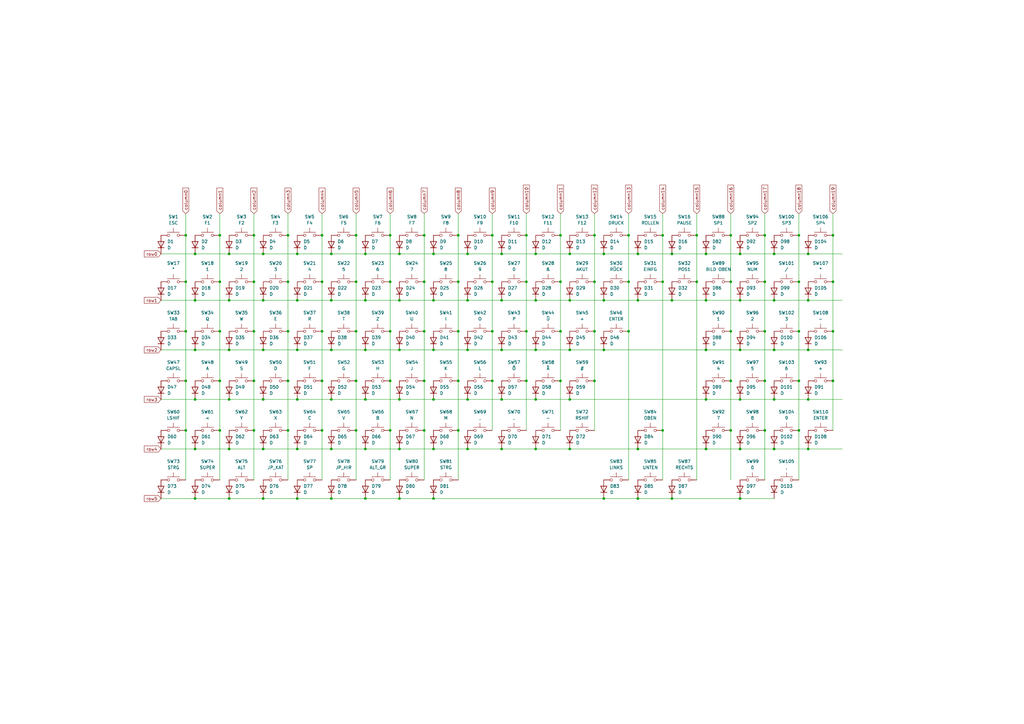
<source format=kicad_sch>
(kicad_sch
	(version 20231120)
	(generator "eeschema")
	(generator_version "8.0")
	(uuid "507c1520-71c6-4ec0-896f-4602a135aa26")
	(paper "A3")
	
	(junction
		(at 121.92 123.19)
		(diameter 0)
		(color 0 0 0 0)
		(uuid "0011587e-2379-476c-ac6d-4b35ff1c5998")
	)
	(junction
		(at 261.62 104.14)
		(diameter 0)
		(color 0 0 0 0)
		(uuid "014aa8b3-6121-424e-a61e-d869dc0dad4b")
	)
	(junction
		(at 104.14 156.21)
		(diameter 0)
		(color 0 0 0 0)
		(uuid "0153175b-c82e-42af-845c-dd867fd58786")
	)
	(junction
		(at 163.83 143.51)
		(diameter 0)
		(color 0 0 0 0)
		(uuid "0170ec1a-f24b-4db9-861f-0422bc3beaf1")
	)
	(junction
		(at 303.53 184.15)
		(diameter 0)
		(color 0 0 0 0)
		(uuid "06165030-0370-401d-98b6-5c9f17a11543")
	)
	(junction
		(at 289.56 104.14)
		(diameter 0)
		(color 0 0 0 0)
		(uuid "08d9c413-56a5-4862-b2dc-744048b7131c")
	)
	(junction
		(at 233.68 143.51)
		(diameter 0)
		(color 0 0 0 0)
		(uuid "09b62fae-81b7-470e-8402-f26e54dbf179")
	)
	(junction
		(at 173.99 135.89)
		(diameter 0)
		(color 0 0 0 0)
		(uuid "0b4ca766-fba8-4c3e-924c-686e570569dd")
	)
	(junction
		(at 177.8 163.83)
		(diameter 0)
		(color 0 0 0 0)
		(uuid "0ef5cb53-a5f7-4dc6-9c50-9d481a6c8a95")
	)
	(junction
		(at 135.89 123.19)
		(diameter 0)
		(color 0 0 0 0)
		(uuid "1007b294-51e1-445e-a1ff-c445329ec1b3")
	)
	(junction
		(at 247.65 104.14)
		(diameter 0)
		(color 0 0 0 0)
		(uuid "113beccd-601f-4467-8b0c-b952d51fd635")
	)
	(junction
		(at 317.5 123.19)
		(diameter 0)
		(color 0 0 0 0)
		(uuid "126d9372-4234-4d34-b56b-118a47c4bef1")
	)
	(junction
		(at 247.65 143.51)
		(diameter 0)
		(color 0 0 0 0)
		(uuid "1304e20d-60e8-4f2e-b7df-eea60e9c5327")
	)
	(junction
		(at 93.98 204.47)
		(diameter 0)
		(color 0 0 0 0)
		(uuid "138d01c4-cf49-47ff-8362-f47ebab13012")
	)
	(junction
		(at 331.47 123.19)
		(diameter 0)
		(color 0 0 0 0)
		(uuid "139b0df4-0ddd-4810-a25a-7bfbb4d56166")
	)
	(junction
		(at 93.98 123.19)
		(diameter 0)
		(color 0 0 0 0)
		(uuid "142d0042-2bb2-44e3-8fa8-ca3871ccc6f9")
	)
	(junction
		(at 219.71 123.19)
		(diameter 0)
		(color 0 0 0 0)
		(uuid "148734f6-4a89-464c-85c6-89f1fa013d1b")
	)
	(junction
		(at 90.17 115.57)
		(diameter 0)
		(color 0 0 0 0)
		(uuid "166cf0f0-34d9-4c41-a243-324c6a46b4af")
	)
	(junction
		(at 107.95 143.51)
		(diameter 0)
		(color 0 0 0 0)
		(uuid "1a2ddb89-5788-44f8-9114-edeb33d1dae7")
	)
	(junction
		(at 76.2 156.21)
		(diameter 0)
		(color 0 0 0 0)
		(uuid "1a55b1bc-2a24-48f4-a52b-1a32b16f71db")
	)
	(junction
		(at 90.17 156.21)
		(diameter 0)
		(color 0 0 0 0)
		(uuid "1b0f5be2-6ef3-45fd-8943-bb1705c422b8")
	)
	(junction
		(at 121.92 184.15)
		(diameter 0)
		(color 0 0 0 0)
		(uuid "1b185247-ef6e-48b2-b99c-009864554239")
	)
	(junction
		(at 229.87 115.57)
		(diameter 0)
		(color 0 0 0 0)
		(uuid "1e0e8829-39ac-4e37-8878-f8825a14481d")
	)
	(junction
		(at 121.92 163.83)
		(diameter 0)
		(color 0 0 0 0)
		(uuid "1e68573e-cd9d-484f-80a5-46245571ec8c")
	)
	(junction
		(at 299.72 176.53)
		(diameter 0)
		(color 0 0 0 0)
		(uuid "2267c988-9b9c-4347-9068-da838fb7664e")
	)
	(junction
		(at 118.11 176.53)
		(diameter 0)
		(color 0 0 0 0)
		(uuid "229dcda5-6ad3-4c99-a038-8e542feae824")
	)
	(junction
		(at 132.08 115.57)
		(diameter 0)
		(color 0 0 0 0)
		(uuid "242069d8-c87e-458e-b873-8a20cdfbb6f7")
	)
	(junction
		(at 303.53 104.14)
		(diameter 0)
		(color 0 0 0 0)
		(uuid "24f6258a-781e-47dd-b7b5-eff48d373189")
	)
	(junction
		(at 187.96 115.57)
		(diameter 0)
		(color 0 0 0 0)
		(uuid "25ce0e84-a537-4e12-a5d0-0f151ebae93b")
	)
	(junction
		(at 177.8 104.14)
		(diameter 0)
		(color 0 0 0 0)
		(uuid "27ccca38-5866-47e9-86e5-f9f708b439a6")
	)
	(junction
		(at 80.01 163.83)
		(diameter 0)
		(color 0 0 0 0)
		(uuid "2b6f4a55-95ae-4d17-97d1-fa5dbb9ca4cd")
	)
	(junction
		(at 173.99 156.21)
		(diameter 0)
		(color 0 0 0 0)
		(uuid "30c3d46a-a01d-4988-ba23-368533a0d7fc")
	)
	(junction
		(at 76.2 176.53)
		(diameter 0)
		(color 0 0 0 0)
		(uuid "3149cfc8-aa0b-4e4f-b018-d46f01e7e0b3")
	)
	(junction
		(at 121.92 143.51)
		(diameter 0)
		(color 0 0 0 0)
		(uuid "32856ecb-e923-4017-87d0-a69b230931c6")
	)
	(junction
		(at 219.71 104.14)
		(diameter 0)
		(color 0 0 0 0)
		(uuid "3583df9a-102a-4c0c-b74c-e6afaf1302e2")
	)
	(junction
		(at 104.14 115.57)
		(diameter 0)
		(color 0 0 0 0)
		(uuid "3841d726-f932-44b1-93b1-e2f32fc17af8")
	)
	(junction
		(at 191.77 104.14)
		(diameter 0)
		(color 0 0 0 0)
		(uuid "38f0b04f-bb17-4544-a075-48bed6079660")
	)
	(junction
		(at 149.86 123.19)
		(diameter 0)
		(color 0 0 0 0)
		(uuid "3b27d1d7-3622-48e1-815a-224606616e8a")
	)
	(junction
		(at 303.53 143.51)
		(diameter 0)
		(color 0 0 0 0)
		(uuid "3c4cea63-f537-41ad-92ae-8a2ad904959c")
	)
	(junction
		(at 163.83 184.15)
		(diameter 0)
		(color 0 0 0 0)
		(uuid "3c8fed92-ead7-4347-9aca-dac17c6ccd57")
	)
	(junction
		(at 303.53 204.47)
		(diameter 0)
		(color 0 0 0 0)
		(uuid "3dc14cb4-e366-4871-9a6d-8b3c140b2781")
	)
	(junction
		(at 219.71 184.15)
		(diameter 0)
		(color 0 0 0 0)
		(uuid "4163a6fa-4626-458e-bef9-4809e34f68d6")
	)
	(junction
		(at 107.95 204.47)
		(diameter 0)
		(color 0 0 0 0)
		(uuid "424b6b36-57bb-49fe-b78a-2d77ff13aa38")
	)
	(junction
		(at 163.83 204.47)
		(diameter 0)
		(color 0 0 0 0)
		(uuid "4a543ce3-c8a0-4e8a-9fb1-1b3def3bfae0")
	)
	(junction
		(at 271.78 96.52)
		(diameter 0)
		(color 0 0 0 0)
		(uuid "4d21f1a9-42d5-45ba-a614-6ef0b8b7774d")
	)
	(junction
		(at 205.74 104.14)
		(diameter 0)
		(color 0 0 0 0)
		(uuid "4d41dcf6-f867-4562-8d0a-1c829e410d8a")
	)
	(junction
		(at 80.01 204.47)
		(diameter 0)
		(color 0 0 0 0)
		(uuid "4e8866d1-8e56-4f7c-87fc-1cd62c4cd406")
	)
	(junction
		(at 93.98 104.14)
		(diameter 0)
		(color 0 0 0 0)
		(uuid "52b1a239-f2b1-4fd1-871d-79bb84051311")
	)
	(junction
		(at 261.62 204.47)
		(diameter 0)
		(color 0 0 0 0)
		(uuid "52cdff10-6a3a-4188-8a83-7ea9b80216a4")
	)
	(junction
		(at 275.59 123.19)
		(diameter 0)
		(color 0 0 0 0)
		(uuid "53208b52-964a-4a92-8fa7-0c998bcf1c63")
	)
	(junction
		(at 205.74 143.51)
		(diameter 0)
		(color 0 0 0 0)
		(uuid "53369b22-1619-44ca-8b6a-cb191ade7d3e")
	)
	(junction
		(at 257.81 135.89)
		(diameter 0)
		(color 0 0 0 0)
		(uuid "54203406-abbc-4d6b-838b-bf2f2d989b12")
	)
	(junction
		(at 90.17 176.53)
		(diameter 0)
		(color 0 0 0 0)
		(uuid "54e008b7-dfc4-411a-bab8-758ed90ad24f")
	)
	(junction
		(at 261.62 184.15)
		(diameter 0)
		(color 0 0 0 0)
		(uuid "56476c9a-3c35-4ef3-afec-098fd7e45ea4")
	)
	(junction
		(at 327.66 176.53)
		(diameter 0)
		(color 0 0 0 0)
		(uuid "5666a132-58b7-494a-a7fc-79dfd54bf90c")
	)
	(junction
		(at 163.83 123.19)
		(diameter 0)
		(color 0 0 0 0)
		(uuid "58005666-726a-46c1-8cb8-e502157b8bee")
	)
	(junction
		(at 201.93 115.57)
		(diameter 0)
		(color 0 0 0 0)
		(uuid "592d4047-edd7-42de-9bc4-0eed78c5c73d")
	)
	(junction
		(at 289.56 184.15)
		(diameter 0)
		(color 0 0 0 0)
		(uuid "5a480f16-090b-42af-8f69-ef9f0ed64a82")
	)
	(junction
		(at 149.86 163.83)
		(diameter 0)
		(color 0 0 0 0)
		(uuid "5c7a481b-9a91-47d4-a54b-2feb933cbec3")
	)
	(junction
		(at 187.96 135.89)
		(diameter 0)
		(color 0 0 0 0)
		(uuid "5d186147-8215-4a2e-a4ae-f490e03f4a9f")
	)
	(junction
		(at 160.02 156.21)
		(diameter 0)
		(color 0 0 0 0)
		(uuid "5d59bb5d-5f6b-47ad-880f-318c76f825bb")
	)
	(junction
		(at 201.93 156.21)
		(diameter 0)
		(color 0 0 0 0)
		(uuid "5d95d919-ba30-48ba-8c29-f9726e5a131b")
	)
	(junction
		(at 205.74 184.15)
		(diameter 0)
		(color 0 0 0 0)
		(uuid "5e42dcec-b60c-44bc-bdfc-1d9441db56a1")
	)
	(junction
		(at 331.47 104.14)
		(diameter 0)
		(color 0 0 0 0)
		(uuid "5f6bb8d0-ab4f-4acb-a0f8-8af73a8c5e46")
	)
	(junction
		(at 317.5 143.51)
		(diameter 0)
		(color 0 0 0 0)
		(uuid "5f841f6e-ee2c-4e79-bc57-3303030a404e")
	)
	(junction
		(at 187.96 176.53)
		(diameter 0)
		(color 0 0 0 0)
		(uuid "61dacb7b-33e3-49e0-a840-3900ada96b9d")
	)
	(junction
		(at 341.63 96.52)
		(diameter 0)
		(color 0 0 0 0)
		(uuid "62a6df21-9707-472c-a2f9-7235ff15a7e4")
	)
	(junction
		(at 341.63 135.89)
		(diameter 0)
		(color 0 0 0 0)
		(uuid "63911200-acbb-49bf-8c8c-82560314d060")
	)
	(junction
		(at 215.9 115.57)
		(diameter 0)
		(color 0 0 0 0)
		(uuid "6416ca38-44e0-4145-b151-bca496dbf7ba")
	)
	(junction
		(at 107.95 163.83)
		(diameter 0)
		(color 0 0 0 0)
		(uuid "662e93ec-3702-45ef-963d-9da48eb7296c")
	)
	(junction
		(at 80.01 184.15)
		(diameter 0)
		(color 0 0 0 0)
		(uuid "68d38bbd-e003-47e1-a2ec-c476a1b8241e")
	)
	(junction
		(at 80.01 143.51)
		(diameter 0)
		(color 0 0 0 0)
		(uuid "68e59c36-3604-422b-800e-578a01c64665")
	)
	(junction
		(at 173.99 115.57)
		(diameter 0)
		(color 0 0 0 0)
		(uuid "699b743b-8c3b-499b-8587-a11605408761")
	)
	(junction
		(at 313.69 115.57)
		(diameter 0)
		(color 0 0 0 0)
		(uuid "6aff84ad-e88b-428c-b59f-28e3df073f7f")
	)
	(junction
		(at 163.83 163.83)
		(diameter 0)
		(color 0 0 0 0)
		(uuid "6d31e6a5-817d-474f-8157-9fec601b1255")
	)
	(junction
		(at 331.47 143.51)
		(diameter 0)
		(color 0 0 0 0)
		(uuid "6ffd5b20-ab8e-48c1-b785-ebea1f232254")
	)
	(junction
		(at 107.95 123.19)
		(diameter 0)
		(color 0 0 0 0)
		(uuid "7060ce06-69b3-4f48-9e52-06c10513480d")
	)
	(junction
		(at 243.84 156.21)
		(diameter 0)
		(color 0 0 0 0)
		(uuid "70afeb95-b94f-442c-9906-aa439f0a32e5")
	)
	(junction
		(at 247.65 204.47)
		(diameter 0)
		(color 0 0 0 0)
		(uuid "7315d724-33fc-49c3-a9a1-756dde37a2e5")
	)
	(junction
		(at 177.8 123.19)
		(diameter 0)
		(color 0 0 0 0)
		(uuid "73b39b98-814c-4cb6-8c5b-1ecc9c6542fe")
	)
	(junction
		(at 289.56 163.83)
		(diameter 0)
		(color 0 0 0 0)
		(uuid "745e26a7-16cb-418a-89bc-247ba5e5497e")
	)
	(junction
		(at 285.75 115.57)
		(diameter 0)
		(color 0 0 0 0)
		(uuid "75cfeadf-0188-4aba-a37b-d29e0aa9fb68")
	)
	(junction
		(at 173.99 176.53)
		(diameter 0)
		(color 0 0 0 0)
		(uuid "76645aa6-bd9b-4e6a-a835-00d1fc99c44d")
	)
	(junction
		(at 327.66 96.52)
		(diameter 0)
		(color 0 0 0 0)
		(uuid "78138126-0299-4af9-984f-343368438e31")
	)
	(junction
		(at 160.02 176.53)
		(diameter 0)
		(color 0 0 0 0)
		(uuid "78a250f4-5e7e-4708-9396-2da05ea3a9eb")
	)
	(junction
		(at 146.05 96.52)
		(diameter 0)
		(color 0 0 0 0)
		(uuid "7a1ab085-7f01-449b-9a10-40f1811e946a")
	)
	(junction
		(at 118.11 156.21)
		(diameter 0)
		(color 0 0 0 0)
		(uuid "7bff5345-e5f0-4455-b2b9-1291923e3fc7")
	)
	(junction
		(at 118.11 115.57)
		(diameter 0)
		(color 0 0 0 0)
		(uuid "7c7e4e30-d30e-4123-8c85-332d053d4685")
	)
	(junction
		(at 341.63 115.57)
		(diameter 0)
		(color 0 0 0 0)
		(uuid "7dceb36b-8cdd-4e6b-aade-0588d7e116ce")
	)
	(junction
		(at 107.95 104.14)
		(diameter 0)
		(color 0 0 0 0)
		(uuid "7e5faa6e-7a1f-4b36-a175-614a585063dd")
	)
	(junction
		(at 313.69 96.52)
		(diameter 0)
		(color 0 0 0 0)
		(uuid "81c97b94-8814-4912-bc72-5f46bd1fc5a2")
	)
	(junction
		(at 160.02 135.89)
		(diameter 0)
		(color 0 0 0 0)
		(uuid "8359d2be-2856-492e-9a0e-116483a14fd5")
	)
	(junction
		(at 257.81 115.57)
		(diameter 0)
		(color 0 0 0 0)
		(uuid "852a0b61-6934-4205-9556-758bbc0287f0")
	)
	(junction
		(at 247.65 123.19)
		(diameter 0)
		(color 0 0 0 0)
		(uuid "858ea040-20b0-41d5-af2c-1cc02fc62611")
	)
	(junction
		(at 317.5 104.14)
		(diameter 0)
		(color 0 0 0 0)
		(uuid "89b163d1-e2e2-432b-8610-c15a0ee24902")
	)
	(junction
		(at 327.66 135.89)
		(diameter 0)
		(color 0 0 0 0)
		(uuid "89c900f2-de57-481f-9f0c-a9255b304b3f")
	)
	(junction
		(at 219.71 143.51)
		(diameter 0)
		(color 0 0 0 0)
		(uuid "89d6ebc9-c7e1-46a0-8635-4ff63bfe3f4c")
	)
	(junction
		(at 229.87 135.89)
		(diameter 0)
		(color 0 0 0 0)
		(uuid "8cf0504e-8b94-4cfd-a6b0-9e8c3689b9a6")
	)
	(junction
		(at 205.74 163.83)
		(diameter 0)
		(color 0 0 0 0)
		(uuid "8d2a9d97-0601-460b-a070-5a8d7181ff78")
	)
	(junction
		(at 187.96 156.21)
		(diameter 0)
		(color 0 0 0 0)
		(uuid "8d6c8728-f44d-41a3-bb9d-63b739c1b8fc")
	)
	(junction
		(at 160.02 115.57)
		(diameter 0)
		(color 0 0 0 0)
		(uuid "8e255c76-4a2d-4034-8eb7-66c6ed0d017d")
	)
	(junction
		(at 331.47 184.15)
		(diameter 0)
		(color 0 0 0 0)
		(uuid "9018574b-67d6-47b7-9a37-b4579b2ac637")
	)
	(junction
		(at 76.2 135.89)
		(diameter 0)
		(color 0 0 0 0)
		(uuid "90aba8da-1530-44be-90f3-9937e70b6ca6")
	)
	(junction
		(at 243.84 115.57)
		(diameter 0)
		(color 0 0 0 0)
		(uuid "915471a0-c5f0-49be-88f9-b6ecb5dad63a")
	)
	(junction
		(at 121.92 204.47)
		(diameter 0)
		(color 0 0 0 0)
		(uuid "9165b747-20a4-40bf-a30e-e70eed963606")
	)
	(junction
		(at 104.14 96.52)
		(diameter 0)
		(color 0 0 0 0)
		(uuid "92ad80ea-514b-42f6-bbfe-3a48054dfa78")
	)
	(junction
		(at 205.74 123.19)
		(diameter 0)
		(color 0 0 0 0)
		(uuid "94535c4b-93cc-4ba8-bff6-9c2e9e5128b4")
	)
	(junction
		(at 313.69 135.89)
		(diameter 0)
		(color 0 0 0 0)
		(uuid "94f11e16-7226-4ec5-9753-a8fa53ed0576")
	)
	(junction
		(at 303.53 123.19)
		(diameter 0)
		(color 0 0 0 0)
		(uuid "982e2728-7f96-4774-af28-180fbf437eaf")
	)
	(junction
		(at 132.08 135.89)
		(diameter 0)
		(color 0 0 0 0)
		(uuid "992cf991-95fd-4f3d-8cb5-7b7fd9cfc313")
	)
	(junction
		(at 76.2 96.52)
		(diameter 0)
		(color 0 0 0 0)
		(uuid "995e9027-55c3-4a4a-90de-bca9dfa3268d")
	)
	(junction
		(at 160.02 96.52)
		(diameter 0)
		(color 0 0 0 0)
		(uuid "9a84ab77-a8d3-40fc-b66b-b12699a53f51")
	)
	(junction
		(at 285.75 96.52)
		(diameter 0)
		(color 0 0 0 0)
		(uuid "9b7cbbb6-1cdf-4592-beab-aa75443858f9")
	)
	(junction
		(at 341.63 156.21)
		(diameter 0)
		(color 0 0 0 0)
		(uuid "9b97a335-4a37-4882-a651-115f5f099953")
	)
	(junction
		(at 215.9 156.21)
		(diameter 0)
		(color 0 0 0 0)
		(uuid "9d1c4608-d841-4407-8aac-efc198e9f5e9")
	)
	(junction
		(at 289.56 143.51)
		(diameter 0)
		(color 0 0 0 0)
		(uuid "9ebc8dcc-4e37-4c7a-bcba-395223d0119f")
	)
	(junction
		(at 317.5 184.15)
		(diameter 0)
		(color 0 0 0 0)
		(uuid "a29142ee-21dd-4993-9bc1-c1fd05b26f21")
	)
	(junction
		(at 219.71 163.83)
		(diameter 0)
		(color 0 0 0 0)
		(uuid "a3686900-a5d2-4107-8a6c-3f2f32bebaa5")
	)
	(junction
		(at 271.78 115.57)
		(diameter 0)
		(color 0 0 0 0)
		(uuid "a39ccc42-c05e-4f8e-a448-1bc2de5e912b")
	)
	(junction
		(at 299.72 135.89)
		(diameter 0)
		(color 0 0 0 0)
		(uuid "a3cc0d14-b24f-4472-95bc-ae8e672727f7")
	)
	(junction
		(at 135.89 163.83)
		(diameter 0)
		(color 0 0 0 0)
		(uuid "a5acdb46-872f-4a1e-886b-521048c141d6")
	)
	(junction
		(at 104.14 176.53)
		(diameter 0)
		(color 0 0 0 0)
		(uuid "a5d536fb-6aa3-43dd-b869-e4b9035e8c20")
	)
	(junction
		(at 201.93 96.52)
		(diameter 0)
		(color 0 0 0 0)
		(uuid "a5f00a54-f5eb-443d-995f-4f367267c534")
	)
	(junction
		(at 201.93 135.89)
		(diameter 0)
		(color 0 0 0 0)
		(uuid "a72e9c62-9a4f-41cf-bd0d-f5f7e69d9e36")
	)
	(junction
		(at 121.92 104.14)
		(diameter 0)
		(color 0 0 0 0)
		(uuid "a79d2252-ad10-402f-bc9c-e0f889e7bead")
	)
	(junction
		(at 90.17 96.52)
		(diameter 0)
		(color 0 0 0 0)
		(uuid "a855ab7a-0ed2-4aec-acb7-5ecbc54f8954")
	)
	(junction
		(at 233.68 163.83)
		(diameter 0)
		(color 0 0 0 0)
		(uuid "a8da6c62-4e7d-4c6c-8265-23d88aa9883a")
	)
	(junction
		(at 243.84 96.52)
		(diameter 0)
		(color 0 0 0 0)
		(uuid "aa74a0b3-0219-4730-beb1-be3d9ae4b70c")
	)
	(junction
		(at 149.86 204.47)
		(diameter 0)
		(color 0 0 0 0)
		(uuid "abb48631-f1f5-49f0-87be-7c5f2510df69")
	)
	(junction
		(at 90.17 135.89)
		(diameter 0)
		(color 0 0 0 0)
		(uuid "ac6a8631-88d2-4c5c-87af-d2fd1b8af14c")
	)
	(junction
		(at 233.68 123.19)
		(diameter 0)
		(color 0 0 0 0)
		(uuid "ada032f1-cc36-46ea-97ed-c58fec48ea3f")
	)
	(junction
		(at 313.69 156.21)
		(diameter 0)
		(color 0 0 0 0)
		(uuid "af2b7b9b-2173-4274-8276-e84870f42b4b")
	)
	(junction
		(at 132.08 176.53)
		(diameter 0)
		(color 0 0 0 0)
		(uuid "af7e2e69-6078-409e-beb3-6def6763122f")
	)
	(junction
		(at 233.68 104.14)
		(diameter 0)
		(color 0 0 0 0)
		(uuid "afd1e54f-5684-4d55-a6ee-fb8053ffb7be")
	)
	(junction
		(at 135.89 204.47)
		(diameter 0)
		(color 0 0 0 0)
		(uuid "b36a8ccb-418c-49e7-b002-5bba211c8c2f")
	)
	(junction
		(at 191.77 163.83)
		(diameter 0)
		(color 0 0 0 0)
		(uuid "b604a5e8-7cd9-4f51-990d-099a29dc1c60")
	)
	(junction
		(at 327.66 115.57)
		(diameter 0)
		(color 0 0 0 0)
		(uuid "b74d358b-7d14-499c-bfb8-dd5db9c21392")
	)
	(junction
		(at 275.59 204.47)
		(diameter 0)
		(color 0 0 0 0)
		(uuid "b87d6850-72a1-4829-8757-895a2f4becf2")
	)
	(junction
		(at 107.95 184.15)
		(diameter 0)
		(color 0 0 0 0)
		(uuid "b921d9ff-ab9f-41f1-9455-50651b2e913c")
	)
	(junction
		(at 303.53 163.83)
		(diameter 0)
		(color 0 0 0 0)
		(uuid "b9ea980e-7544-4411-85a9-b832a574bc28")
	)
	(junction
		(at 299.72 96.52)
		(diameter 0)
		(color 0 0 0 0)
		(uuid "ba1c8a40-5dfa-447d-b114-5d65ac86b992")
	)
	(junction
		(at 93.98 143.51)
		(diameter 0)
		(color 0 0 0 0)
		(uuid "ba5ce068-1628-42c8-b49e-fb7318662a45")
	)
	(junction
		(at 233.68 184.15)
		(diameter 0)
		(color 0 0 0 0)
		(uuid "bb8f8122-a46b-49e5-a475-2ad3ef5d653d")
	)
	(junction
		(at 289.56 123.19)
		(diameter 0)
		(color 0 0 0 0)
		(uuid "be80e6e7-5565-4f66-a913-3dc9ff54e4e8")
	)
	(junction
		(at 215.9 96.52)
		(diameter 0)
		(color 0 0 0 0)
		(uuid "bede3f95-e5b4-46d6-94f9-bcd76c254326")
	)
	(junction
		(at 135.89 104.14)
		(diameter 0)
		(color 0 0 0 0)
		(uuid "bfa52419-e767-4b1f-b16c-4666bd5b78cd")
	)
	(junction
		(at 275.59 104.14)
		(diameter 0)
		(color 0 0 0 0)
		(uuid "c1bd034f-8c7f-4643-a9aa-7a0b6318d493")
	)
	(junction
		(at 149.86 104.14)
		(diameter 0)
		(color 0 0 0 0)
		(uuid "c1cd5bcd-47f4-4ad8-958d-06915767540f")
	)
	(junction
		(at 191.77 143.51)
		(diameter 0)
		(color 0 0 0 0)
		(uuid "c2588948-5369-46b8-b1b8-13e98134926f")
	)
	(junction
		(at 299.72 156.21)
		(diameter 0)
		(color 0 0 0 0)
		(uuid "c5890ebc-4015-481e-a41a-d0007d88d56d")
	)
	(junction
		(at 215.9 135.89)
		(diameter 0)
		(color 0 0 0 0)
		(uuid "c5c2c139-bbe5-4f80-ab77-9e35727460bd")
	)
	(junction
		(at 177.8 143.51)
		(diameter 0)
		(color 0 0 0 0)
		(uuid "c6e8e910-f07f-42a2-8993-3dc7dfd5634a")
	)
	(junction
		(at 173.99 96.52)
		(diameter 0)
		(color 0 0 0 0)
		(uuid "c70b1e29-f9be-4f28-874d-5d46ae73584f")
	)
	(junction
		(at 149.86 184.15)
		(diameter 0)
		(color 0 0 0 0)
		(uuid "c89bdd1f-d88f-44de-ba1e-f894975cab56")
	)
	(junction
		(at 229.87 96.52)
		(diameter 0)
		(color 0 0 0 0)
		(uuid "c9ad7a19-8d3d-4615-88dd-8b20ab4d9a82")
	)
	(junction
		(at 261.62 123.19)
		(diameter 0)
		(color 0 0 0 0)
		(uuid "ca975120-f454-419a-a965-e24972adc359")
	)
	(junction
		(at 76.2 115.57)
		(diameter 0)
		(color 0 0 0 0)
		(uuid "ca9abc4b-1b99-4f0e-aad2-765354b78ed6")
	)
	(junction
		(at 299.72 115.57)
		(diameter 0)
		(color 0 0 0 0)
		(uuid "ccfbab66-eeba-424b-80f6-87000dd11fc4")
	)
	(junction
		(at 163.83 104.14)
		(diameter 0)
		(color 0 0 0 0)
		(uuid "cd53e8ca-b241-4c28-bbb8-7fe795ec42fa")
	)
	(junction
		(at 191.77 123.19)
		(diameter 0)
		(color 0 0 0 0)
		(uuid "cef2e3bb-40e2-48fc-bd25-1b0c3101b21a")
	)
	(junction
		(at 331.47 163.83)
		(diameter 0)
		(color 0 0 0 0)
		(uuid "d0c8bfae-2021-4c20-9abd-aa37bb35590b")
	)
	(junction
		(at 177.8 204.47)
		(diameter 0)
		(color 0 0 0 0)
		(uuid "d170fb84-250d-4c09-b9ab-6bfa531f5724")
	)
	(junction
		(at 313.69 176.53)
		(diameter 0)
		(color 0 0 0 0)
		(uuid "d1c6d498-4976-4899-9c71-373f995edf68")
	)
	(junction
		(at 327.66 156.21)
		(diameter 0)
		(color 0 0 0 0)
		(uuid "d4c0a44e-65a3-4aa9-9365-e1104784d289")
	)
	(junction
		(at 132.08 156.21)
		(diameter 0)
		(color 0 0 0 0)
		(uuid "d60ef2fc-ace0-4346-8474-9aa039b76608")
	)
	(junction
		(at 132.08 96.52)
		(diameter 0)
		(color 0 0 0 0)
		(uuid "d8f6ad61-1ce3-4c49-846c-3501d9b4ba11")
	)
	(junction
		(at 271.78 176.53)
		(diameter 0)
		(color 0 0 0 0)
		(uuid "d9719133-68c3-4073-8521-279916621ea6")
	)
	(junction
		(at 93.98 184.15)
		(diameter 0)
		(color 0 0 0 0)
		(uuid "da47b40b-4413-4251-84bc-3aec2bd5bf68")
	)
	(junction
		(at 104.14 135.89)
		(diameter 0)
		(color 0 0 0 0)
		(uuid "dd8ce1e9-3b8f-41ee-8802-6be8267507f6")
	)
	(junction
		(at 118.11 96.52)
		(diameter 0)
		(color 0 0 0 0)
		(uuid "e0eda56a-4d33-4831-ad44-ae3776dd1667")
	)
	(junction
		(at 146.05 135.89)
		(diameter 0)
		(color 0 0 0 0)
		(uuid "e3a7778b-6e75-49da-b949-e9c23e90e0ca")
	)
	(junction
		(at 149.86 143.51)
		(diameter 0)
		(color 0 0 0 0)
		(uuid "e6a0c385-fd78-4e17-94ec-4885373770ba")
	)
	(junction
		(at 118.11 135.89)
		(diameter 0)
		(color 0 0 0 0)
		(uuid "e8eff3a5-b53d-4de9-903a-76c42a32518a")
	)
	(junction
		(at 187.96 96.52)
		(diameter 0)
		(color 0 0 0 0)
		(uuid "ec804c82-791f-448f-b9cc-c601b0649cad")
	)
	(junction
		(at 93.98 163.83)
		(diameter 0)
		(color 0 0 0 0)
		(uuid "ec93827f-b2e1-4e10-99ed-c54acc7dc0a5")
	)
	(junction
		(at 243.84 135.89)
		(diameter 0)
		(color 0 0 0 0)
		(uuid "ee9aab36-cb7e-4404-94bf-48ce6c78b933")
	)
	(junction
		(at 177.8 184.15)
		(diameter 0)
		(color 0 0 0 0)
		(uuid "f20bbccd-7567-45f0-b0d0-71f35ab60f40")
	)
	(junction
		(at 146.05 115.57)
		(diameter 0)
		(color 0 0 0 0)
		(uuid "f4b1a3da-c75f-4eb1-9cc4-b9e4e9000459")
	)
	(junction
		(at 257.81 96.52)
		(diameter 0)
		(color 0 0 0 0)
		(uuid "f5d7662b-c0ba-43e8-a42a-d8ca3d4d8fb6")
	)
	(junction
		(at 80.01 123.19)
		(diameter 0)
		(color 0 0 0 0)
		(uuid "f67e8760-1d00-4c22-b1ed-95893bc1de1f")
	)
	(junction
		(at 317.5 163.83)
		(diameter 0)
		(color 0 0 0 0)
		(uuid "f7d856ad-143c-42db-916a-d009b866c871")
	)
	(junction
		(at 146.05 176.53)
		(diameter 0)
		(color 0 0 0 0)
		(uuid "f8a78bed-57ae-433b-bc33-46eab587f9ed")
	)
	(junction
		(at 80.01 104.14)
		(diameter 0)
		(color 0 0 0 0)
		(uuid "f9ad871c-8de8-4f47-9857-ce5d342a9083")
	)
	(junction
		(at 191.77 184.15)
		(diameter 0)
		(color 0 0 0 0)
		(uuid "fa7a9ddf-9b3e-4fb3-ac3c-f00f179d71bf")
	)
	(junction
		(at 135.89 184.15)
		(diameter 0)
		(color 0 0 0 0)
		(uuid "fbfdd29a-738b-4273-ba72-edb610ed30e3")
	)
	(junction
		(at 135.89 143.51)
		(diameter 0)
		(color 0 0 0 0)
		(uuid "fdc02857-8b15-4644-88d2-b0d787e41b48")
	)
	(junction
		(at 229.87 156.21)
		(diameter 0)
		(color 0 0 0 0)
		(uuid "fe23f192-b10c-41bf-bef3-ed83d7b1598d")
	)
	(junction
		(at 146.05 156.21)
		(diameter 0)
		(color 0 0 0 0)
		(uuid "fea99547-9c22-499d-a372-93fa9229715a")
	)
	(wire
		(pts
			(xy 160.02 87.63) (xy 160.02 96.52)
		)
		(stroke
			(width 0)
			(type default)
		)
		(uuid "02043336-091b-4ed2-b366-8a95f5ff5cea")
	)
	(wire
		(pts
			(xy 93.98 104.14) (xy 107.95 104.14)
		)
		(stroke
			(width 0)
			(type default)
		)
		(uuid "0474eff2-9c51-4630-990f-ef962c657b0c")
	)
	(wire
		(pts
			(xy 177.8 184.15) (xy 191.77 184.15)
		)
		(stroke
			(width 0)
			(type default)
		)
		(uuid "06eacf1d-2311-4384-bff9-8f241d328de6")
	)
	(wire
		(pts
			(xy 289.56 184.15) (xy 303.53 184.15)
		)
		(stroke
			(width 0)
			(type default)
		)
		(uuid "09e2997d-e914-4d41-bb3f-a924b222a5bb")
	)
	(wire
		(pts
			(xy 313.69 115.57) (xy 313.69 135.89)
		)
		(stroke
			(width 0)
			(type default)
		)
		(uuid "0d29f896-e9ee-404d-94ef-8fb25a74f453")
	)
	(wire
		(pts
			(xy 191.77 104.14) (xy 205.74 104.14)
		)
		(stroke
			(width 0)
			(type default)
		)
		(uuid "0e35b6eb-f102-4df7-8701-e6634b46f61c")
	)
	(wire
		(pts
			(xy 327.66 156.21) (xy 327.66 176.53)
		)
		(stroke
			(width 0)
			(type default)
		)
		(uuid "1039d3ae-7451-4102-a56a-ec488fc8f837")
	)
	(wire
		(pts
			(xy 146.05 87.63) (xy 146.05 96.52)
		)
		(stroke
			(width 0)
			(type default)
		)
		(uuid "11296072-58cd-4536-90e8-df2ee1d697b1")
	)
	(wire
		(pts
			(xy 163.83 104.14) (xy 177.8 104.14)
		)
		(stroke
			(width 0)
			(type default)
		)
		(uuid "136b7d76-f929-4bbb-8667-87e9636b3522")
	)
	(wire
		(pts
			(xy 93.98 184.15) (xy 107.95 184.15)
		)
		(stroke
			(width 0)
			(type default)
		)
		(uuid "13e578c7-878c-4ad7-a261-556b95162838")
	)
	(wire
		(pts
			(xy 219.71 184.15) (xy 233.68 184.15)
		)
		(stroke
			(width 0)
			(type default)
		)
		(uuid "1587c0dd-443a-4d1b-9497-4b2e14a229b3")
	)
	(wire
		(pts
			(xy 261.62 104.14) (xy 275.59 104.14)
		)
		(stroke
			(width 0)
			(type default)
		)
		(uuid "167779f9-55cf-4aa3-9de3-c95fe076eceb")
	)
	(wire
		(pts
			(xy 149.86 184.15) (xy 163.83 184.15)
		)
		(stroke
			(width 0)
			(type default)
		)
		(uuid "1690ee98-fbd9-4b12-aa9b-2d0327c094f5")
	)
	(wire
		(pts
			(xy 205.74 184.15) (xy 219.71 184.15)
		)
		(stroke
			(width 0)
			(type default)
		)
		(uuid "1752d992-f07d-4128-8af4-8cc652db8a8a")
	)
	(wire
		(pts
			(xy 104.14 87.63) (xy 104.14 96.52)
		)
		(stroke
			(width 0)
			(type default)
		)
		(uuid "1755d3c2-1804-46f9-bd8b-435b4e7f8aeb")
	)
	(wire
		(pts
			(xy 93.98 123.19) (xy 107.95 123.19)
		)
		(stroke
			(width 0)
			(type default)
		)
		(uuid "17f6cc51-c7d2-4313-bcaa-16bc10368479")
	)
	(wire
		(pts
			(xy 303.53 123.19) (xy 317.5 123.19)
		)
		(stroke
			(width 0)
			(type default)
		)
		(uuid "182faaa5-df69-4c91-941c-0270c695794d")
	)
	(wire
		(pts
			(xy 149.86 204.47) (xy 163.83 204.47)
		)
		(stroke
			(width 0)
			(type default)
		)
		(uuid "1895e291-7ed5-47e0-bf10-155f96730285")
	)
	(wire
		(pts
			(xy 107.95 204.47) (xy 121.92 204.47)
		)
		(stroke
			(width 0)
			(type default)
		)
		(uuid "192628a0-4d2f-47f8-8dbd-e2e2e166ac89")
	)
	(wire
		(pts
			(xy 327.66 135.89) (xy 327.66 156.21)
		)
		(stroke
			(width 0)
			(type default)
		)
		(uuid "1964fbf9-cb9b-4c28-8b6e-06b15093eefa")
	)
	(wire
		(pts
			(xy 80.01 163.83) (xy 93.98 163.83)
		)
		(stroke
			(width 0)
			(type default)
		)
		(uuid "19d4a3e1-0098-4c74-88c1-c1afff835ff6")
	)
	(wire
		(pts
			(xy 289.56 104.14) (xy 303.53 104.14)
		)
		(stroke
			(width 0)
			(type default)
		)
		(uuid "19f1df11-0a6a-4394-aad4-4cde87a5e6d7")
	)
	(wire
		(pts
			(xy 66.04 104.14) (xy 80.01 104.14)
		)
		(stroke
			(width 0)
			(type default)
		)
		(uuid "1c4051d4-0367-409f-82b5-b3b89260169e")
	)
	(wire
		(pts
			(xy 177.8 204.47) (xy 247.65 204.47)
		)
		(stroke
			(width 0)
			(type default)
		)
		(uuid "1d1814a9-e0fd-4f16-8963-11cf9f8676e0")
	)
	(wire
		(pts
			(xy 243.84 156.21) (xy 243.84 176.53)
		)
		(stroke
			(width 0)
			(type default)
		)
		(uuid "1d4dd2dc-3c55-47d0-9219-0bbe8fe63fcc")
	)
	(wire
		(pts
			(xy 243.84 96.52) (xy 243.84 115.57)
		)
		(stroke
			(width 0)
			(type default)
		)
		(uuid "1dc1c3b0-a95e-4d83-ae60-efd365653c0b")
	)
	(wire
		(pts
			(xy 303.53 204.47) (xy 317.5 204.47)
		)
		(stroke
			(width 0)
			(type default)
		)
		(uuid "226e108f-e514-4800-ae8c-41827a4dfb1d")
	)
	(wire
		(pts
			(xy 118.11 176.53) (xy 118.11 196.85)
		)
		(stroke
			(width 0)
			(type default)
		)
		(uuid "22bb92a1-19af-42bf-846b-571a5162ae32")
	)
	(wire
		(pts
			(xy 317.5 104.14) (xy 331.47 104.14)
		)
		(stroke
			(width 0)
			(type default)
		)
		(uuid "280201ba-26bd-48e5-a05a-47ee62cbff6d")
	)
	(wire
		(pts
			(xy 229.87 156.21) (xy 229.87 176.53)
		)
		(stroke
			(width 0)
			(type default)
		)
		(uuid "2aff839c-a379-4c55-94ce-abc3c8e4eece")
	)
	(wire
		(pts
			(xy 317.5 163.83) (xy 331.47 163.83)
		)
		(stroke
			(width 0)
			(type default)
		)
		(uuid "2b38f89b-141b-441d-9601-a4125daee580")
	)
	(wire
		(pts
			(xy 132.08 135.89) (xy 132.08 156.21)
		)
		(stroke
			(width 0)
			(type default)
		)
		(uuid "2cda9c2b-7bb6-4426-aafb-db190dbe5cce")
	)
	(wire
		(pts
			(xy 285.75 87.63) (xy 285.75 96.52)
		)
		(stroke
			(width 0)
			(type default)
		)
		(uuid "2d411f21-cf62-420f-989a-449865d27748")
	)
	(wire
		(pts
			(xy 160.02 156.21) (xy 160.02 176.53)
		)
		(stroke
			(width 0)
			(type default)
		)
		(uuid "2d91506f-043f-4a37-836a-2c683469a351")
	)
	(wire
		(pts
			(xy 173.99 87.63) (xy 173.99 96.52)
		)
		(stroke
			(width 0)
			(type default)
		)
		(uuid "2dbc3be5-791c-48e5-a624-4bcf716891aa")
	)
	(wire
		(pts
			(xy 76.2 96.52) (xy 76.2 115.57)
		)
		(stroke
			(width 0)
			(type default)
		)
		(uuid "2e8da835-84f4-406c-a937-c8e999df8122")
	)
	(wire
		(pts
			(xy 313.69 87.63) (xy 313.69 96.52)
		)
		(stroke
			(width 0)
			(type default)
		)
		(uuid "3081d012-6ea0-4c82-9393-1c24a3cdfd58")
	)
	(wire
		(pts
			(xy 229.87 96.52) (xy 229.87 115.57)
		)
		(stroke
			(width 0)
			(type default)
		)
		(uuid "30b1ce13-1e05-4786-aa2c-a327b7fe6702")
	)
	(wire
		(pts
			(xy 303.53 163.83) (xy 317.5 163.83)
		)
		(stroke
			(width 0)
			(type default)
		)
		(uuid "33d19f7e-4ecd-45e4-b6c1-43aec824c587")
	)
	(wire
		(pts
			(xy 243.84 87.63) (xy 243.84 96.52)
		)
		(stroke
			(width 0)
			(type default)
		)
		(uuid "34080c41-3e36-4980-ba5e-d68dc62a91d0")
	)
	(wire
		(pts
			(xy 66.04 163.83) (xy 80.01 163.83)
		)
		(stroke
			(width 0)
			(type default)
		)
		(uuid "3522c1f6-efaa-4d68-9f84-dbfbaf111bac")
	)
	(wire
		(pts
			(xy 160.02 176.53) (xy 160.02 196.85)
		)
		(stroke
			(width 0)
			(type default)
		)
		(uuid "3661e5de-a7dd-4d1c-9438-3a550fc744a9")
	)
	(wire
		(pts
			(xy 132.08 156.21) (xy 132.08 176.53)
		)
		(stroke
			(width 0)
			(type default)
		)
		(uuid "3795d749-7947-45ac-b4b3-fc3a432a3e97")
	)
	(wire
		(pts
			(xy 331.47 123.19) (xy 345.44 123.19)
		)
		(stroke
			(width 0)
			(type default)
		)
		(uuid "37a6caea-3883-43f3-93da-bdbe90e71ecf")
	)
	(wire
		(pts
			(xy 76.2 115.57) (xy 76.2 135.89)
		)
		(stroke
			(width 0)
			(type default)
		)
		(uuid "39668a57-cd68-4c2e-82b5-e5823b3b0d59")
	)
	(wire
		(pts
			(xy 80.01 123.19) (xy 93.98 123.19)
		)
		(stroke
			(width 0)
			(type default)
		)
		(uuid "397edb35-ad9d-4cee-87e9-eaca4b1c84f5")
	)
	(wire
		(pts
			(xy 104.14 135.89) (xy 104.14 156.21)
		)
		(stroke
			(width 0)
			(type default)
		)
		(uuid "3b85bd04-b0ae-4053-aee9-5ca203fbfc9b")
	)
	(wire
		(pts
			(xy 90.17 156.21) (xy 90.17 176.53)
		)
		(stroke
			(width 0)
			(type default)
		)
		(uuid "3cf90adf-5539-43b7-b99f-e53fd2dc5fea")
	)
	(wire
		(pts
			(xy 303.53 184.15) (xy 317.5 184.15)
		)
		(stroke
			(width 0)
			(type default)
		)
		(uuid "407dd822-10fd-4302-90a6-9a1700b760f5")
	)
	(wire
		(pts
			(xy 146.05 135.89) (xy 146.05 156.21)
		)
		(stroke
			(width 0)
			(type default)
		)
		(uuid "4106b50e-a887-4303-a0f1-7f5816406a8d")
	)
	(wire
		(pts
			(xy 76.2 87.63) (xy 76.2 96.52)
		)
		(stroke
			(width 0)
			(type default)
		)
		(uuid "41b3b7f9-a622-4c7d-ab81-3262d607fc80")
	)
	(wire
		(pts
			(xy 205.74 163.83) (xy 219.71 163.83)
		)
		(stroke
			(width 0)
			(type default)
		)
		(uuid "41c8e45f-be1b-47ed-8cd2-bc22784b2ae9")
	)
	(wire
		(pts
			(xy 173.99 96.52) (xy 173.99 115.57)
		)
		(stroke
			(width 0)
			(type default)
		)
		(uuid "43c24f3d-47fa-425d-8492-6df4f1acabc0")
	)
	(wire
		(pts
			(xy 173.99 156.21) (xy 173.99 176.53)
		)
		(stroke
			(width 0)
			(type default)
		)
		(uuid "45a4d5a5-c5d8-4b5a-aa2a-75a4743e5353")
	)
	(wire
		(pts
			(xy 132.08 96.52) (xy 132.08 115.57)
		)
		(stroke
			(width 0)
			(type default)
		)
		(uuid "46d418bf-7164-4380-bf3d-603a093e97bd")
	)
	(wire
		(pts
			(xy 107.95 143.51) (xy 121.92 143.51)
		)
		(stroke
			(width 0)
			(type default)
		)
		(uuid "486e84db-5e94-4865-9f5d-d2f26057795f")
	)
	(wire
		(pts
			(xy 66.04 204.47) (xy 80.01 204.47)
		)
		(stroke
			(width 0)
			(type default)
		)
		(uuid "49620ee1-8518-4768-8f39-042786a3a15e")
	)
	(wire
		(pts
			(xy 187.96 176.53) (xy 187.96 196.85)
		)
		(stroke
			(width 0)
			(type default)
		)
		(uuid "497699e2-3128-428f-9ce1-50ada24a3936")
	)
	(wire
		(pts
			(xy 191.77 143.51) (xy 205.74 143.51)
		)
		(stroke
			(width 0)
			(type default)
		)
		(uuid "49775e9d-f022-4e80-aba0-2535c775e968")
	)
	(wire
		(pts
			(xy 118.11 156.21) (xy 118.11 176.53)
		)
		(stroke
			(width 0)
			(type default)
		)
		(uuid "49f0d086-94bf-4fb0-87a2-dcee836fd6c0")
	)
	(wire
		(pts
			(xy 93.98 204.47) (xy 107.95 204.47)
		)
		(stroke
			(width 0)
			(type default)
		)
		(uuid "4b48aef3-5386-4585-bf61-4bfc024833f0")
	)
	(wire
		(pts
			(xy 341.63 87.63) (xy 341.63 96.52)
		)
		(stroke
			(width 0)
			(type default)
		)
		(uuid "4df95c8a-9a58-4ecb-99ff-0d2426d2f8f8")
	)
	(wire
		(pts
			(xy 135.89 143.51) (xy 149.86 143.51)
		)
		(stroke
			(width 0)
			(type default)
		)
		(uuid "4e855de3-9070-4d4b-b325-945f2d8ccc61")
	)
	(wire
		(pts
			(xy 80.01 143.51) (xy 93.98 143.51)
		)
		(stroke
			(width 0)
			(type default)
		)
		(uuid "5044d58d-541c-4485-b3d9-571a270997b2")
	)
	(wire
		(pts
			(xy 299.72 115.57) (xy 299.72 135.89)
		)
		(stroke
			(width 0)
			(type default)
		)
		(uuid "50a1a7f1-e799-4530-89b7-b1150a7f37c2")
	)
	(wire
		(pts
			(xy 201.93 115.57) (xy 201.93 135.89)
		)
		(stroke
			(width 0)
			(type default)
		)
		(uuid "532a83c2-1583-4c92-866d-2dd3006a7425")
	)
	(wire
		(pts
			(xy 104.14 115.57) (xy 104.14 135.89)
		)
		(stroke
			(width 0)
			(type default)
		)
		(uuid "559b9ba7-8d0e-4128-bfce-dc2b9aa2697c")
	)
	(wire
		(pts
			(xy 233.68 143.51) (xy 247.65 143.51)
		)
		(stroke
			(width 0)
			(type default)
		)
		(uuid "55abe35b-cc61-43d1-b14e-2d1757f05692")
	)
	(wire
		(pts
			(xy 121.92 104.14) (xy 135.89 104.14)
		)
		(stroke
			(width 0)
			(type default)
		)
		(uuid "56125141-054c-4819-8ba9-5b63827160d0")
	)
	(wire
		(pts
			(xy 177.8 104.14) (xy 191.77 104.14)
		)
		(stroke
			(width 0)
			(type default)
		)
		(uuid "56b8077c-baf2-483c-b62b-cb396837e407")
	)
	(wire
		(pts
			(xy 132.08 176.53) (xy 132.08 196.85)
		)
		(stroke
			(width 0)
			(type default)
		)
		(uuid "570ae44c-eabd-4ff1-bf6a-bfb97dbbf15f")
	)
	(wire
		(pts
			(xy 243.84 115.57) (xy 243.84 135.89)
		)
		(stroke
			(width 0)
			(type default)
		)
		(uuid "571eff46-7813-4782-962f-02f0ff05f83b")
	)
	(wire
		(pts
			(xy 163.83 123.19) (xy 177.8 123.19)
		)
		(stroke
			(width 0)
			(type default)
		)
		(uuid "579794c9-5561-42da-bca1-2e0addef10b7")
	)
	(wire
		(pts
			(xy 219.71 123.19) (xy 233.68 123.19)
		)
		(stroke
			(width 0)
			(type default)
		)
		(uuid "58fc0981-7b78-4c5d-835f-ee0e50c41a04")
	)
	(wire
		(pts
			(xy 331.47 104.14) (xy 345.44 104.14)
		)
		(stroke
			(width 0)
			(type default)
		)
		(uuid "5985f345-1ff5-47d2-9281-71eff0f071cb")
	)
	(wire
		(pts
			(xy 233.68 184.15) (xy 261.62 184.15)
		)
		(stroke
			(width 0)
			(type default)
		)
		(uuid "59a550f8-13a7-4608-ad89-1727d5c6c40a")
	)
	(wire
		(pts
			(xy 327.66 96.52) (xy 327.66 115.57)
		)
		(stroke
			(width 0)
			(type default)
		)
		(uuid "5cb67a61-1757-4297-9d13-52ade8f6e2c4")
	)
	(wire
		(pts
			(xy 146.05 156.21) (xy 146.05 176.53)
		)
		(stroke
			(width 0)
			(type default)
		)
		(uuid "5d11e1df-1c96-4799-8320-8b45b5075d09")
	)
	(wire
		(pts
			(xy 201.93 96.52) (xy 201.93 115.57)
		)
		(stroke
			(width 0)
			(type default)
		)
		(uuid "5dfb1bc3-20a0-4c60-897d-074126cdf679")
	)
	(wire
		(pts
			(xy 229.87 115.57) (xy 229.87 135.89)
		)
		(stroke
			(width 0)
			(type default)
		)
		(uuid "5e86182e-9746-4d54-bf3d-e2f70127478f")
	)
	(wire
		(pts
			(xy 187.96 156.21) (xy 187.96 176.53)
		)
		(stroke
			(width 0)
			(type default)
		)
		(uuid "5ed220b0-12fe-4596-8265-106dedc2ff9c")
	)
	(wire
		(pts
			(xy 219.71 143.51) (xy 233.68 143.51)
		)
		(stroke
			(width 0)
			(type default)
		)
		(uuid "5ee2fcb8-df22-4f71-94ad-198bcf43b7d0")
	)
	(wire
		(pts
			(xy 299.72 135.89) (xy 299.72 156.21)
		)
		(stroke
			(width 0)
			(type default)
		)
		(uuid "611ad9bb-3341-4384-998d-f7024279144e")
	)
	(wire
		(pts
			(xy 271.78 176.53) (xy 271.78 196.85)
		)
		(stroke
			(width 0)
			(type default)
		)
		(uuid "627df556-62f9-4ca5-86c6-34e862e1da5c")
	)
	(wire
		(pts
			(xy 205.74 143.51) (xy 219.71 143.51)
		)
		(stroke
			(width 0)
			(type default)
		)
		(uuid "62af1ca3-0b22-40ab-ae13-9d23de755d69")
	)
	(wire
		(pts
			(xy 219.71 163.83) (xy 233.68 163.83)
		)
		(stroke
			(width 0)
			(type default)
		)
		(uuid "6312eb71-5189-4596-a4f3-c31e72c71f16")
	)
	(wire
		(pts
			(xy 187.96 135.89) (xy 187.96 156.21)
		)
		(stroke
			(width 0)
			(type default)
		)
		(uuid "6630742f-3283-4d6a-a7e8-2fbd44ca7b25")
	)
	(wire
		(pts
			(xy 135.89 204.47) (xy 149.86 204.47)
		)
		(stroke
			(width 0)
			(type default)
		)
		(uuid "6663f3f1-8b3f-48d7-9463-92f35a13af89")
	)
	(wire
		(pts
			(xy 313.69 96.52) (xy 313.69 115.57)
		)
		(stroke
			(width 0)
			(type default)
		)
		(uuid "66ce675c-d48e-4dcb-9c47-3e8fba6bf860")
	)
	(wire
		(pts
			(xy 341.63 115.57) (xy 341.63 135.89)
		)
		(stroke
			(width 0)
			(type default)
		)
		(uuid "6942281f-2abe-4d0e-ae21-8a54bb5f6702")
	)
	(wire
		(pts
			(xy 160.02 115.57) (xy 160.02 135.89)
		)
		(stroke
			(width 0)
			(type default)
		)
		(uuid "6a4f52ba-3255-4939-8ef1-90510ade1e1b")
	)
	(wire
		(pts
			(xy 327.66 115.57) (xy 327.66 135.89)
		)
		(stroke
			(width 0)
			(type default)
		)
		(uuid "6b1464ef-35e7-4050-88cd-924959d27058")
	)
	(wire
		(pts
			(xy 135.89 104.14) (xy 149.86 104.14)
		)
		(stroke
			(width 0)
			(type default)
		)
		(uuid "6ba2de53-de01-4ec9-aa6e-94b4bcd6ecc1")
	)
	(wire
		(pts
			(xy 90.17 87.63) (xy 90.17 96.52)
		)
		(stroke
			(width 0)
			(type default)
		)
		(uuid "6c76ca4f-efad-475f-af24-4167e685e143")
	)
	(wire
		(pts
			(xy 121.92 123.19) (xy 135.89 123.19)
		)
		(stroke
			(width 0)
			(type default)
		)
		(uuid "6dbb1b7d-ebc0-4b99-a55b-b9ed41ace1ec")
	)
	(wire
		(pts
			(xy 121.92 143.51) (xy 135.89 143.51)
		)
		(stroke
			(width 0)
			(type default)
		)
		(uuid "6ee6eedf-29cf-45a5-aa52-b674a887080b")
	)
	(wire
		(pts
			(xy 149.86 104.14) (xy 163.83 104.14)
		)
		(stroke
			(width 0)
			(type default)
		)
		(uuid "710ed793-d9e1-4fe7-a00a-d7c951859924")
	)
	(wire
		(pts
			(xy 275.59 204.47) (xy 303.53 204.47)
		)
		(stroke
			(width 0)
			(type default)
		)
		(uuid "7505fcff-a2ba-4f85-b86b-21dae4cca684")
	)
	(wire
		(pts
			(xy 163.83 204.47) (xy 177.8 204.47)
		)
		(stroke
			(width 0)
			(type default)
		)
		(uuid "77008304-5b96-472f-af36-98f0f9faa31d")
	)
	(wire
		(pts
			(xy 149.86 143.51) (xy 163.83 143.51)
		)
		(stroke
			(width 0)
			(type default)
		)
		(uuid "793693d6-8ac4-49e4-956b-cd78a9f4f15c")
	)
	(wire
		(pts
			(xy 177.8 163.83) (xy 191.77 163.83)
		)
		(stroke
			(width 0)
			(type default)
		)
		(uuid "7a409ffb-4f22-4efb-a307-9c705e129354")
	)
	(wire
		(pts
			(xy 160.02 135.89) (xy 160.02 156.21)
		)
		(stroke
			(width 0)
			(type default)
		)
		(uuid "7c2452f9-a1a2-48ea-86d6-52b9635d45b6")
	)
	(wire
		(pts
			(xy 121.92 184.15) (xy 135.89 184.15)
		)
		(stroke
			(width 0)
			(type default)
		)
		(uuid "7da82760-7c3d-4c75-8530-abe0ab64ec7a")
	)
	(wire
		(pts
			(xy 271.78 96.52) (xy 271.78 115.57)
		)
		(stroke
			(width 0)
			(type default)
		)
		(uuid "7e8a9b78-44d7-4753-9e39-d5cd6c29d4de")
	)
	(wire
		(pts
			(xy 173.99 135.89) (xy 173.99 156.21)
		)
		(stroke
			(width 0)
			(type default)
		)
		(uuid "7f9ba133-1eb4-4fcf-b4cc-cc5b302a432a")
	)
	(wire
		(pts
			(xy 177.8 123.19) (xy 191.77 123.19)
		)
		(stroke
			(width 0)
			(type default)
		)
		(uuid "8044fe19-8cc0-4218-b11f-1c9f0a6f43fe")
	)
	(wire
		(pts
			(xy 299.72 156.21) (xy 299.72 176.53)
		)
		(stroke
			(width 0)
			(type default)
		)
		(uuid "82103513-1969-4faa-9710-0f5c43a6285c")
	)
	(wire
		(pts
			(xy 247.65 204.47) (xy 261.62 204.47)
		)
		(stroke
			(width 0)
			(type default)
		)
		(uuid "87170165-20a5-4e1c-b4e2-f24f84dbe6b7")
	)
	(wire
		(pts
			(xy 299.72 176.53) (xy 299.72 196.85)
		)
		(stroke
			(width 0)
			(type default)
		)
		(uuid "87176e65-ec43-4a1b-a475-7218b4c25bb1")
	)
	(wire
		(pts
			(xy 275.59 104.14) (xy 289.56 104.14)
		)
		(stroke
			(width 0)
			(type default)
		)
		(uuid "88fe74aa-402f-49a3-b98c-1a28a9a0f0bd")
	)
	(wire
		(pts
			(xy 233.68 104.14) (xy 247.65 104.14)
		)
		(stroke
			(width 0)
			(type default)
		)
		(uuid "8c2bf966-ca3f-432c-8bc2-e636861ad6ee")
	)
	(wire
		(pts
			(xy 215.9 156.21) (xy 215.9 176.53)
		)
		(stroke
			(width 0)
			(type default)
		)
		(uuid "8c85a74f-2d3b-4e11-9c9a-02742d6d9029")
	)
	(wire
		(pts
			(xy 90.17 115.57) (xy 90.17 135.89)
		)
		(stroke
			(width 0)
			(type default)
		)
		(uuid "8de7046c-03df-4b16-90ce-1ae5d85de3f5")
	)
	(wire
		(pts
			(xy 327.66 176.53) (xy 327.66 196.85)
		)
		(stroke
			(width 0)
			(type default)
		)
		(uuid "8f9f3ff8-1971-471c-9a50-d7bb2ad880b7")
	)
	(wire
		(pts
			(xy 76.2 176.53) (xy 76.2 196.85)
		)
		(stroke
			(width 0)
			(type default)
		)
		(uuid "8fb762be-f5fd-4b7f-a9eb-6813b736f48e")
	)
	(wire
		(pts
			(xy 257.81 135.89) (xy 257.81 196.85)
		)
		(stroke
			(width 0)
			(type default)
		)
		(uuid "8fbdea45-f1f7-44e3-9c3d-fb09a101f3df")
	)
	(wire
		(pts
			(xy 104.14 96.52) (xy 104.14 115.57)
		)
		(stroke
			(width 0)
			(type default)
		)
		(uuid "9069b4d3-49fa-4f44-a8cf-bf79e2a61d07")
	)
	(wire
		(pts
			(xy 80.01 184.15) (xy 93.98 184.15)
		)
		(stroke
			(width 0)
			(type default)
		)
		(uuid "91c62a61-b4ab-4224-9194-5acfcd113ee4")
	)
	(wire
		(pts
			(xy 135.89 123.19) (xy 149.86 123.19)
		)
		(stroke
			(width 0)
			(type default)
		)
		(uuid "94383eec-1a36-4743-b33f-945a5cd6b4f4")
	)
	(wire
		(pts
			(xy 107.95 123.19) (xy 121.92 123.19)
		)
		(stroke
			(width 0)
			(type default)
		)
		(uuid "96b24f60-9725-4978-a3e1-7480841fb6e7")
	)
	(wire
		(pts
			(xy 243.84 135.89) (xy 243.84 156.21)
		)
		(stroke
			(width 0)
			(type default)
		)
		(uuid "989d1025-85b7-405a-8f7d-129a5bf42c8a")
	)
	(wire
		(pts
			(xy 149.86 163.83) (xy 163.83 163.83)
		)
		(stroke
			(width 0)
			(type default)
		)
		(uuid "9936b6ff-f3e6-44b4-8867-3303a0ebb2f9")
	)
	(wire
		(pts
			(xy 341.63 156.21) (xy 341.63 176.53)
		)
		(stroke
			(width 0)
			(type default)
		)
		(uuid "9a2ad41d-0edf-4650-898d-fe57a131b95e")
	)
	(wire
		(pts
			(xy 247.65 104.14) (xy 261.62 104.14)
		)
		(stroke
			(width 0)
			(type default)
		)
		(uuid "9b45277d-3964-4655-8076-00a737d4b32b")
	)
	(wire
		(pts
			(xy 93.98 163.83) (xy 107.95 163.83)
		)
		(stroke
			(width 0)
			(type default)
		)
		(uuid "9b7ea5b7-9229-4f75-b661-be52ab44d384")
	)
	(wire
		(pts
			(xy 90.17 176.53) (xy 90.17 196.85)
		)
		(stroke
			(width 0)
			(type default)
		)
		(uuid "9cb599eb-8e43-40ad-9bc2-031b12d5a99b")
	)
	(wire
		(pts
			(xy 90.17 135.89) (xy 90.17 156.21)
		)
		(stroke
			(width 0)
			(type default)
		)
		(uuid "9d4c3d25-cc65-4387-b0c5-1aee56907fe8")
	)
	(wire
		(pts
			(xy 66.04 123.19) (xy 80.01 123.19)
		)
		(stroke
			(width 0)
			(type default)
		)
		(uuid "9dd79aa2-8a2e-4410-b156-b84910ba572e")
	)
	(wire
		(pts
			(xy 163.83 184.15) (xy 177.8 184.15)
		)
		(stroke
			(width 0)
			(type default)
		)
		(uuid "a146940b-6526-43c5-919b-610bbdb95b2d")
	)
	(wire
		(pts
			(xy 289.56 143.51) (xy 303.53 143.51)
		)
		(stroke
			(width 0)
			(type default)
		)
		(uuid "a2d501c7-3bcd-4949-9557-a0a25b02eb3c")
	)
	(wire
		(pts
			(xy 121.92 204.47) (xy 135.89 204.47)
		)
		(stroke
			(width 0)
			(type default)
		)
		(uuid "a3f8a46c-63c3-4234-9491-5a68bdfee981")
	)
	(wire
		(pts
			(xy 76.2 135.89) (xy 76.2 156.21)
		)
		(stroke
			(width 0)
			(type default)
		)
		(uuid "a4398c3d-19da-4647-a6bb-6c2cc106bfcf")
	)
	(wire
		(pts
			(xy 104.14 176.53) (xy 104.14 196.85)
		)
		(stroke
			(width 0)
			(type default)
		)
		(uuid "a6a111c9-e54b-40cd-b0ea-52b91ed9ba00")
	)
	(wire
		(pts
			(xy 132.08 115.57) (xy 132.08 135.89)
		)
		(stroke
			(width 0)
			(type default)
		)
		(uuid "a6b00dc8-a82f-491c-8573-1e6b36a64cce")
	)
	(wire
		(pts
			(xy 132.08 87.63) (xy 132.08 96.52)
		)
		(stroke
			(width 0)
			(type default)
		)
		(uuid "a7a09bdc-94c9-40b3-b4ba-1b0376358b6c")
	)
	(wire
		(pts
			(xy 289.56 123.19) (xy 303.53 123.19)
		)
		(stroke
			(width 0)
			(type default)
		)
		(uuid "a8ebbf1b-6243-4ced-80dc-6177c46adef0")
	)
	(wire
		(pts
			(xy 299.72 87.63) (xy 299.72 96.52)
		)
		(stroke
			(width 0)
			(type default)
		)
		(uuid "a9eb6e66-7757-4ab8-8b21-9cab12383787")
	)
	(wire
		(pts
			(xy 247.65 123.19) (xy 261.62 123.19)
		)
		(stroke
			(width 0)
			(type default)
		)
		(uuid "aa6ff014-c9b1-4589-bac9-71e29f105c14")
	)
	(wire
		(pts
			(xy 121.92 163.83) (xy 135.89 163.83)
		)
		(stroke
			(width 0)
			(type default)
		)
		(uuid "aaaf75e2-d312-4b25-9bf7-dcc095ca27f2")
	)
	(wire
		(pts
			(xy 90.17 96.52) (xy 90.17 115.57)
		)
		(stroke
			(width 0)
			(type default)
		)
		(uuid "ac468404-f4b7-4be4-aec3-311f3d21be6f")
	)
	(wire
		(pts
			(xy 257.81 87.63) (xy 257.81 96.52)
		)
		(stroke
			(width 0)
			(type default)
		)
		(uuid "adcd3c45-60ca-4231-9553-32991432f234")
	)
	(wire
		(pts
			(xy 163.83 143.51) (xy 177.8 143.51)
		)
		(stroke
			(width 0)
			(type default)
		)
		(uuid "ae15b695-2670-4a65-b965-fd1061b5d448")
	)
	(wire
		(pts
			(xy 285.75 96.52) (xy 285.75 115.57)
		)
		(stroke
			(width 0)
			(type default)
		)
		(uuid "ae32b9e3-7bd4-4007-880a-01c99f3289e0")
	)
	(wire
		(pts
			(xy 107.95 184.15) (xy 121.92 184.15)
		)
		(stroke
			(width 0)
			(type default)
		)
		(uuid "af50eb17-89a6-466c-9393-2be2c69e3695")
	)
	(wire
		(pts
			(xy 331.47 163.83) (xy 345.44 163.83)
		)
		(stroke
			(width 0)
			(type default)
		)
		(uuid "b00043ec-9c33-4657-b24d-5e3ff2eaac57")
	)
	(wire
		(pts
			(xy 187.96 115.57) (xy 187.96 135.89)
		)
		(stroke
			(width 0)
			(type default)
		)
		(uuid "b00337c6-8ed2-47bc-b7b4-b26125613282")
	)
	(wire
		(pts
			(xy 261.62 184.15) (xy 289.56 184.15)
		)
		(stroke
			(width 0)
			(type default)
		)
		(uuid "b0247535-839f-44d1-a1c8-256802a1e03f")
	)
	(wire
		(pts
			(xy 229.87 87.63) (xy 229.87 96.52)
		)
		(stroke
			(width 0)
			(type default)
		)
		(uuid "b23d3c16-72e6-471d-914b-ef7395303f47")
	)
	(wire
		(pts
			(xy 160.02 96.52) (xy 160.02 115.57)
		)
		(stroke
			(width 0)
			(type default)
		)
		(uuid "b2fea4bf-79bb-4603-955d-35dc1f9419f4")
	)
	(wire
		(pts
			(xy 135.89 184.15) (xy 149.86 184.15)
		)
		(stroke
			(width 0)
			(type default)
		)
		(uuid "b4848b19-481b-48ac-b2cc-2edb76e8bbbd")
	)
	(wire
		(pts
			(xy 317.5 184.15) (xy 331.47 184.15)
		)
		(stroke
			(width 0)
			(type default)
		)
		(uuid "b6059cfe-55fa-4041-9e82-43c15fdb7fe3")
	)
	(wire
		(pts
			(xy 146.05 96.52) (xy 146.05 115.57)
		)
		(stroke
			(width 0)
			(type default)
		)
		(uuid "b69c220a-0c08-4562-9fcd-9c635f95d915")
	)
	(wire
		(pts
			(xy 271.78 87.63) (xy 271.78 96.52)
		)
		(stroke
			(width 0)
			(type default)
		)
		(uuid "ba4b51ae-ce89-4a09-ae08-d56647225f61")
	)
	(wire
		(pts
			(xy 187.96 87.63) (xy 187.96 96.52)
		)
		(stroke
			(width 0)
			(type default)
		)
		(uuid "ba9ca93d-0267-4ab2-ae66-05f913b095ca")
	)
	(wire
		(pts
			(xy 257.81 96.52) (xy 257.81 115.57)
		)
		(stroke
			(width 0)
			(type default)
		)
		(uuid "bc86169f-e3e5-4566-97d6-7d6451f45d35")
	)
	(wire
		(pts
			(xy 163.83 163.83) (xy 177.8 163.83)
		)
		(stroke
			(width 0)
			(type default)
		)
		(uuid "be4e7fb7-1a5b-4f1e-8cd7-caa4f5cebc6d")
	)
	(wire
		(pts
			(xy 80.01 204.47) (xy 93.98 204.47)
		)
		(stroke
			(width 0)
			(type default)
		)
		(uuid "bec9aeee-06ff-47c2-91d8-038007e9d810")
	)
	(wire
		(pts
			(xy 303.53 143.51) (xy 317.5 143.51)
		)
		(stroke
			(width 0)
			(type default)
		)
		(uuid "bf819639-f048-452f-8e95-3583f42779f8")
	)
	(wire
		(pts
			(xy 66.04 184.15) (xy 80.01 184.15)
		)
		(stroke
			(width 0)
			(type default)
		)
		(uuid "c03e8b40-eaa6-4571-b1b7-3115f869e429")
	)
	(wire
		(pts
			(xy 205.74 104.14) (xy 219.71 104.14)
		)
		(stroke
			(width 0)
			(type default)
		)
		(uuid "c124923f-24d4-4a59-bb20-6af64a71b2cb")
	)
	(wire
		(pts
			(xy 93.98 143.51) (xy 107.95 143.51)
		)
		(stroke
			(width 0)
			(type default)
		)
		(uuid "c247a8fb-8ee6-46cc-95fe-b9e87900efa9")
	)
	(wire
		(pts
			(xy 341.63 96.52) (xy 341.63 115.57)
		)
		(stroke
			(width 0)
			(type default)
		)
		(uuid "c290bf91-c67f-413d-a398-4618ef05fa15")
	)
	(wire
		(pts
			(xy 205.74 123.19) (xy 219.71 123.19)
		)
		(stroke
			(width 0)
			(type default)
		)
		(uuid "c364f571-97f2-4f1f-82da-4bba4dd05e2f")
	)
	(wire
		(pts
			(xy 76.2 156.21) (xy 76.2 176.53)
		)
		(stroke
			(width 0)
			(type default)
		)
		(uuid "c4d30bb6-3524-4d5f-bcec-001ca29cba78")
	)
	(wire
		(pts
			(xy 107.95 104.14) (xy 121.92 104.14)
		)
		(stroke
			(width 0)
			(type default)
		)
		(uuid "c89800f3-95bb-49a7-9ea1-bfafe3cc5e8c")
	)
	(wire
		(pts
			(xy 257.81 115.57) (xy 257.81 135.89)
		)
		(stroke
			(width 0)
			(type default)
		)
		(uuid "c96a312c-ab19-4ae7-b1c1-823c4efba96e")
	)
	(wire
		(pts
			(xy 341.63 135.89) (xy 341.63 156.21)
		)
		(stroke
			(width 0)
			(type default)
		)
		(uuid "cb93a49c-66af-4fb2-b902-ca6b90d2641a")
	)
	(wire
		(pts
			(xy 104.14 156.21) (xy 104.14 176.53)
		)
		(stroke
			(width 0)
			(type default)
		)
		(uuid "cbe0ee02-28d9-4a1c-b139-d826f6c7f08c")
	)
	(wire
		(pts
			(xy 285.75 115.57) (xy 285.75 196.85)
		)
		(stroke
			(width 0)
			(type default)
		)
		(uuid "cc8298c3-b02b-474f-bcac-23a7e41c09b7")
	)
	(wire
		(pts
			(xy 313.69 135.89) (xy 313.69 156.21)
		)
		(stroke
			(width 0)
			(type default)
		)
		(uuid "cc99adb5-e791-48d6-9cd1-2523ad6bace8")
	)
	(wire
		(pts
			(xy 173.99 115.57) (xy 173.99 135.89)
		)
		(stroke
			(width 0)
			(type default)
		)
		(uuid "cd54f95e-f995-4f2c-8baf-dfeec8e33476")
	)
	(wire
		(pts
			(xy 118.11 87.63) (xy 118.11 96.52)
		)
		(stroke
			(width 0)
			(type default)
		)
		(uuid "cf1e3a96-3edd-4b56-a50f-f00d2bf71d2b")
	)
	(wire
		(pts
			(xy 135.89 163.83) (xy 149.86 163.83)
		)
		(stroke
			(width 0)
			(type default)
		)
		(uuid "d0552023-218e-4289-8887-97c2df77ee41")
	)
	(wire
		(pts
			(xy 66.04 143.51) (xy 80.01 143.51)
		)
		(stroke
			(width 0)
			(type default)
		)
		(uuid "d2a8460e-78ea-4e5d-b22c-795978ebbce6")
	)
	(wire
		(pts
			(xy 201.93 156.21) (xy 201.93 176.53)
		)
		(stroke
			(width 0)
			(type default)
		)
		(uuid "d2f21057-fca2-4db7-b9ff-bc3a6a1f84eb")
	)
	(wire
		(pts
			(xy 149.86 123.19) (xy 163.83 123.19)
		)
		(stroke
			(width 0)
			(type default)
		)
		(uuid "d3bf89ec-bfeb-461c-ba9e-a7a523fcb29a")
	)
	(wire
		(pts
			(xy 233.68 123.19) (xy 247.65 123.19)
		)
		(stroke
			(width 0)
			(type default)
		)
		(uuid "d3f9a7f7-1907-49e1-a471-f5764e549f29")
	)
	(wire
		(pts
			(xy 313.69 156.21) (xy 313.69 176.53)
		)
		(stroke
			(width 0)
			(type default)
		)
		(uuid "d50f3a0c-a03c-479a-9c18-b02dfa14ff00")
	)
	(wire
		(pts
			(xy 313.69 176.53) (xy 313.69 196.85)
		)
		(stroke
			(width 0)
			(type default)
		)
		(uuid "d5184bfa-e590-4237-a883-451566c16404")
	)
	(wire
		(pts
			(xy 261.62 123.19) (xy 275.59 123.19)
		)
		(stroke
			(width 0)
			(type default)
		)
		(uuid "d62209d7-f738-4923-a7a6-e31ce28d6ab5")
	)
	(wire
		(pts
			(xy 80.01 104.14) (xy 93.98 104.14)
		)
		(stroke
			(width 0)
			(type default)
		)
		(uuid "d6e394c9-5deb-45a2-ba69-964f9a0de8b7")
	)
	(wire
		(pts
			(xy 215.9 96.52) (xy 215.9 115.57)
		)
		(stroke
			(width 0)
			(type default)
		)
		(uuid "d77cecd8-6499-45e6-bc21-7a9da562d638")
	)
	(wire
		(pts
			(xy 187.96 96.52) (xy 187.96 115.57)
		)
		(stroke
			(width 0)
			(type default)
		)
		(uuid "d79b0b5f-d3b1-4825-ab60-56ebe58d367f")
	)
	(wire
		(pts
			(xy 331.47 184.15) (xy 345.44 184.15)
		)
		(stroke
			(width 0)
			(type default)
		)
		(uuid "d8439d78-ab72-4af8-b0c4-5104898c2dbb")
	)
	(wire
		(pts
			(xy 327.66 87.63) (xy 327.66 96.52)
		)
		(stroke
			(width 0)
			(type default)
		)
		(uuid "d873b996-1c51-4bda-b186-ebfc1d44708a")
	)
	(wire
		(pts
			(xy 275.59 123.19) (xy 289.56 123.19)
		)
		(stroke
			(width 0)
			(type default)
		)
		(uuid "d90f15d4-7ab2-4e8b-82b1-5c75bbb337c2")
	)
	(wire
		(pts
			(xy 289.56 163.83) (xy 303.53 163.83)
		)
		(stroke
			(width 0)
			(type default)
		)
		(uuid "da34e666-8181-4fcb-bd03-63ddca9262a0")
	)
	(wire
		(pts
			(xy 303.53 104.14) (xy 317.5 104.14)
		)
		(stroke
			(width 0)
			(type default)
		)
		(uuid "db67ffdf-e928-4088-b84b-244f710c8c17")
	)
	(wire
		(pts
			(xy 173.99 176.53) (xy 173.99 196.85)
		)
		(stroke
			(width 0)
			(type default)
		)
		(uuid "dc8fcb9b-6f77-4209-a9e2-763ca3c0a883")
	)
	(wire
		(pts
			(xy 146.05 176.53) (xy 146.05 196.85)
		)
		(stroke
			(width 0)
			(type default)
		)
		(uuid "de041ab7-493b-4afd-87c1-103b680a9c4d")
	)
	(wire
		(pts
			(xy 247.65 143.51) (xy 289.56 143.51)
		)
		(stroke
			(width 0)
			(type default)
		)
		(uuid "df41bde9-a4f1-4818-b885-eba680dcc625")
	)
	(wire
		(pts
			(xy 215.9 115.57) (xy 215.9 135.89)
		)
		(stroke
			(width 0)
			(type default)
		)
		(uuid "e3431f7c-c6da-4338-ba48-784193b57835")
	)
	(wire
		(pts
			(xy 201.93 87.63) (xy 201.93 96.52)
		)
		(stroke
			(width 0)
			(type default)
		)
		(uuid "e4ca3e33-d9fd-442b-83ee-bb6744a76929")
	)
	(wire
		(pts
			(xy 118.11 96.52) (xy 118.11 115.57)
		)
		(stroke
			(width 0)
			(type default)
		)
		(uuid "e72421cc-f2c4-4d76-a3ea-73aa08004f16")
	)
	(wire
		(pts
			(xy 191.77 163.83) (xy 205.74 163.83)
		)
		(stroke
			(width 0)
			(type default)
		)
		(uuid "e82c2668-915d-47f2-b047-56ec751c53ef")
	)
	(wire
		(pts
			(xy 215.9 87.63) (xy 215.9 96.52)
		)
		(stroke
			(width 0)
			(type default)
		)
		(uuid "e991bc27-77f0-4fdc-9697-92d33869f487")
	)
	(wire
		(pts
			(xy 317.5 143.51) (xy 331.47 143.51)
		)
		(stroke
			(width 0)
			(type default)
		)
		(uuid "ea92d2da-e037-4a49-9628-990abe9ee39e")
	)
	(wire
		(pts
			(xy 191.77 123.19) (xy 205.74 123.19)
		)
		(stroke
			(width 0)
			(type default)
		)
		(uuid "ec57aa7d-654e-4292-8124-3053a825509a")
	)
	(wire
		(pts
			(xy 271.78 115.57) (xy 271.78 176.53)
		)
		(stroke
			(width 0)
			(type default)
		)
		(uuid "ec6b0b4e-eb23-42bf-a8dc-3d5ad8c787d0")
	)
	(wire
		(pts
			(xy 118.11 115.57) (xy 118.11 135.89)
		)
		(stroke
			(width 0)
			(type default)
		)
		(uuid "ecad2001-9ea1-4105-9812-f598f84f9f3e")
	)
	(wire
		(pts
			(xy 219.71 104.14) (xy 233.68 104.14)
		)
		(stroke
			(width 0)
			(type default)
		)
		(uuid "ed7d0206-6061-4791-a28f-576d4636869e")
	)
	(wire
		(pts
			(xy 146.05 115.57) (xy 146.05 135.89)
		)
		(stroke
			(width 0)
			(type default)
		)
		(uuid "ef9d4192-e4de-4115-b12d-e6f2fa627bc4")
	)
	(wire
		(pts
			(xy 107.95 163.83) (xy 121.92 163.83)
		)
		(stroke
			(width 0)
			(type default)
		)
		(uuid "f56fddea-1ce8-4535-a726-0e513c9fd31d")
	)
	(wire
		(pts
			(xy 118.11 135.89) (xy 118.11 156.21)
		)
		(stroke
			(width 0)
			(type default)
		)
		(uuid "f7db6532-e931-4ede-86f8-98e92b2d7b66")
	)
	(wire
		(pts
			(xy 331.47 143.51) (xy 345.44 143.51)
		)
		(stroke
			(width 0)
			(type default)
		)
		(uuid "f8204455-fe31-4267-be47-1555ca0f4070")
	)
	(wire
		(pts
			(xy 215.9 135.89) (xy 215.9 156.21)
		)
		(stroke
			(width 0)
			(type default)
		)
		(uuid "f8299c24-67d4-4893-ab54-90bf44cc81c3")
	)
	(wire
		(pts
			(xy 261.62 204.47) (xy 275.59 204.47)
		)
		(stroke
			(width 0)
			(type default)
		)
		(uuid "f83907f2-9075-479a-be29-7f31bab950af")
	)
	(wire
		(pts
			(xy 191.77 184.15) (xy 205.74 184.15)
		)
		(stroke
			(width 0)
			(type default)
		)
		(uuid "f8747cba-287e-4100-9a5d-ef998d2e2453")
	)
	(wire
		(pts
			(xy 299.72 96.52) (xy 299.72 115.57)
		)
		(stroke
			(width 0)
			(type default)
		)
		(uuid "f8de5dc5-8995-4599-9f44-129b3ce2a6a0")
	)
	(wire
		(pts
			(xy 201.93 135.89) (xy 201.93 156.21)
		)
		(stroke
			(width 0)
			(type default)
		)
		(uuid "f9d0313c-28d5-4e6c-9ffe-a6d1a715db59")
	)
	(wire
		(pts
			(xy 229.87 135.89) (xy 229.87 156.21)
		)
		(stroke
			(width 0)
			(type default)
		)
		(uuid "f9f932d8-1bf9-46c7-8af9-3fe1701ff430")
	)
	(wire
		(pts
			(xy 177.8 143.51) (xy 191.77 143.51)
		)
		(stroke
			(width 0)
			(type default)
		)
		(uuid "fd2fb9f1-2123-4303-a550-9b6f90cd30e9")
	)
	(wire
		(pts
			(xy 233.68 163.83) (xy 289.56 163.83)
		)
		(stroke
			(width 0)
			(type default)
		)
		(uuid "fd68aad1-907a-45a3-ba1f-0214c7e36508")
	)
	(wire
		(pts
			(xy 317.5 123.19) (xy 331.47 123.19)
		)
		(stroke
			(width 0)
			(type default)
		)
		(uuid "fdae0f52-dd9c-4371-abc7-c52a529187a3")
	)
	(global_label "column9"
		(shape input)
		(at 201.93 87.63 90)
		(fields_autoplaced yes)
		(effects
			(font
				(size 1.27 1.27)
			)
			(justify left)
		)
		(uuid "0436421c-9201-4066-9af8-402c9346d94b")
		(property "Intersheetrefs" "${INTERSHEET_REFS}"
			(at 201.93 76.5412 90)
			(effects
				(font
					(size 1.27 1.27)
				)
				(justify left)
				(hide yes)
			)
		)
	)
	(global_label "column19"
		(shape input)
		(at 341.63 87.63 90)
		(fields_autoplaced yes)
		(effects
			(font
				(size 1.27 1.27)
			)
			(justify left)
		)
		(uuid "0e260663-0481-4495-8dfc-23e20e920d33")
		(property "Intersheetrefs" "${INTERSHEET_REFS}"
			(at 341.63 75.3317 90)
			(effects
				(font
					(size 1.27 1.27)
				)
				(justify left)
				(hide yes)
			)
		)
	)
	(global_label "column11"
		(shape input)
		(at 229.87 87.63 90)
		(fields_autoplaced yes)
		(effects
			(font
				(size 1.27 1.27)
			)
			(justify left)
		)
		(uuid "14d2b326-9b33-420b-adf3-4554681f51e2")
		(property "Intersheetrefs" "${INTERSHEET_REFS}"
			(at 229.87 75.3317 90)
			(effects
				(font
					(size 1.27 1.27)
				)
				(justify left)
				(hide yes)
			)
		)
	)
	(global_label "column0"
		(shape input)
		(at 76.2 87.63 90)
		(fields_autoplaced yes)
		(effects
			(font
				(size 1.27 1.27)
			)
			(justify left)
		)
		(uuid "19ca3c7c-c89c-4e71-92f6-92d889f40735")
		(property "Intersheetrefs" "${INTERSHEET_REFS}"
			(at 76.2 76.5412 90)
			(effects
				(font
					(size 1.27 1.27)
				)
				(justify left)
				(hide yes)
			)
		)
	)
	(global_label "row5"
		(shape input)
		(at 66.04 204.47 180)
		(fields_autoplaced yes)
		(effects
			(font
				(size 1.27 1.27)
			)
			(justify right)
		)
		(uuid "480cdc64-af48-40a9-a4b1-92cb5c7b309f")
		(property "Intersheetrefs" "${INTERSHEET_REFS}"
			(at 58.5796 204.47 0)
			(effects
				(font
					(size 1.27 1.27)
				)
				(justify right)
				(hide yes)
			)
		)
	)
	(global_label "column6"
		(shape input)
		(at 160.02 87.63 90)
		(fields_autoplaced yes)
		(effects
			(font
				(size 1.27 1.27)
			)
			(justify left)
		)
		(uuid "4a6f943e-65c4-48bb-9104-6234a1778e2d")
		(property "Intersheetrefs" "${INTERSHEET_REFS}"
			(at 160.02 76.5412 90)
			(effects
				(font
					(size 1.27 1.27)
				)
				(justify left)
				(hide yes)
			)
		)
	)
	(global_label "column1"
		(shape input)
		(at 90.17 87.63 90)
		(fields_autoplaced yes)
		(effects
			(font
				(size 1.27 1.27)
			)
			(justify left)
		)
		(uuid "54edd86b-f0f4-4883-8051-27986aa5e1ec")
		(property "Intersheetrefs" "${INTERSHEET_REFS}"
			(at 90.17 76.5412 90)
			(effects
				(font
					(size 1.27 1.27)
				)
				(justify left)
				(hide yes)
			)
		)
	)
	(global_label "column14"
		(shape input)
		(at 271.78 87.63 90)
		(fields_autoplaced yes)
		(effects
			(font
				(size 1.27 1.27)
			)
			(justify left)
		)
		(uuid "552531c6-048c-4143-83d2-46c077eef29f")
		(property "Intersheetrefs" "${INTERSHEET_REFS}"
			(at 271.78 75.3317 90)
			(effects
				(font
					(size 1.27 1.27)
				)
				(justify left)
				(hide yes)
			)
		)
	)
	(global_label "column13"
		(shape input)
		(at 257.81 87.63 90)
		(fields_autoplaced yes)
		(effects
			(font
				(size 1.27 1.27)
			)
			(justify left)
		)
		(uuid "56f056f6-6c09-4142-b7f9-75d999adb083")
		(property "Intersheetrefs" "${INTERSHEET_REFS}"
			(at 257.81 75.3317 90)
			(effects
				(font
					(size 1.27 1.27)
				)
				(justify left)
				(hide yes)
			)
		)
	)
	(global_label "row0"
		(shape input)
		(at 66.04 104.14 180)
		(fields_autoplaced yes)
		(effects
			(font
				(size 1.27 1.27)
			)
			(justify right)
		)
		(uuid "5e01da06-d207-479d-8b51-0cde7123dd07")
		(property "Intersheetrefs" "${INTERSHEET_REFS}"
			(at 58.5796 104.14 0)
			(effects
				(font
					(size 1.27 1.27)
				)
				(justify right)
				(hide yes)
			)
		)
	)
	(global_label "column3"
		(shape input)
		(at 118.11 87.63 90)
		(fields_autoplaced yes)
		(effects
			(font
				(size 1.27 1.27)
			)
			(justify left)
		)
		(uuid "61c60660-5df7-4ca0-963d-e37e4b5b7d33")
		(property "Intersheetrefs" "${INTERSHEET_REFS}"
			(at 118.11 76.5412 90)
			(effects
				(font
					(size 1.27 1.27)
				)
				(justify left)
				(hide yes)
			)
		)
	)
	(global_label "column18"
		(shape input)
		(at 327.66 87.63 90)
		(fields_autoplaced yes)
		(effects
			(font
				(size 1.27 1.27)
			)
			(justify left)
		)
		(uuid "76182943-7a1d-4c0d-b0b2-cdfc583b20ca")
		(property "Intersheetrefs" "${INTERSHEET_REFS}"
			(at 327.66 75.3317 90)
			(effects
				(font
					(size 1.27 1.27)
				)
				(justify left)
				(hide yes)
			)
		)
	)
	(global_label "column2"
		(shape input)
		(at 104.14 87.63 90)
		(fields_autoplaced yes)
		(effects
			(font
				(size 1.27 1.27)
			)
			(justify left)
		)
		(uuid "85c7a79b-ebfe-4f07-861a-39a586ed94a7")
		(property "Intersheetrefs" "${INTERSHEET_REFS}"
			(at 104.14 76.5412 90)
			(effects
				(font
					(size 1.27 1.27)
				)
				(justify left)
				(hide yes)
			)
		)
	)
	(global_label "column12"
		(shape input)
		(at 243.84 87.63 90)
		(fields_autoplaced yes)
		(effects
			(font
				(size 1.27 1.27)
			)
			(justify left)
		)
		(uuid "891d107f-2490-4b49-8f29-c7b5d0de988a")
		(property "Intersheetrefs" "${INTERSHEET_REFS}"
			(at 243.84 75.3317 90)
			(effects
				(font
					(size 1.27 1.27)
				)
				(justify left)
				(hide yes)
			)
		)
	)
	(global_label "column5"
		(shape input)
		(at 146.05 87.63 90)
		(fields_autoplaced yes)
		(effects
			(font
				(size 1.27 1.27)
			)
			(justify left)
		)
		(uuid "95eb443a-4ee7-4c3f-9ab7-57c268267548")
		(property "Intersheetrefs" "${INTERSHEET_REFS}"
			(at 146.05 76.5412 90)
			(effects
				(font
					(size 1.27 1.27)
				)
				(justify left)
				(hide yes)
			)
		)
	)
	(global_label "column17"
		(shape input)
		(at 313.69 87.63 90)
		(fields_autoplaced yes)
		(effects
			(font
				(size 1.27 1.27)
			)
			(justify left)
		)
		(uuid "9adf780c-660b-4540-95e2-b500a33169d9")
		(property "Intersheetrefs" "${INTERSHEET_REFS}"
			(at 313.69 75.3317 90)
			(effects
				(font
					(size 1.27 1.27)
				)
				(justify left)
				(hide yes)
			)
		)
	)
	(global_label "column4"
		(shape input)
		(at 132.08 87.63 90)
		(fields_autoplaced yes)
		(effects
			(font
				(size 1.27 1.27)
			)
			(justify left)
		)
		(uuid "9eef633b-dd1d-46e9-8d18-c28d47bbdba4")
		(property "Intersheetrefs" "${INTERSHEET_REFS}"
			(at 132.08 76.5412 90)
			(effects
				(font
					(size 1.27 1.27)
				)
				(justify left)
				(hide yes)
			)
		)
	)
	(global_label "column8"
		(shape input)
		(at 187.96 87.63 90)
		(fields_autoplaced yes)
		(effects
			(font
				(size 1.27 1.27)
			)
			(justify left)
		)
		(uuid "a3ce4bbb-28cf-437e-8777-2b7907bdfc18")
		(property "Intersheetrefs" "${INTERSHEET_REFS}"
			(at 187.96 76.5412 90)
			(effects
				(font
					(size 1.27 1.27)
				)
				(justify left)
				(hide yes)
			)
		)
	)
	(global_label "row3"
		(shape input)
		(at 66.04 163.83 180)
		(fields_autoplaced yes)
		(effects
			(font
				(size 1.27 1.27)
			)
			(justify right)
		)
		(uuid "a9220537-23bf-458e-b61b-ca21b26b0198")
		(property "Intersheetrefs" "${INTERSHEET_REFS}"
			(at 58.5796 163.83 0)
			(effects
				(font
					(size 1.27 1.27)
				)
				(justify right)
				(hide yes)
			)
		)
	)
	(global_label "column10"
		(shape input)
		(at 215.9 87.63 90)
		(fields_autoplaced yes)
		(effects
			(font
				(size 1.27 1.27)
			)
			(justify left)
		)
		(uuid "b266494b-ab3e-4514-99c5-55b125decd46")
		(property "Intersheetrefs" "${INTERSHEET_REFS}"
			(at 215.9 75.3317 90)
			(effects
				(font
					(size 1.27 1.27)
				)
				(justify left)
				(hide yes)
			)
		)
	)
	(global_label "row1"
		(shape input)
		(at 66.04 123.19 180)
		(fields_autoplaced yes)
		(effects
			(font
				(size 1.27 1.27)
			)
			(justify right)
		)
		(uuid "c508d11c-b2fb-48c5-84e4-4e6d40c712fa")
		(property "Intersheetrefs" "${INTERSHEET_REFS}"
			(at 58.5796 123.19 0)
			(effects
				(font
					(size 1.27 1.27)
				)
				(justify right)
				(hide yes)
			)
		)
	)
	(global_label "row2"
		(shape input)
		(at 66.04 143.51 180)
		(fields_autoplaced yes)
		(effects
			(font
				(size 1.27 1.27)
			)
			(justify right)
		)
		(uuid "d86007ca-bd7c-4739-9645-48a22913fce0")
		(property "Intersheetrefs" "${INTERSHEET_REFS}"
			(at 58.5796 143.51 0)
			(effects
				(font
					(size 1.27 1.27)
				)
				(justify right)
				(hide yes)
			)
		)
	)
	(global_label "row4"
		(shape input)
		(at 66.04 184.15 180)
		(fields_autoplaced yes)
		(effects
			(font
				(size 1.27 1.27)
			)
			(justify right)
		)
		(uuid "df1a38ce-7648-487e-808e-ee3338ff2620")
		(property "Intersheetrefs" "${INTERSHEET_REFS}"
			(at 58.5796 184.15 0)
			(effects
				(font
					(size 1.27 1.27)
				)
				(justify right)
				(hide yes)
			)
		)
	)
	(global_label "column16"
		(shape input)
		(at 299.72 87.63 90)
		(fields_autoplaced yes)
		(effects
			(font
				(size 1.27 1.27)
			)
			(justify left)
		)
		(uuid "e86c1f25-dae0-4ccf-b9d2-785b81560f36")
		(property "Intersheetrefs" "${INTERSHEET_REFS}"
			(at 299.72 75.3317 90)
			(effects
				(font
					(size 1.27 1.27)
				)
				(justify left)
				(hide yes)
			)
		)
	)
	(global_label "column7"
		(shape input)
		(at 173.99 87.63 90)
		(fields_autoplaced yes)
		(effects
			(font
				(size 1.27 1.27)
			)
			(justify left)
		)
		(uuid "ea67cf52-215a-4f9b-8621-cae09385599b")
		(property "Intersheetrefs" "${INTERSHEET_REFS}"
			(at 173.99 76.5412 90)
			(effects
				(font
					(size 1.27 1.27)
				)
				(justify left)
				(hide yes)
			)
		)
	)
	(global_label "column15"
		(shape input)
		(at 285.75 87.63 90)
		(fields_autoplaced yes)
		(effects
			(font
				(size 1.27 1.27)
			)
			(justify left)
		)
		(uuid "ea9359ea-7774-477f-96b0-d8e75cb53046")
		(property "Intersheetrefs" "${INTERSHEET_REFS}"
			(at 285.75 75.3317 90)
			(effects
				(font
					(size 1.27 1.27)
				)
				(justify left)
				(hide yes)
			)
		)
	)
	(symbol
		(lib_id "Device:D")
		(at 331.47 180.34 90)
		(unit 1)
		(exclude_from_sim no)
		(in_bom yes)
		(on_board yes)
		(dnp no)
		(fields_autoplaced yes)
		(uuid "0025a392-00d6-44ac-9c9d-25728bcbeaa0")
		(property "Reference" "D108"
			(at 334.01 179.0699 90)
			(effects
				(font
					(size 1.27 1.27)
				)
				(justify right)
			)
		)
		(property "Value" "D"
			(at 334.01 181.6099 90)
			(effects
				(font
					(size 1.27 1.27)
				)
				(justify right)
			)
		)
		(property "Footprint" "Diode_SMD:D_1206_3216Metric_Pad1.42x1.75mm_HandSolder"
			(at 331.47 180.34 0)
			(effects
				(font
					(size 1.27 1.27)
				)
				(hide yes)
			)
		)
		(property "Datasheet" "~"
			(at 331.47 180.34 0)
			(effects
				(font
					(size 1.27 1.27)
				)
				(hide yes)
			)
		)
		(property "Description" "Diode"
			(at 331.47 180.34 0)
			(effects
				(font
					(size 1.27 1.27)
				)
				(hide yes)
			)
		)
		(property "Sim.Device" "D"
			(at 331.47 180.34 0)
			(effects
				(font
					(size 1.27 1.27)
				)
				(hide yes)
			)
		)
		(property "Sim.Pins" "1=K 2=A"
			(at 331.47 180.34 0)
			(effects
				(font
					(size 1.27 1.27)
				)
				(hide yes)
			)
		)
		(pin "2"
			(uuid "a72d9a02-eccc-47ee-a325-ac8e242d1626")
		)
		(pin "1"
			(uuid "e1d9a0bf-f7a9-4c05-a835-64f02bbd3585")
		)
		(instances
			(project "tastatur"
				(path "/b60e5875-e038-4971-9164-05ac65d7d1e7/344b3eb4-27a3-4c20-9fb9-783b9409043c"
					(reference "D108")
					(unit 1)
				)
			)
		)
	)
	(symbol
		(lib_id "Device:D")
		(at 149.86 180.34 90)
		(unit 1)
		(exclude_from_sim no)
		(in_bom yes)
		(on_board yes)
		(dnp no)
		(fields_autoplaced yes)
		(uuid "05b00821-a22e-4cd5-b772-164e0f57ca48")
		(property "Reference" "D66"
			(at 152.4 179.0699 90)
			(effects
				(font
					(size 1.27 1.27)
				)
				(justify right)
			)
		)
		(property "Value" "D"
			(at 152.4 181.6099 90)
			(effects
				(font
					(size 1.27 1.27)
				)
				(justify right)
			)
		)
		(property "Footprint" "Diode_SMD:D_1206_3216Metric_Pad1.42x1.75mm_HandSolder"
			(at 149.86 180.34 0)
			(effects
				(font
					(size 1.27 1.27)
				)
				(hide yes)
			)
		)
		(property "Datasheet" "~"
			(at 149.86 180.34 0)
			(effects
				(font
					(size 1.27 1.27)
				)
				(hide yes)
			)
		)
		(property "Description" "Diode"
			(at 149.86 180.34 0)
			(effects
				(font
					(size 1.27 1.27)
				)
				(hide yes)
			)
		)
		(property "Sim.Device" "D"
			(at 149.86 180.34 0)
			(effects
				(font
					(size 1.27 1.27)
				)
				(hide yes)
			)
		)
		(property "Sim.Pins" "1=K 2=A"
			(at 149.86 180.34 0)
			(effects
				(font
					(size 1.27 1.27)
				)
				(hide yes)
			)
		)
		(pin "2"
			(uuid "93ace4f0-9e27-4088-aefd-4fcc8cec27bd")
		)
		(pin "1"
			(uuid "9fe6db5a-cae2-42eb-a51a-7f393647b5d0")
		)
		(instances
			(project "tastatur"
				(path "/b60e5875-e038-4971-9164-05ac65d7d1e7/344b3eb4-27a3-4c20-9fb9-783b9409043c"
					(reference "D66")
					(unit 1)
				)
			)
		)
	)
	(symbol
		(lib_id "Switch:SW_Push")
		(at 154.94 96.52 0)
		(unit 1)
		(exclude_from_sim no)
		(in_bom yes)
		(on_board yes)
		(dnp no)
		(fields_autoplaced yes)
		(uuid "080ba306-8ecb-4c57-a5db-df8967b9d2cd")
		(property "Reference" "SW7"
			(at 154.94 88.9 0)
			(effects
				(font
					(size 1.27 1.27)
				)
			)
		)
		(property "Value" "F6"
			(at 154.94 91.44 0)
			(effects
				(font
					(size 1.27 1.27)
				)
			)
		)
		(property "Footprint" "PCM_Switch_Keyboard_Cherry_MX:SW_Cherry_MX_PCB_1.00u"
			(at 154.94 91.44 0)
			(effects
				(font
					(size 1.27 1.27)
				)
				(hide yes)
			)
		)
		(property "Datasheet" "~"
			(at 154.94 91.44 0)
			(effects
				(font
					(size 1.27 1.27)
				)
				(hide yes)
			)
		)
		(property "Description" "Push button switch, generic, two pins"
			(at 154.94 96.52 0)
			(effects
				(font
					(size 1.27 1.27)
				)
				(hide yes)
			)
		)
		(pin "2"
			(uuid "69831b67-efd9-471f-84d5-a91deb76a743")
		)
		(pin "1"
			(uuid "35870614-5ffb-432c-8c7a-a2a8237dc969")
		)
		(instances
			(project "tastatur"
				(path "/b60e5875-e038-4971-9164-05ac65d7d1e7/344b3eb4-27a3-4c20-9fb9-783b9409043c"
					(reference "SW7")
					(unit 1)
				)
			)
		)
	)
	(symbol
		(lib_id "Device:D")
		(at 107.95 119.38 90)
		(unit 1)
		(exclude_from_sim no)
		(in_bom yes)
		(on_board yes)
		(dnp no)
		(fields_autoplaced yes)
		(uuid "08c2bbf2-7b84-47ea-a2d2-fc95c997ffde")
		(property "Reference" "D20"
			(at 110.49 118.1099 90)
			(effects
				(font
					(size 1.27 1.27)
				)
				(justify right)
			)
		)
		(property "Value" "D"
			(at 110.49 120.6499 90)
			(effects
				(font
					(size 1.27 1.27)
				)
				(justify right)
			)
		)
		(property "Footprint" "Diode_SMD:D_1206_3216Metric_Pad1.42x1.75mm_HandSolder"
			(at 107.95 119.38 0)
			(effects
				(font
					(size 1.27 1.27)
				)
				(hide yes)
			)
		)
		(property "Datasheet" "~"
			(at 107.95 119.38 0)
			(effects
				(font
					(size 1.27 1.27)
				)
				(hide yes)
			)
		)
		(property "Description" "Diode"
			(at 107.95 119.38 0)
			(effects
				(font
					(size 1.27 1.27)
				)
				(hide yes)
			)
		)
		(property "Sim.Device" "D"
			(at 107.95 119.38 0)
			(effects
				(font
					(size 1.27 1.27)
				)
				(hide yes)
			)
		)
		(property "Sim.Pins" "1=K 2=A"
			(at 107.95 119.38 0)
			(effects
				(font
					(size 1.27 1.27)
				)
				(hide yes)
			)
		)
		(pin "2"
			(uuid "528f65dc-05d4-42ba-9d7a-a84b9545acf8")
		)
		(pin "1"
			(uuid "3474ade1-c7a8-45b2-9085-a0f8cfe229b5")
		)
		(instances
			(project "tastatur"
				(path "/b60e5875-e038-4971-9164-05ac65d7d1e7/344b3eb4-27a3-4c20-9fb9-783b9409043c"
					(reference "D20")
					(unit 1)
				)
			)
		)
	)
	(symbol
		(lib_id "Device:D")
		(at 177.8 100.33 90)
		(unit 1)
		(exclude_from_sim no)
		(in_bom yes)
		(on_board yes)
		(dnp no)
		(fields_autoplaced yes)
		(uuid "095ec6e4-9563-43fd-9bad-4387337b0c7f")
		(property "Reference" "D9"
			(at 180.34 99.0599 90)
			(effects
				(font
					(size 1.27 1.27)
				)
				(justify right)
			)
		)
		(property "Value" "D"
			(at 180.34 101.5999 90)
			(effects
				(font
					(size 1.27 1.27)
				)
				(justify right)
			)
		)
		(property "Footprint" "Diode_SMD:D_1206_3216Metric_Pad1.42x1.75mm_HandSolder"
			(at 177.8 100.33 0)
			(effects
				(font
					(size 1.27 1.27)
				)
				(hide yes)
			)
		)
		(property "Datasheet" "~"
			(at 177.8 100.33 0)
			(effects
				(font
					(size 1.27 1.27)
				)
				(hide yes)
			)
		)
		(property "Description" "Diode"
			(at 177.8 100.33 0)
			(effects
				(font
					(size 1.27 1.27)
				)
				(hide yes)
			)
		)
		(property "Sim.Device" "D"
			(at 177.8 100.33 0)
			(effects
				(font
					(size 1.27 1.27)
				)
				(hide yes)
			)
		)
		(property "Sim.Pins" "1=K 2=A"
			(at 177.8 100.33 0)
			(effects
				(font
					(size 1.27 1.27)
				)
				(hide yes)
			)
		)
		(pin "2"
			(uuid "79f9c3dc-85f3-4fa9-aa54-564a32a44d16")
		)
		(pin "1"
			(uuid "585bcf3b-2dea-479e-bc0e-5d92260d9eb6")
		)
		(instances
			(project "tastatur"
				(path "/b60e5875-e038-4971-9164-05ac65d7d1e7/344b3eb4-27a3-4c20-9fb9-783b9409043c"
					(reference "D9")
					(unit 1)
				)
			)
		)
	)
	(symbol
		(lib_id "Device:D")
		(at 233.68 100.33 90)
		(unit 1)
		(exclude_from_sim no)
		(in_bom yes)
		(on_board yes)
		(dnp no)
		(fields_autoplaced yes)
		(uuid "09c8cc29-5a0d-4cb6-b6c1-dfab0bcf0f28")
		(property "Reference" "D13"
			(at 236.22 99.0599 90)
			(effects
				(font
					(size 1.27 1.27)
				)
				(justify right)
			)
		)
		(property "Value" "D"
			(at 236.22 101.5999 90)
			(effects
				(font
					(size 1.27 1.27)
				)
				(justify right)
			)
		)
		(property "Footprint" "Diode_SMD:D_1206_3216Metric_Pad1.42x1.75mm_HandSolder"
			(at 233.68 100.33 0)
			(effects
				(font
					(size 1.27 1.27)
				)
				(hide yes)
			)
		)
		(property "Datasheet" "~"
			(at 233.68 100.33 0)
			(effects
				(font
					(size 1.27 1.27)
				)
				(hide yes)
			)
		)
		(property "Description" "Diode"
			(at 233.68 100.33 0)
			(effects
				(font
					(size 1.27 1.27)
				)
				(hide yes)
			)
		)
		(property "Sim.Device" "D"
			(at 233.68 100.33 0)
			(effects
				(font
					(size 1.27 1.27)
				)
				(hide yes)
			)
		)
		(property "Sim.Pins" "1=K 2=A"
			(at 233.68 100.33 0)
			(effects
				(font
					(size 1.27 1.27)
				)
				(hide yes)
			)
		)
		(pin "2"
			(uuid "072694f9-30c8-40a0-9503-581b92aace3c")
		)
		(pin "1"
			(uuid "95227074-dce8-4b35-8833-91e825f3d014")
		)
		(instances
			(project "tastatur"
				(path "/b60e5875-e038-4971-9164-05ac65d7d1e7/344b3eb4-27a3-4c20-9fb9-783b9409043c"
					(reference "D13")
					(unit 1)
				)
			)
		)
	)
	(symbol
		(lib_id "Switch:SW_Push")
		(at 99.06 196.85 0)
		(unit 1)
		(exclude_from_sim no)
		(in_bom yes)
		(on_board yes)
		(dnp no)
		(fields_autoplaced yes)
		(uuid "0cb4dd23-ab89-4655-86b5-caae16f74b7b")
		(property "Reference" "SW75"
			(at 99.06 189.23 0)
			(effects
				(font
					(size 1.27 1.27)
				)
			)
		)
		(property "Value" "ALT"
			(at 99.06 191.77 0)
			(effects
				(font
					(size 1.27 1.27)
				)
			)
		)
		(property "Footprint" "PCM_Switch_Keyboard_Cherry_MX:SW_Cherry_MX_PCB_1.25u"
			(at 99.06 191.77 0)
			(effects
				(font
					(size 1.27 1.27)
				)
				(hide yes)
			)
		)
		(property "Datasheet" "~"
			(at 99.06 191.77 0)
			(effects
				(font
					(size 1.27 1.27)
				)
				(hide yes)
			)
		)
		(property "Description" "Push button switch, generic, two pins"
			(at 99.06 196.85 0)
			(effects
				(font
					(size 1.27 1.27)
				)
				(hide yes)
			)
		)
		(pin "2"
			(uuid "f3db8deb-ada2-4d69-aff9-20a1fa7264ba")
		)
		(pin "1"
			(uuid "ad3df28f-91d2-4c8e-b403-f605a81a1c5f")
		)
		(instances
			(project "tastatur"
				(path "/b60e5875-e038-4971-9164-05ac65d7d1e7/344b3eb4-27a3-4c20-9fb9-783b9409043c"
					(reference "SW75")
					(unit 1)
				)
			)
		)
	)
	(symbol
		(lib_id "Switch:SW_Push")
		(at 99.06 176.53 0)
		(unit 1)
		(exclude_from_sim no)
		(in_bom yes)
		(on_board yes)
		(dnp no)
		(fields_autoplaced yes)
		(uuid "0cf63ae2-282b-42f6-9c2f-357eb47c5f61")
		(property "Reference" "SW62"
			(at 99.06 168.91 0)
			(effects
				(font
					(size 1.27 1.27)
				)
			)
		)
		(property "Value" "Y"
			(at 99.06 171.45 0)
			(effects
				(font
					(size 1.27 1.27)
				)
			)
		)
		(property "Footprint" "PCM_Switch_Keyboard_Cherry_MX:SW_Cherry_MX_PCB_1.00u"
			(at 99.06 171.45 0)
			(effects
				(font
					(size 1.27 1.27)
				)
				(hide yes)
			)
		)
		(property "Datasheet" "~"
			(at 99.06 171.45 0)
			(effects
				(font
					(size 1.27 1.27)
				)
				(hide yes)
			)
		)
		(property "Description" "Push button switch, generic, two pins"
			(at 99.06 176.53 0)
			(effects
				(font
					(size 1.27 1.27)
				)
				(hide yes)
			)
		)
		(pin "2"
			(uuid "2ab0547e-4bdf-4a70-8118-0fbbda32b407")
		)
		(pin "1"
			(uuid "fe353748-5f7e-4b4d-89d5-5c26397cc178")
		)
		(instances
			(project "tastatur"
				(path "/b60e5875-e038-4971-9164-05ac65d7d1e7/344b3eb4-27a3-4c20-9fb9-783b9409043c"
					(reference "SW62")
					(unit 1)
				)
			)
		)
	)
	(symbol
		(lib_id "Switch:SW_Push")
		(at 182.88 156.21 0)
		(unit 1)
		(exclude_from_sim no)
		(in_bom yes)
		(on_board yes)
		(dnp no)
		(fields_autoplaced yes)
		(uuid "0d5982e3-cf05-40e0-a4f0-48f2e2aa4cbc")
		(property "Reference" "SW55"
			(at 182.88 148.59 0)
			(effects
				(font
					(size 1.27 1.27)
				)
			)
		)
		(property "Value" "K"
			(at 182.88 151.13 0)
			(effects
				(font
					(size 1.27 1.27)
				)
			)
		)
		(property "Footprint" "PCM_Switch_Keyboard_Cherry_MX:SW_Cherry_MX_PCB_1.00u"
			(at 182.88 151.13 0)
			(effects
				(font
					(size 1.27 1.27)
				)
				(hide yes)
			)
		)
		(property "Datasheet" "~"
			(at 182.88 151.13 0)
			(effects
				(font
					(size 1.27 1.27)
				)
				(hide yes)
			)
		)
		(property "Description" "Push button switch, generic, two pins"
			(at 182.88 156.21 0)
			(effects
				(font
					(size 1.27 1.27)
				)
				(hide yes)
			)
		)
		(pin "2"
			(uuid "3750294a-ada7-4215-8edc-d29101c38db2")
		)
		(pin "1"
			(uuid "e9bbfd0b-7fd6-42fc-844a-dc21a644dccc")
		)
		(instances
			(project "tastatur"
				(path "/b60e5875-e038-4971-9164-05ac65d7d1e7/344b3eb4-27a3-4c20-9fb9-783b9409043c"
					(reference "SW55")
					(unit 1)
				)
			)
		)
	)
	(symbol
		(lib_id "Device:D")
		(at 121.92 100.33 90)
		(unit 1)
		(exclude_from_sim no)
		(in_bom yes)
		(on_board yes)
		(dnp no)
		(fields_autoplaced yes)
		(uuid "105c5810-65f9-4245-8ea4-45cd79e3f03a")
		(property "Reference" "D5"
			(at 124.46 99.0599 90)
			(effects
				(font
					(size 1.27 1.27)
				)
				(justify right)
			)
		)
		(property "Value" "D"
			(at 124.46 101.5999 90)
			(effects
				(font
					(size 1.27 1.27)
				)
				(justify right)
			)
		)
		(property "Footprint" "Diode_SMD:D_1206_3216Metric_Pad1.42x1.75mm_HandSolder"
			(at 121.92 100.33 0)
			(effects
				(font
					(size 1.27 1.27)
				)
				(hide yes)
			)
		)
		(property "Datasheet" "~"
			(at 121.92 100.33 0)
			(effects
				(font
					(size 1.27 1.27)
				)
				(hide yes)
			)
		)
		(property "Description" "Diode"
			(at 121.92 100.33 0)
			(effects
				(font
					(size 1.27 1.27)
				)
				(hide yes)
			)
		)
		(property "Sim.Device" "D"
			(at 121.92 100.33 0)
			(effects
				(font
					(size 1.27 1.27)
				)
				(hide yes)
			)
		)
		(property "Sim.Pins" "1=K 2=A"
			(at 121.92 100.33 0)
			(effects
				(font
					(size 1.27 1.27)
				)
				(hide yes)
			)
		)
		(pin "2"
			(uuid "35063c13-0bf5-499f-b4cf-680e54c36f6e")
		)
		(pin "1"
			(uuid "0fb1726d-1e7e-415d-9589-a24c17e6a051")
		)
		(instances
			(project "tastatur"
				(path "/b60e5875-e038-4971-9164-05ac65d7d1e7/344b3eb4-27a3-4c20-9fb9-783b9409043c"
					(reference "D5")
					(unit 1)
				)
			)
		)
	)
	(symbol
		(lib_id "Switch:SW_Push")
		(at 127 176.53 0)
		(unit 1)
		(exclude_from_sim no)
		(in_bom yes)
		(on_board yes)
		(dnp no)
		(fields_autoplaced yes)
		(uuid "106e1803-20e1-4a5c-9c2b-ad9a1194bc42")
		(property "Reference" "SW64"
			(at 127 168.91 0)
			(effects
				(font
					(size 1.27 1.27)
				)
			)
		)
		(property "Value" "C"
			(at 127 171.45 0)
			(effects
				(font
					(size 1.27 1.27)
				)
			)
		)
		(property "Footprint" "PCM_Switch_Keyboard_Cherry_MX:SW_Cherry_MX_PCB_1.00u"
			(at 127 171.45 0)
			(effects
				(font
					(size 1.27 1.27)
				)
				(hide yes)
			)
		)
		(property "Datasheet" "~"
			(at 127 171.45 0)
			(effects
				(font
					(size 1.27 1.27)
				)
				(hide yes)
			)
		)
		(property "Description" "Push button switch, generic, two pins"
			(at 127 176.53 0)
			(effects
				(font
					(size 1.27 1.27)
				)
				(hide yes)
			)
		)
		(pin "2"
			(uuid "1aab2a1e-4dfd-42c1-8a81-0b9d5f94a8d8")
		)
		(pin "1"
			(uuid "39578576-e9f9-42b3-9450-d97a6fab1589")
		)
		(instances
			(project "tastatur"
				(path "/b60e5875-e038-4971-9164-05ac65d7d1e7/344b3eb4-27a3-4c20-9fb9-783b9409043c"
					(reference "SW64")
					(unit 1)
				)
			)
		)
	)
	(symbol
		(lib_id "Switch:SW_Push")
		(at 99.06 115.57 0)
		(unit 1)
		(exclude_from_sim no)
		(in_bom yes)
		(on_board yes)
		(dnp no)
		(fields_autoplaced yes)
		(uuid "114cea63-c39e-4adb-b9a3-16cd5482fa89")
		(property "Reference" "SW19"
			(at 99.06 107.95 0)
			(effects
				(font
					(size 1.27 1.27)
				)
			)
		)
		(property "Value" "2"
			(at 99.06 110.49 0)
			(effects
				(font
					(size 1.27 1.27)
				)
			)
		)
		(property "Footprint" "PCM_Switch_Keyboard_Cherry_MX:SW_Cherry_MX_PCB_1.00u"
			(at 99.06 110.49 0)
			(effects
				(font
					(size 1.27 1.27)
				)
				(hide yes)
			)
		)
		(property "Datasheet" "~"
			(at 99.06 110.49 0)
			(effects
				(font
					(size 1.27 1.27)
				)
				(hide yes)
			)
		)
		(property "Description" "Push button switch, generic, two pins"
			(at 99.06 115.57 0)
			(effects
				(font
					(size 1.27 1.27)
				)
				(hide yes)
			)
		)
		(pin "2"
			(uuid "5f83e1f7-8d7b-4bfd-b296-a03cd9ff0bd4")
		)
		(pin "1"
			(uuid "e0668084-a554-44f0-b3f5-90dd649b09b3")
		)
		(instances
			(project "tastatur"
				(path "/b60e5875-e038-4971-9164-05ac65d7d1e7/344b3eb4-27a3-4c20-9fb9-783b9409043c"
					(reference "SW19")
					(unit 1)
				)
			)
		)
	)
	(symbol
		(lib_id "Device:D")
		(at 317.5 139.7 90)
		(unit 1)
		(exclude_from_sim no)
		(in_bom yes)
		(on_board yes)
		(dnp no)
		(fields_autoplaced yes)
		(uuid "126bde47-448d-4da3-a4fa-ee3795f8217e")
		(property "Reference" "D100"
			(at 320.04 138.4299 90)
			(effects
				(font
					(size 1.27 1.27)
				)
				(justify right)
			)
		)
		(property "Value" "D"
			(at 320.04 140.9699 90)
			(effects
				(font
					(size 1.27 1.27)
				)
				(justify right)
			)
		)
		(property "Footprint" "Diode_SMD:D_1206_3216Metric_Pad1.42x1.75mm_HandSolder"
			(at 317.5 139.7 0)
			(effects
				(font
					(size 1.27 1.27)
				)
				(hide yes)
			)
		)
		(property "Datasheet" "~"
			(at 317.5 139.7 0)
			(effects
				(font
					(size 1.27 1.27)
				)
				(hide yes)
			)
		)
		(property "Description" "Diode"
			(at 317.5 139.7 0)
			(effects
				(font
					(size 1.27 1.27)
				)
				(hide yes)
			)
		)
		(property "Sim.Device" "D"
			(at 317.5 139.7 0)
			(effects
				(font
					(size 1.27 1.27)
				)
				(hide yes)
			)
		)
		(property "Sim.Pins" "1=K 2=A"
			(at 317.5 139.7 0)
			(effects
				(font
					(size 1.27 1.27)
				)
				(hide yes)
			)
		)
		(pin "2"
			(uuid "cdfe7f07-690b-44f5-b44e-fc53a1dce1b2")
		)
		(pin "1"
			(uuid "be574ccc-508d-4474-9c77-d2c2f3135a1c")
		)
		(instances
			(project "tastatur"
				(path "/b60e5875-e038-4971-9164-05ac65d7d1e7/344b3eb4-27a3-4c20-9fb9-783b9409043c"
					(reference "D100")
					(unit 1)
				)
			)
		)
	)
	(symbol
		(lib_id "Switch:SW_Push")
		(at 308.61 196.85 0)
		(unit 1)
		(exclude_from_sim no)
		(in_bom yes)
		(on_board yes)
		(dnp no)
		(fields_autoplaced yes)
		(uuid "13ef5289-34b1-4183-a157-b1859268f3e7")
		(property "Reference" "SW99"
			(at 308.61 189.23 0)
			(effects
				(font
					(size 1.27 1.27)
				)
			)
		)
		(property "Value" "0"
			(at 308.61 191.77 0)
			(effects
				(font
					(size 1.27 1.27)
				)
			)
		)
		(property "Footprint" "PCM_Switch_Keyboard_Cherry_MX:SW_Cherry_MX_PCB_2.00u"
			(at 308.61 191.77 0)
			(effects
				(font
					(size 1.27 1.27)
				)
				(hide yes)
			)
		)
		(property "Datasheet" "~"
			(at 308.61 191.77 0)
			(effects
				(font
					(size 1.27 1.27)
				)
				(hide yes)
			)
		)
		(property "Description" "Push button switch, generic, two pins"
			(at 308.61 196.85 0)
			(effects
				(font
					(size 1.27 1.27)
				)
				(hide yes)
			)
		)
		(pin "2"
			(uuid "2cb9b29b-afde-4b81-ad37-88aedaa5cba8")
		)
		(pin "1"
			(uuid "eea9c449-ac54-490a-8891-518fef037b76")
		)
		(instances
			(project "tastatur"
				(path "/b60e5875-e038-4971-9164-05ac65d7d1e7/344b3eb4-27a3-4c20-9fb9-783b9409043c"
					(reference "SW99")
					(unit 1)
				)
			)
		)
	)
	(symbol
		(lib_id "Device:D")
		(at 275.59 100.33 90)
		(unit 1)
		(exclude_from_sim no)
		(in_bom yes)
		(on_board yes)
		(dnp no)
		(fields_autoplaced yes)
		(uuid "146cb87c-d3e9-492e-bd72-e3487db67d8f")
		(property "Reference" "D16"
			(at 278.13 99.0599 90)
			(effects
				(font
					(size 1.27 1.27)
				)
				(justify right)
			)
		)
		(property "Value" "D"
			(at 278.13 101.5999 90)
			(effects
				(font
					(size 1.27 1.27)
				)
				(justify right)
			)
		)
		(property "Footprint" "Diode_SMD:D_1206_3216Metric_Pad1.42x1.75mm_HandSolder"
			(at 275.59 100.33 0)
			(effects
				(font
					(size 1.27 1.27)
				)
				(hide yes)
			)
		)
		(property "Datasheet" "~"
			(at 275.59 100.33 0)
			(effects
				(font
					(size 1.27 1.27)
				)
				(hide yes)
			)
		)
		(property "Description" "Diode"
			(at 275.59 100.33 0)
			(effects
				(font
					(size 1.27 1.27)
				)
				(hide yes)
			)
		)
		(property "Sim.Device" "D"
			(at 275.59 100.33 0)
			(effects
				(font
					(size 1.27 1.27)
				)
				(hide yes)
			)
		)
		(property "Sim.Pins" "1=K 2=A"
			(at 275.59 100.33 0)
			(effects
				(font
					(size 1.27 1.27)
				)
				(hide yes)
			)
		)
		(pin "2"
			(uuid "99ad45e0-4b3f-4d08-b1f3-e2578e1c04bc")
		)
		(pin "1"
			(uuid "f1d2303e-eefb-4406-8f7b-4ff8ac003cdd")
		)
		(instances
			(project "tastatur"
				(path "/b60e5875-e038-4971-9164-05ac65d7d1e7/344b3eb4-27a3-4c20-9fb9-783b9409043c"
					(reference "D16")
					(unit 1)
				)
			)
		)
	)
	(symbol
		(lib_id "Switch:SW_Push")
		(at 294.64 96.52 0)
		(unit 1)
		(exclude_from_sim no)
		(in_bom yes)
		(on_board yes)
		(dnp no)
		(fields_autoplaced yes)
		(uuid "14aa48f4-54a2-479d-beb5-dcf567f9120a")
		(property "Reference" "SW88"
			(at 294.64 88.9 0)
			(effects
				(font
					(size 1.27 1.27)
				)
			)
		)
		(property "Value" "SP1"
			(at 294.64 91.44 0)
			(effects
				(font
					(size 1.27 1.27)
				)
			)
		)
		(property "Footprint" "PCM_Switch_Keyboard_Cherry_MX:SW_Cherry_MX_PCB_1.00u"
			(at 294.64 91.44 0)
			(effects
				(font
					(size 1.27 1.27)
				)
				(hide yes)
			)
		)
		(property "Datasheet" "~"
			(at 294.64 91.44 0)
			(effects
				(font
					(size 1.27 1.27)
				)
				(hide yes)
			)
		)
		(property "Description" "Push button switch, generic, two pins"
			(at 294.64 96.52 0)
			(effects
				(font
					(size 1.27 1.27)
				)
				(hide yes)
			)
		)
		(pin "2"
			(uuid "d6a91c64-4d52-4f19-acba-7caaf8b9d69d")
		)
		(pin "1"
			(uuid "4d98f766-0062-4620-8547-0924f2f8e3f0")
		)
		(instances
			(project "tastatur"
				(path "/b60e5875-e038-4971-9164-05ac65d7d1e7/344b3eb4-27a3-4c20-9fb9-783b9409043c"
					(reference "SW88")
					(unit 1)
				)
			)
		)
	)
	(symbol
		(lib_id "Switch:SW_Push")
		(at 85.09 196.85 0)
		(unit 1)
		(exclude_from_sim no)
		(in_bom yes)
		(on_board yes)
		(dnp no)
		(fields_autoplaced yes)
		(uuid "14ba8096-b978-4c8d-8952-bf94fff50eee")
		(property "Reference" "SW74"
			(at 85.09 189.23 0)
			(effects
				(font
					(size 1.27 1.27)
				)
			)
		)
		(property "Value" "SUPER"
			(at 85.09 191.77 0)
			(effects
				(font
					(size 1.27 1.27)
				)
			)
		)
		(property "Footprint" "PCM_Switch_Keyboard_Cherry_MX:SW_Cherry_MX_PCB_1.00u"
			(at 85.09 191.77 0)
			(effects
				(font
					(size 1.27 1.27)
				)
				(hide yes)
			)
		)
		(property "Datasheet" "~"
			(at 85.09 191.77 0)
			(effects
				(font
					(size 1.27 1.27)
				)
				(hide yes)
			)
		)
		(property "Description" "Push button switch, generic, two pins"
			(at 85.09 196.85 0)
			(effects
				(font
					(size 1.27 1.27)
				)
				(hide yes)
			)
		)
		(pin "2"
			(uuid "6fac33cb-98a2-4378-9675-0a555392fb23")
		)
		(pin "1"
			(uuid "86bceb68-4728-4b46-830f-3805590cb8f5")
		)
		(instances
			(project "tastatur"
				(path "/b60e5875-e038-4971-9164-05ac65d7d1e7/344b3eb4-27a3-4c20-9fb9-783b9409043c"
					(reference "SW74")
					(unit 1)
				)
			)
		)
	)
	(symbol
		(lib_id "Switch:SW_Push")
		(at 168.91 156.21 0)
		(unit 1)
		(exclude_from_sim no)
		(in_bom yes)
		(on_board yes)
		(dnp no)
		(fields_autoplaced yes)
		(uuid "169b16ba-bd81-4226-b3a7-71f6ce3ab4f8")
		(property "Reference" "SW54"
			(at 168.91 148.59 0)
			(effects
				(font
					(size 1.27 1.27)
				)
			)
		)
		(property "Value" "J"
			(at 168.91 151.13 0)
			(effects
				(font
					(size 1.27 1.27)
				)
			)
		)
		(property "Footprint" "PCM_Switch_Keyboard_Cherry_MX:SW_Cherry_MX_PCB_1.00u"
			(at 168.91 151.13 0)
			(effects
				(font
					(size 1.27 1.27)
				)
				(hide yes)
			)
		)
		(property "Datasheet" "~"
			(at 168.91 151.13 0)
			(effects
				(font
					(size 1.27 1.27)
				)
				(hide yes)
			)
		)
		(property "Description" "Push button switch, generic, two pins"
			(at 168.91 156.21 0)
			(effects
				(font
					(size 1.27 1.27)
				)
				(hide yes)
			)
		)
		(pin "2"
			(uuid "46299086-4129-4126-bbcc-3721d461fa4a")
		)
		(pin "1"
			(uuid "ed4ed8ef-ff46-48da-843b-40ee584ab60c")
		)
		(instances
			(project "tastatur"
				(path "/b60e5875-e038-4971-9164-05ac65d7d1e7/344b3eb4-27a3-4c20-9fb9-783b9409043c"
					(reference "SW54")
					(unit 1)
				)
			)
		)
	)
	(symbol
		(lib_id "Device:D")
		(at 289.56 139.7 90)
		(unit 1)
		(exclude_from_sim no)
		(in_bom yes)
		(on_board yes)
		(dnp no)
		(fields_autoplaced yes)
		(uuid "1881a559-506f-4db9-bc8d-9ded6d286955")
		(property "Reference" "D88"
			(at 292.1 138.4299 90)
			(effects
				(font
					(size 1.27 1.27)
				)
				(justify right)
			)
		)
		(property "Value" "D"
			(at 292.1 140.9699 90)
			(effects
				(font
					(size 1.27 1.27)
				)
				(justify right)
			)
		)
		(property "Footprint" "Diode_SMD:D_1206_3216Metric_Pad1.42x1.75mm_HandSolder"
			(at 289.56 139.7 0)
			(effects
				(font
					(size 1.27 1.27)
				)
				(hide yes)
			)
		)
		(property "Datasheet" "~"
			(at 289.56 139.7 0)
			(effects
				(font
					(size 1.27 1.27)
				)
				(hide yes)
			)
		)
		(property "Description" "Diode"
			(at 289.56 139.7 0)
			(effects
				(font
					(size 1.27 1.27)
				)
				(hide yes)
			)
		)
		(property "Sim.Device" "D"
			(at 289.56 139.7 0)
			(effects
				(font
					(size 1.27 1.27)
				)
				(hide yes)
			)
		)
		(property "Sim.Pins" "1=K 2=A"
			(at 289.56 139.7 0)
			(effects
				(font
					(size 1.27 1.27)
				)
				(hide yes)
			)
		)
		(pin "2"
			(uuid "0dff0b23-8ea1-4931-b383-ce61115eeb8b")
		)
		(pin "1"
			(uuid "33f66b20-b95e-4322-b741-0b1d91cf6265")
		)
		(instances
			(project "tastatur"
				(path "/b60e5875-e038-4971-9164-05ac65d7d1e7/344b3eb4-27a3-4c20-9fb9-783b9409043c"
					(reference "D88")
					(unit 1)
				)
			)
		)
	)
	(symbol
		(lib_id "Device:D")
		(at 219.71 139.7 90)
		(unit 1)
		(exclude_from_sim no)
		(in_bom yes)
		(on_board yes)
		(dnp no)
		(fields_autoplaced yes)
		(uuid "193c0aa4-1c4f-471f-9e64-aa07c9533422")
		(property "Reference" "D44"
			(at 222.25 138.4299 90)
			(effects
				(font
					(size 1.27 1.27)
				)
				(justify right)
			)
		)
		(property "Value" "D"
			(at 222.25 140.9699 90)
			(effects
				(font
					(size 1.27 1.27)
				)
				(justify right)
			)
		)
		(property "Footprint" "Diode_SMD:D_1206_3216Metric_Pad1.42x1.75mm_HandSolder"
			(at 219.71 139.7 0)
			(effects
				(font
					(size 1.27 1.27)
				)
				(hide yes)
			)
		)
		(property "Datasheet" "~"
			(at 219.71 139.7 0)
			(effects
				(font
					(size 1.27 1.27)
				)
				(hide yes)
			)
		)
		(property "Description" "Diode"
			(at 219.71 139.7 0)
			(effects
				(font
					(size 1.27 1.27)
				)
				(hide yes)
			)
		)
		(property "Sim.Device" "D"
			(at 219.71 139.7 0)
			(effects
				(font
					(size 1.27 1.27)
				)
				(hide yes)
			)
		)
		(property "Sim.Pins" "1=K 2=A"
			(at 219.71 139.7 0)
			(effects
				(font
					(size 1.27 1.27)
				)
				(hide yes)
			)
		)
		(pin "2"
			(uuid "c598f1f0-ec21-4c32-90ed-114d1816c786")
		)
		(pin "1"
			(uuid "a2ba662d-bad5-44be-ada6-105a646598ef")
		)
		(instances
			(project "tastatur"
				(path "/b60e5875-e038-4971-9164-05ac65d7d1e7/344b3eb4-27a3-4c20-9fb9-783b9409043c"
					(reference "D44")
					(unit 1)
				)
			)
		)
	)
	(symbol
		(lib_id "Device:D")
		(at 191.77 160.02 90)
		(unit 1)
		(exclude_from_sim no)
		(in_bom yes)
		(on_board yes)
		(dnp no)
		(fields_autoplaced yes)
		(uuid "1b47fc9e-2616-4b72-ae87-136d309352fe")
		(property "Reference" "D56"
			(at 194.31 158.7499 90)
			(effects
				(font
					(size 1.27 1.27)
				)
				(justify right)
			)
		)
		(property "Value" "D"
			(at 194.31 161.2899 90)
			(effects
				(font
					(size 1.27 1.27)
				)
				(justify right)
			)
		)
		(property "Footprint" "Diode_SMD:D_1206_3216Metric_Pad1.42x1.75mm_HandSolder"
			(at 191.77 160.02 0)
			(effects
				(font
					(size 1.27 1.27)
				)
				(hide yes)
			)
		)
		(property "Datasheet" "~"
			(at 191.77 160.02 0)
			(effects
				(font
					(size 1.27 1.27)
				)
				(hide yes)
			)
		)
		(property "Description" "Diode"
			(at 191.77 160.02 0)
			(effects
				(font
					(size 1.27 1.27)
				)
				(hide yes)
			)
		)
		(property "Sim.Device" "D"
			(at 191.77 160.02 0)
			(effects
				(font
					(size 1.27 1.27)
				)
				(hide yes)
			)
		)
		(property "Sim.Pins" "1=K 2=A"
			(at 191.77 160.02 0)
			(effects
				(font
					(size 1.27 1.27)
				)
				(hide yes)
			)
		)
		(pin "2"
			(uuid "6f13857f-c2ff-4606-b2f8-426fbe12cf56")
		)
		(pin "1"
			(uuid "21455f41-93bc-43f6-92e7-ccef8605daf7")
		)
		(instances
			(project "tastatur"
				(path "/b60e5875-e038-4971-9164-05ac65d7d1e7/344b3eb4-27a3-4c20-9fb9-783b9409043c"
					(reference "D56")
					(unit 1)
				)
			)
		)
	)
	(symbol
		(lib_id "Device:D")
		(at 275.59 119.38 90)
		(unit 1)
		(exclude_from_sim no)
		(in_bom yes)
		(on_board yes)
		(dnp no)
		(fields_autoplaced yes)
		(uuid "1e064e54-9c0a-474b-9d10-f32d7a060dda")
		(property "Reference" "D32"
			(at 278.13 118.1099 90)
			(effects
				(font
					(size 1.27 1.27)
				)
				(justify right)
			)
		)
		(property "Value" "D"
			(at 278.13 120.6499 90)
			(effects
				(font
					(size 1.27 1.27)
				)
				(justify right)
			)
		)
		(property "Footprint" "Diode_SMD:D_1206_3216Metric_Pad1.42x1.75mm_HandSolder"
			(at 275.59 119.38 0)
			(effects
				(font
					(size 1.27 1.27)
				)
				(hide yes)
			)
		)
		(property "Datasheet" "~"
			(at 275.59 119.38 0)
			(effects
				(font
					(size 1.27 1.27)
				)
				(hide yes)
			)
		)
		(property "Description" "Diode"
			(at 275.59 119.38 0)
			(effects
				(font
					(size 1.27 1.27)
				)
				(hide yes)
			)
		)
		(property "Sim.Device" "D"
			(at 275.59 119.38 0)
			(effects
				(font
					(size 1.27 1.27)
				)
				(hide yes)
			)
		)
		(property "Sim.Pins" "1=K 2=A"
			(at 275.59 119.38 0)
			(effects
				(font
					(size 1.27 1.27)
				)
				(hide yes)
			)
		)
		(pin "2"
			(uuid "63faebb3-2e12-4d47-ad58-b823f122f310")
		)
		(pin "1"
			(uuid "a75a45af-774d-438e-9aae-72bcb9fbac61")
		)
		(instances
			(project "tastatur"
				(path "/b60e5875-e038-4971-9164-05ac65d7d1e7/344b3eb4-27a3-4c20-9fb9-783b9409043c"
					(reference "D32")
					(unit 1)
				)
			)
		)
	)
	(symbol
		(lib_id "Switch:SW_Push")
		(at 210.82 156.21 0)
		(unit 1)
		(exclude_from_sim no)
		(in_bom yes)
		(on_board yes)
		(dnp no)
		(fields_autoplaced yes)
		(uuid "1e205c2b-d400-4cff-9763-e400b10171ea")
		(property "Reference" "SW57"
			(at 210.82 148.59 0)
			(effects
				(font
					(size 1.27 1.27)
				)
			)
		)
		(property "Value" "Ö"
			(at 210.82 151.13 0)
			(effects
				(font
					(size 1.27 1.27)
				)
			)
		)
		(property "Footprint" "PCM_Switch_Keyboard_Cherry_MX:SW_Cherry_MX_PCB_1.00u"
			(at 210.82 151.13 0)
			(effects
				(font
					(size 1.27 1.27)
				)
				(hide yes)
			)
		)
		(property "Datasheet" "~"
			(at 210.82 151.13 0)
			(effects
				(font
					(size 1.27 1.27)
				)
				(hide yes)
			)
		)
		(property "Description" "Push button switch, generic, two pins"
			(at 210.82 156.21 0)
			(effects
				(font
					(size 1.27 1.27)
				)
				(hide yes)
			)
		)
		(pin "2"
			(uuid "6d816d61-8c44-43c8-a499-7a63dd7afdc7")
		)
		(pin "1"
			(uuid "61d968d7-19f5-4845-8950-3560fb61f0c5")
		)
		(instances
			(project "tastatur"
				(path "/b60e5875-e038-4971-9164-05ac65d7d1e7/344b3eb4-27a3-4c20-9fb9-783b9409043c"
					(reference "SW57")
					(unit 1)
				)
			)
		)
	)
	(symbol
		(lib_id "Device:D")
		(at 121.92 180.34 90)
		(unit 1)
		(exclude_from_sim no)
		(in_bom yes)
		(on_board yes)
		(dnp no)
		(fields_autoplaced yes)
		(uuid "1e7f5e0a-80f7-42e8-bb2a-13ab2fea0a2a")
		(property "Reference" "D64"
			(at 124.46 179.0699 90)
			(effects
				(font
					(size 1.27 1.27)
				)
				(justify right)
			)
		)
		(property "Value" "D"
			(at 124.46 181.6099 90)
			(effects
				(font
					(size 1.27 1.27)
				)
				(justify right)
			)
		)
		(property "Footprint" "Diode_SMD:D_1206_3216Metric_Pad1.42x1.75mm_HandSolder"
			(at 121.92 180.34 0)
			(effects
				(font
					(size 1.27 1.27)
				)
				(hide yes)
			)
		)
		(property "Datasheet" "~"
			(at 121.92 180.34 0)
			(effects
				(font
					(size 1.27 1.27)
				)
				(hide yes)
			)
		)
		(property "Description" "Diode"
			(at 121.92 180.34 0)
			(effects
				(font
					(size 1.27 1.27)
				)
				(hide yes)
			)
		)
		(property "Sim.Device" "D"
			(at 121.92 180.34 0)
			(effects
				(font
					(size 1.27 1.27)
				)
				(hide yes)
			)
		)
		(property "Sim.Pins" "1=K 2=A"
			(at 121.92 180.34 0)
			(effects
				(font
					(size 1.27 1.27)
				)
				(hide yes)
			)
		)
		(pin "2"
			(uuid "10b72013-5d9a-45a7-bfa7-c6b853b303f6")
		)
		(pin "1"
			(uuid "d730de00-0cb4-4d52-a6e3-d3f8ff5c2ade")
		)
		(instances
			(project "tastatur"
				(path "/b60e5875-e038-4971-9164-05ac65d7d1e7/344b3eb4-27a3-4c20-9fb9-783b9409043c"
					(reference "D64")
					(unit 1)
				)
			)
		)
	)
	(symbol
		(lib_id "Switch:SW_Push")
		(at 322.58 176.53 0)
		(unit 1)
		(exclude_from_sim no)
		(in_bom yes)
		(on_board yes)
		(dnp no)
		(fields_autoplaced yes)
		(uuid "1f06d3d2-f629-45f2-9909-478a7e700a1a")
		(property "Reference" "SW104"
			(at 322.58 168.91 0)
			(effects
				(font
					(size 1.27 1.27)
				)
			)
		)
		(property "Value" "9"
			(at 322.58 171.45 0)
			(effects
				(font
					(size 1.27 1.27)
				)
			)
		)
		(property "Footprint" "PCM_Switch_Keyboard_Cherry_MX:SW_Cherry_MX_PCB_1.00u"
			(at 322.58 171.45 0)
			(effects
				(font
					(size 1.27 1.27)
				)
				(hide yes)
			)
		)
		(property "Datasheet" "~"
			(at 322.58 171.45 0)
			(effects
				(font
					(size 1.27 1.27)
				)
				(hide yes)
			)
		)
		(property "Description" "Push button switch, generic, two pins"
			(at 322.58 176.53 0)
			(effects
				(font
					(size 1.27 1.27)
				)
				(hide yes)
			)
		)
		(pin "2"
			(uuid "7f5b7ae5-1afa-4170-93a8-2501a36543da")
		)
		(pin "1"
			(uuid "9222ee3a-3991-4bb9-a0b8-ec3e9c329cf9")
		)
		(instances
			(project "tastatur"
				(path "/b60e5875-e038-4971-9164-05ac65d7d1e7/344b3eb4-27a3-4c20-9fb9-783b9409043c"
					(reference "SW104")
					(unit 1)
				)
			)
		)
	)
	(symbol
		(lib_id "Switch:SW_Push")
		(at 196.85 156.21 0)
		(unit 1)
		(exclude_from_sim no)
		(in_bom yes)
		(on_board yes)
		(dnp no)
		(fields_autoplaced yes)
		(uuid "20386ea9-503c-4833-ab36-6f3ffbbb9724")
		(property "Reference" "SW56"
			(at 196.85 148.59 0)
			(effects
				(font
					(size 1.27 1.27)
				)
			)
		)
		(property "Value" "L"
			(at 196.85 151.13 0)
			(effects
				(font
					(size 1.27 1.27)
				)
			)
		)
		(property "Footprint" "PCM_Switch_Keyboard_Cherry_MX:SW_Cherry_MX_PCB_1.00u"
			(at 196.85 151.13 0)
			(effects
				(font
					(size 1.27 1.27)
				)
				(hide yes)
			)
		)
		(property "Datasheet" "~"
			(at 196.85 151.13 0)
			(effects
				(font
					(size 1.27 1.27)
				)
				(hide yes)
			)
		)
		(property "Description" "Push button switch, generic, two pins"
			(at 196.85 156.21 0)
			(effects
				(font
					(size 1.27 1.27)
				)
				(hide yes)
			)
		)
		(pin "2"
			(uuid "6a1a07a8-0337-445f-ab13-26c69819f8b2")
		)
		(pin "1"
			(uuid "7fb0ce6b-4b4e-4989-b4bf-6eeb5a67a800")
		)
		(instances
			(project "tastatur"
				(path "/b60e5875-e038-4971-9164-05ac65d7d1e7/344b3eb4-27a3-4c20-9fb9-783b9409043c"
					(reference "SW56")
					(unit 1)
				)
			)
		)
	)
	(symbol
		(lib_id "Switch:SW_Push")
		(at 127 96.52 0)
		(unit 1)
		(exclude_from_sim no)
		(in_bom yes)
		(on_board yes)
		(dnp no)
		(fields_autoplaced yes)
		(uuid "259fd69a-366e-415b-916e-e672f351ce63")
		(property "Reference" "SW5"
			(at 127 88.9 0)
			(effects
				(font
					(size 1.27 1.27)
				)
			)
		)
		(property "Value" "F4"
			(at 127 91.44 0)
			(effects
				(font
					(size 1.27 1.27)
				)
			)
		)
		(property "Footprint" "PCM_Switch_Keyboard_Cherry_MX:SW_Cherry_MX_PCB_1.00u"
			(at 127 91.44 0)
			(effects
				(font
					(size 1.27 1.27)
				)
				(hide yes)
			)
		)
		(property "Datasheet" "~"
			(at 127 91.44 0)
			(effects
				(font
					(size 1.27 1.27)
				)
				(hide yes)
			)
		)
		(property "Description" "Push button switch, generic, two pins"
			(at 127 96.52 0)
			(effects
				(font
					(size 1.27 1.27)
				)
				(hide yes)
			)
		)
		(pin "2"
			(uuid "fdaba211-7dd4-40e0-be7c-68942621e61a")
		)
		(pin "1"
			(uuid "2795bf33-f5d9-45d9-9c5b-aa108b0901bc")
		)
		(instances
			(project "tastatur"
				(path "/b60e5875-e038-4971-9164-05ac65d7d1e7/344b3eb4-27a3-4c20-9fb9-783b9409043c"
					(reference "SW5")
					(unit 1)
				)
			)
		)
	)
	(symbol
		(lib_id "Device:D")
		(at 107.95 180.34 90)
		(unit 1)
		(exclude_from_sim no)
		(in_bom yes)
		(on_board yes)
		(dnp no)
		(fields_autoplaced yes)
		(uuid "269ba31b-728c-4d7c-8e33-0f455ab2211d")
		(property "Reference" "D63"
			(at 110.49 179.0699 90)
			(effects
				(font
					(size 1.27 1.27)
				)
				(justify right)
			)
		)
		(property "Value" "D"
			(at 110.49 181.6099 90)
			(effects
				(font
					(size 1.27 1.27)
				)
				(justify right)
			)
		)
		(property "Footprint" "Diode_SMD:D_1206_3216Metric_Pad1.42x1.75mm_HandSolder"
			(at 107.95 180.34 0)
			(effects
				(font
					(size 1.27 1.27)
				)
				(hide yes)
			)
		)
		(property "Datasheet" "~"
			(at 107.95 180.34 0)
			(effects
				(font
					(size 1.27 1.27)
				)
				(hide yes)
			)
		)
		(property "Description" "Diode"
			(at 107.95 180.34 0)
			(effects
				(font
					(size 1.27 1.27)
				)
				(hide yes)
			)
		)
		(property "Sim.Device" "D"
			(at 107.95 180.34 0)
			(effects
				(font
					(size 1.27 1.27)
				)
				(hide yes)
			)
		)
		(property "Sim.Pins" "1=K 2=A"
			(at 107.95 180.34 0)
			(effects
				(font
					(size 1.27 1.27)
				)
				(hide yes)
			)
		)
		(pin "2"
			(uuid "f6ba254e-987c-4c24-bcf3-b426e377559a")
		)
		(pin "1"
			(uuid "79d7e9cc-a51d-45bc-86ee-2eb3a1078d51")
		)
		(instances
			(project "tastatur"
				(path "/b60e5875-e038-4971-9164-05ac65d7d1e7/344b3eb4-27a3-4c20-9fb9-783b9409043c"
					(reference "D63")
					(unit 1)
				)
			)
		)
	)
	(symbol
		(lib_id "Switch:SW_Push")
		(at 210.82 96.52 0)
		(unit 1)
		(exclude_from_sim no)
		(in_bom yes)
		(on_board yes)
		(dnp no)
		(fields_autoplaced yes)
		(uuid "29875649-c912-4907-9bac-ce2792f0cb8d")
		(property "Reference" "SW11"
			(at 210.82 88.9 0)
			(effects
				(font
					(size 1.27 1.27)
				)
			)
		)
		(property "Value" "F10"
			(at 210.82 91.44 0)
			(effects
				(font
					(size 1.27 1.27)
				)
			)
		)
		(property "Footprint" "PCM_Switch_Keyboard_Cherry_MX:SW_Cherry_MX_PCB_1.00u"
			(at 210.82 91.44 0)
			(effects
				(font
					(size 1.27 1.27)
				)
				(hide yes)
			)
		)
		(property "Datasheet" "~"
			(at 210.82 91.44 0)
			(effects
				(font
					(size 1.27 1.27)
				)
				(hide yes)
			)
		)
		(property "Description" "Push button switch, generic, two pins"
			(at 210.82 96.52 0)
			(effects
				(font
					(size 1.27 1.27)
				)
				(hide yes)
			)
		)
		(pin "2"
			(uuid "cb5b087f-e973-45ab-b45d-751c8e42ca46")
		)
		(pin "1"
			(uuid "dab9a020-4a61-4eaf-aa81-00f8e47e9e7d")
		)
		(instances
			(project "tastatur"
				(path "/b60e5875-e038-4971-9164-05ac65d7d1e7/344b3eb4-27a3-4c20-9fb9-783b9409043c"
					(reference "SW11")
					(unit 1)
				)
			)
		)
	)
	(symbol
		(lib_id "Device:D")
		(at 107.95 160.02 90)
		(unit 1)
		(exclude_from_sim no)
		(in_bom yes)
		(on_board yes)
		(dnp no)
		(fields_autoplaced yes)
		(uuid "29f363dc-d059-4790-9afc-1cec8fc2a640")
		(property "Reference" "D50"
			(at 110.49 158.7499 90)
			(effects
				(font
					(size 1.27 1.27)
				)
				(justify right)
			)
		)
		(property "Value" "D"
			(at 110.49 161.2899 90)
			(effects
				(font
					(size 1.27 1.27)
				)
				(justify right)
			)
		)
		(property "Footprint" "Diode_SMD:D_1206_3216Metric_Pad1.42x1.75mm_HandSolder"
			(at 107.95 160.02 0)
			(effects
				(font
					(size 1.27 1.27)
				)
				(hide yes)
			)
		)
		(property "Datasheet" "~"
			(at 107.95 160.02 0)
			(effects
				(font
					(size 1.27 1.27)
				)
				(hide yes)
			)
		)
		(property "Description" "Diode"
			(at 107.95 160.02 0)
			(effects
				(font
					(size 1.27 1.27)
				)
				(hide yes)
			)
		)
		(property "Sim.Device" "D"
			(at 107.95 160.02 0)
			(effects
				(font
					(size 1.27 1.27)
				)
				(hide yes)
			)
		)
		(property "Sim.Pins" "1=K 2=A"
			(at 107.95 160.02 0)
			(effects
				(font
					(size 1.27 1.27)
				)
				(hide yes)
			)
		)
		(pin "2"
			(uuid "83b08743-29e7-44fc-ab14-0f4b765d4ac5")
		)
		(pin "1"
			(uuid "178f7cab-5421-4fd3-a7e9-c7f44eb156d4")
		)
		(instances
			(project "tastatur"
				(path "/b60e5875-e038-4971-9164-05ac65d7d1e7/344b3eb4-27a3-4c20-9fb9-783b9409043c"
					(reference "D50")
					(unit 1)
				)
			)
		)
	)
	(symbol
		(lib_id "Switch:SW_Push")
		(at 294.64 156.21 0)
		(unit 1)
		(exclude_from_sim no)
		(in_bom yes)
		(on_board yes)
		(dnp no)
		(fields_autoplaced yes)
		(uuid "2a454f18-bc4e-40ca-8a7c-c1fde09d2dda")
		(property "Reference" "SW91"
			(at 294.64 148.59 0)
			(effects
				(font
					(size 1.27 1.27)
				)
			)
		)
		(property "Value" "4"
			(at 294.64 151.13 0)
			(effects
				(font
					(size 1.27 1.27)
				)
			)
		)
		(property "Footprint" "PCM_Switch_Keyboard_Cherry_MX:SW_Cherry_MX_PCB_1.00u"
			(at 294.64 151.13 0)
			(effects
				(font
					(size 1.27 1.27)
				)
				(hide yes)
			)
		)
		(property "Datasheet" "~"
			(at 294.64 151.13 0)
			(effects
				(font
					(size 1.27 1.27)
				)
				(hide yes)
			)
		)
		(property "Description" "Push button switch, generic, two pins"
			(at 294.64 156.21 0)
			(effects
				(font
					(size 1.27 1.27)
				)
				(hide yes)
			)
		)
		(pin "2"
			(uuid "008dbeff-efca-48d5-b081-15c5a92d26f2")
		)
		(pin "1"
			(uuid "0165464f-85e5-45a4-992a-29b00b696139")
		)
		(instances
			(project "tastatur"
				(path "/b60e5875-e038-4971-9164-05ac65d7d1e7/344b3eb4-27a3-4c20-9fb9-783b9409043c"
					(reference "SW91")
					(unit 1)
				)
			)
		)
	)
	(symbol
		(lib_id "Device:D")
		(at 261.62 119.38 90)
		(unit 1)
		(exclude_from_sim no)
		(in_bom yes)
		(on_board yes)
		(dnp no)
		(fields_autoplaced yes)
		(uuid "2ada95d4-35e7-419c-bfc3-53418b53a45c")
		(property "Reference" "D31"
			(at 264.16 118.1099 90)
			(effects
				(font
					(size 1.27 1.27)
				)
				(justify right)
			)
		)
		(property "Value" "D"
			(at 264.16 120.6499 90)
			(effects
				(font
					(size 1.27 1.27)
				)
				(justify right)
			)
		)
		(property "Footprint" "Diode_SMD:D_1206_3216Metric_Pad1.42x1.75mm_HandSolder"
			(at 261.62 119.38 0)
			(effects
				(font
					(size 1.27 1.27)
				)
				(hide yes)
			)
		)
		(property "Datasheet" "~"
			(at 261.62 119.38 0)
			(effects
				(font
					(size 1.27 1.27)
				)
				(hide yes)
			)
		)
		(property "Description" "Diode"
			(at 261.62 119.38 0)
			(effects
				(font
					(size 1.27 1.27)
				)
				(hide yes)
			)
		)
		(property "Sim.Device" "D"
			(at 261.62 119.38 0)
			(effects
				(font
					(size 1.27 1.27)
				)
				(hide yes)
			)
		)
		(property "Sim.Pins" "1=K 2=A"
			(at 261.62 119.38 0)
			(effects
				(font
					(size 1.27 1.27)
				)
				(hide yes)
			)
		)
		(pin "2"
			(uuid "c72ec407-ff95-43fc-83bd-0c8c6eff0c36")
		)
		(pin "1"
			(uuid "1a4c375d-099a-4a3b-aff9-90a14d0bc526")
		)
		(instances
			(project "tastatur"
				(path "/b60e5875-e038-4971-9164-05ac65d7d1e7/344b3eb4-27a3-4c20-9fb9-783b9409043c"
					(reference "D31")
					(unit 1)
				)
			)
		)
	)
	(symbol
		(lib_id "Device:D")
		(at 66.04 160.02 90)
		(unit 1)
		(exclude_from_sim no)
		(in_bom yes)
		(on_board yes)
		(dnp no)
		(fields_autoplaced yes)
		(uuid "2b24233d-fe4c-42a6-a7c6-92359f573ba0")
		(property "Reference" "D47"
			(at 68.58 158.7499 90)
			(effects
				(font
					(size 1.27 1.27)
				)
				(justify right)
			)
		)
		(property "Value" "D"
			(at 68.58 161.2899 90)
			(effects
				(font
					(size 1.27 1.27)
				)
				(justify right)
			)
		)
		(property "Footprint" "Diode_SMD:D_1206_3216Metric_Pad1.42x1.75mm_HandSolder"
			(at 66.04 160.02 0)
			(effects
				(font
					(size 1.27 1.27)
				)
				(hide yes)
			)
		)
		(property "Datasheet" "~"
			(at 66.04 160.02 0)
			(effects
				(font
					(size 1.27 1.27)
				)
				(hide yes)
			)
		)
		(property "Description" "Diode"
			(at 66.04 160.02 0)
			(effects
				(font
					(size 1.27 1.27)
				)
				(hide yes)
			)
		)
		(property "Sim.Device" "D"
			(at 66.04 160.02 0)
			(effects
				(font
					(size 1.27 1.27)
				)
				(hide yes)
			)
		)
		(property "Sim.Pins" "1=K 2=A"
			(at 66.04 160.02 0)
			(effects
				(font
					(size 1.27 1.27)
				)
				(hide yes)
			)
		)
		(pin "2"
			(uuid "52a89d37-f4aa-4e73-8364-b159a2faafbb")
		)
		(pin "1"
			(uuid "e0110aad-4533-4ea3-886e-d4320267e5ec")
		)
		(instances
			(project "tastatur"
				(path "/b60e5875-e038-4971-9164-05ac65d7d1e7/344b3eb4-27a3-4c20-9fb9-783b9409043c"
					(reference "D47")
					(unit 1)
				)
			)
		)
	)
	(symbol
		(lib_id "Device:D")
		(at 247.65 200.66 90)
		(unit 1)
		(exclude_from_sim no)
		(in_bom yes)
		(on_board yes)
		(dnp no)
		(fields_autoplaced yes)
		(uuid "2c5dc07e-cd60-45d2-b802-7864169943f4")
		(property "Reference" "D83"
			(at 250.19 199.3899 90)
			(effects
				(font
					(size 1.27 1.27)
				)
				(justify right)
			)
		)
		(property "Value" "D"
			(at 250.19 201.9299 90)
			(effects
				(font
					(size 1.27 1.27)
				)
				(justify right)
			)
		)
		(property "Footprint" "Diode_SMD:D_1206_3216Metric_Pad1.42x1.75mm_HandSolder"
			(at 247.65 200.66 0)
			(effects
				(font
					(size 1.27 1.27)
				)
				(hide yes)
			)
		)
		(property "Datasheet" "~"
			(at 247.65 200.66 0)
			(effects
				(font
					(size 1.27 1.27)
				)
				(hide yes)
			)
		)
		(property "Description" "Diode"
			(at 247.65 200.66 0)
			(effects
				(font
					(size 1.27 1.27)
				)
				(hide yes)
			)
		)
		(property "Sim.Device" "D"
			(at 247.65 200.66 0)
			(effects
				(font
					(size 1.27 1.27)
				)
				(hide yes)
			)
		)
		(property "Sim.Pins" "1=K 2=A"
			(at 247.65 200.66 0)
			(effects
				(font
					(size 1.27 1.27)
				)
				(hide yes)
			)
		)
		(pin "2"
			(uuid "08e15741-6d0e-4600-902c-12f19595145c")
		)
		(pin "1"
			(uuid "e5944c25-b27c-49d6-9701-4498350e6093")
		)
		(instances
			(project "tastatur"
				(path "/b60e5875-e038-4971-9164-05ac65d7d1e7/344b3eb4-27a3-4c20-9fb9-783b9409043c"
					(reference "D83")
					(unit 1)
				)
			)
		)
	)
	(symbol
		(lib_id "Device:D")
		(at 317.5 119.38 90)
		(unit 1)
		(exclude_from_sim no)
		(in_bom yes)
		(on_board yes)
		(dnp no)
		(fields_autoplaced yes)
		(uuid "2ca98069-0209-4ac5-b442-d2f865b2a0f2")
		(property "Reference" "D99"
			(at 320.04 118.1099 90)
			(effects
				(font
					(size 1.27 1.27)
				)
				(justify right)
			)
		)
		(property "Value" "D"
			(at 320.04 120.6499 90)
			(effects
				(font
					(size 1.27 1.27)
				)
				(justify right)
			)
		)
		(property "Footprint" "Diode_SMD:D_1206_3216Metric_Pad1.42x1.75mm_HandSolder"
			(at 317.5 119.38 0)
			(effects
				(font
					(size 1.27 1.27)
				)
				(hide yes)
			)
		)
		(property "Datasheet" "~"
			(at 317.5 119.38 0)
			(effects
				(font
					(size 1.27 1.27)
				)
				(hide yes)
			)
		)
		(property "Description" "Diode"
			(at 317.5 119.38 0)
			(effects
				(font
					(size 1.27 1.27)
				)
				(hide yes)
			)
		)
		(property "Sim.Device" "D"
			(at 317.5 119.38 0)
			(effects
				(font
					(size 1.27 1.27)
				)
				(hide yes)
			)
		)
		(property "Sim.Pins" "1=K 2=A"
			(at 317.5 119.38 0)
			(effects
				(font
					(size 1.27 1.27)
				)
				(hide yes)
			)
		)
		(pin "2"
			(uuid "0773c561-6a51-4346-b111-5cace6494519")
		)
		(pin "1"
			(uuid "abe4ba27-ce38-46f8-83ea-e4a70ead6608")
		)
		(instances
			(project "tastatur"
				(path "/b60e5875-e038-4971-9164-05ac65d7d1e7/344b3eb4-27a3-4c20-9fb9-783b9409043c"
					(reference "D99")
					(unit 1)
				)
			)
		)
	)
	(symbol
		(lib_id "Device:D")
		(at 149.86 200.66 90)
		(unit 1)
		(exclude_from_sim no)
		(in_bom yes)
		(on_board yes)
		(dnp no)
		(fields_autoplaced yes)
		(uuid "2de65953-fcbc-4330-add3-3676e5b88240")
		(property "Reference" "D79"
			(at 152.4 199.3899 90)
			(effects
				(font
					(size 1.27 1.27)
				)
				(justify right)
			)
		)
		(property "Value" "D"
			(at 152.4 201.9299 90)
			(effects
				(font
					(size 1.27 1.27)
				)
				(justify right)
			)
		)
		(property "Footprint" "Diode_SMD:D_1206_3216Metric_Pad1.42x1.75mm_HandSolder"
			(at 149.86 200.66 0)
			(effects
				(font
					(size 1.27 1.27)
				)
				(hide yes)
			)
		)
		(property "Datasheet" "~"
			(at 149.86 200.66 0)
			(effects
				(font
					(size 1.27 1.27)
				)
				(hide yes)
			)
		)
		(property "Description" "Diode"
			(at 149.86 200.66 0)
			(effects
				(font
					(size 1.27 1.27)
				)
				(hide yes)
			)
		)
		(property "Sim.Device" "D"
			(at 149.86 200.66 0)
			(effects
				(font
					(size 1.27 1.27)
				)
				(hide yes)
			)
		)
		(property "Sim.Pins" "1=K 2=A"
			(at 149.86 200.66 0)
			(effects
				(font
					(size 1.27 1.27)
				)
				(hide yes)
			)
		)
		(pin "2"
			(uuid "68d6eab8-865b-47cb-97de-985c7ac50a16")
		)
		(pin "1"
			(uuid "8c051bbe-4783-47a9-bf1c-f1995a66017c")
		)
		(instances
			(project "tastatur"
				(path "/b60e5875-e038-4971-9164-05ac65d7d1e7/344b3eb4-27a3-4c20-9fb9-783b9409043c"
					(reference "D79")
					(unit 1)
				)
			)
		)
	)
	(symbol
		(lib_id "Device:D")
		(at 191.77 100.33 90)
		(unit 1)
		(exclude_from_sim no)
		(in_bom yes)
		(on_board yes)
		(dnp no)
		(fields_autoplaced yes)
		(uuid "2de9bf42-6c51-405e-94de-99627fae42a2")
		(property "Reference" "D10"
			(at 194.31 99.0599 90)
			(effects
				(font
					(size 1.27 1.27)
				)
				(justify right)
			)
		)
		(property "Value" "D"
			(at 194.31 101.5999 90)
			(effects
				(font
					(size 1.27 1.27)
				)
				(justify right)
			)
		)
		(property "Footprint" "Diode_SMD:D_1206_3216Metric_Pad1.42x1.75mm_HandSolder"
			(at 191.77 100.33 0)
			(effects
				(font
					(size 1.27 1.27)
				)
				(hide yes)
			)
		)
		(property "Datasheet" "~"
			(at 191.77 100.33 0)
			(effects
				(font
					(size 1.27 1.27)
				)
				(hide yes)
			)
		)
		(property "Description" "Diode"
			(at 191.77 100.33 0)
			(effects
				(font
					(size 1.27 1.27)
				)
				(hide yes)
			)
		)
		(property "Sim.Device" "D"
			(at 191.77 100.33 0)
			(effects
				(font
					(size 1.27 1.27)
				)
				(hide yes)
			)
		)
		(property "Sim.Pins" "1=K 2=A"
			(at 191.77 100.33 0)
			(effects
				(font
					(size 1.27 1.27)
				)
				(hide yes)
			)
		)
		(pin "2"
			(uuid "4709ce12-6148-4955-8666-c73ca52ef967")
		)
		(pin "1"
			(uuid "146ff795-c43a-4a8c-ae42-fc8f7c512e29")
		)
		(instances
			(project "tastatur"
				(path "/b60e5875-e038-4971-9164-05ac65d7d1e7/344b3eb4-27a3-4c20-9fb9-783b9409043c"
					(reference "D10")
					(unit 1)
				)
			)
		)
	)
	(symbol
		(lib_id "Switch:SW_Push")
		(at 322.58 196.85 0)
		(unit 1)
		(exclude_from_sim no)
		(in_bom yes)
		(on_board yes)
		(dnp no)
		(fields_autoplaced yes)
		(uuid "30884c5b-6b48-49ab-a90a-6aad68c48f1d")
		(property "Reference" "SW105"
			(at 322.58 189.23 0)
			(effects
				(font
					(size 1.27 1.27)
				)
			)
		)
		(property "Value" ","
			(at 322.58 191.77 0)
			(effects
				(font
					(size 1.27 1.27)
				)
			)
		)
		(property "Footprint" "PCM_Switch_Keyboard_Cherry_MX:SW_Cherry_MX_PCB_1.00u"
			(at 322.58 191.77 0)
			(effects
				(font
					(size 1.27 1.27)
				)
				(hide yes)
			)
		)
		(property "Datasheet" "~"
			(at 322.58 191.77 0)
			(effects
				(font
					(size 1.27 1.27)
				)
				(hide yes)
			)
		)
		(property "Description" "Push button switch, generic, two pins"
			(at 322.58 196.85 0)
			(effects
				(font
					(size 1.27 1.27)
				)
				(hide yes)
			)
		)
		(pin "2"
			(uuid "7b75a47a-0f84-43f1-8c47-83d13258f150")
		)
		(pin "1"
			(uuid "3d70dabf-a187-49d6-ae4a-4319ba7987f0")
		)
		(instances
			(project "tastatur"
				(path "/b60e5875-e038-4971-9164-05ac65d7d1e7/344b3eb4-27a3-4c20-9fb9-783b9409043c"
					(reference "SW105")
					(unit 1)
				)
			)
		)
	)
	(symbol
		(lib_id "Device:D")
		(at 289.56 160.02 90)
		(unit 1)
		(exclude_from_sim no)
		(in_bom yes)
		(on_board yes)
		(dnp no)
		(fields_autoplaced yes)
		(uuid "366045b0-db6a-4167-9c0e-7d01a2243f5a")
		(property "Reference" "D89"
			(at 292.1 158.7499 90)
			(effects
				(font
					(size 1.27 1.27)
				)
				(justify right)
			)
		)
		(property "Value" "D"
			(at 292.1 161.2899 90)
			(effects
				(font
					(size 1.27 1.27)
				)
				(justify right)
			)
		)
		(property "Footprint" "Diode_SMD:D_1206_3216Metric_Pad1.42x1.75mm_HandSolder"
			(at 289.56 160.02 0)
			(effects
				(font
					(size 1.27 1.27)
				)
				(hide yes)
			)
		)
		(property "Datasheet" "~"
			(at 289.56 160.02 0)
			(effects
				(font
					(size 1.27 1.27)
				)
				(hide yes)
			)
		)
		(property "Description" "Diode"
			(at 289.56 160.02 0)
			(effects
				(font
					(size 1.27 1.27)
				)
				(hide yes)
			)
		)
		(property "Sim.Device" "D"
			(at 289.56 160.02 0)
			(effects
				(font
					(size 1.27 1.27)
				)
				(hide yes)
			)
		)
		(property "Sim.Pins" "1=K 2=A"
			(at 289.56 160.02 0)
			(effects
				(font
					(size 1.27 1.27)
				)
				(hide yes)
			)
		)
		(pin "2"
			(uuid "e8fe0118-77c6-45cd-b11a-0585f99b52a2")
		)
		(pin "1"
			(uuid "82507cc6-6e5c-4ece-b2e1-22acdd2bfba6")
		)
		(instances
			(project "tastatur"
				(path "/b60e5875-e038-4971-9164-05ac65d7d1e7/344b3eb4-27a3-4c20-9fb9-783b9409043c"
					(reference "D89")
					(unit 1)
				)
			)
		)
	)
	(symbol
		(lib_id "Device:D")
		(at 331.47 139.7 90)
		(unit 1)
		(exclude_from_sim no)
		(in_bom yes)
		(on_board yes)
		(dnp no)
		(fields_autoplaced yes)
		(uuid "37179cd4-ff5a-4d22-a372-737ca2d85791")
		(property "Reference" "D106"
			(at 334.01 138.4299 90)
			(effects
				(font
					(size 1.27 1.27)
				)
				(justify right)
			)
		)
		(property "Value" "D"
			(at 334.01 140.9699 90)
			(effects
				(font
					(size 1.27 1.27)
				)
				(justify right)
			)
		)
		(property "Footprint" "Diode_SMD:D_1206_3216Metric_Pad1.42x1.75mm_HandSolder"
			(at 331.47 139.7 0)
			(effects
				(font
					(size 1.27 1.27)
				)
				(hide yes)
			)
		)
		(property "Datasheet" "~"
			(at 331.47 139.7 0)
			(effects
				(font
					(size 1.27 1.27)
				)
				(hide yes)
			)
		)
		(property "Description" "Diode"
			(at 331.47 139.7 0)
			(effects
				(font
					(size 1.27 1.27)
				)
				(hide yes)
			)
		)
		(property "Sim.Device" "D"
			(at 331.47 139.7 0)
			(effects
				(font
					(size 1.27 1.27)
				)
				(hide yes)
			)
		)
		(property "Sim.Pins" "1=K 2=A"
			(at 331.47 139.7 0)
			(effects
				(font
					(size 1.27 1.27)
				)
				(hide yes)
			)
		)
		(pin "2"
			(uuid "4ee7d3d4-7c6b-416d-993e-a7b74b43cb8d")
		)
		(pin "1"
			(uuid "cd753c91-6c6a-4dfd-9209-152e3997692b")
		)
		(instances
			(project "tastatur"
				(path "/b60e5875-e038-4971-9164-05ac65d7d1e7/344b3eb4-27a3-4c20-9fb9-783b9409043c"
					(reference "D106")
					(unit 1)
				)
			)
		)
	)
	(symbol
		(lib_id "Device:D")
		(at 107.95 139.7 90)
		(unit 1)
		(exclude_from_sim no)
		(in_bom yes)
		(on_board yes)
		(dnp no)
		(fields_autoplaced yes)
		(uuid "388af981-02a5-4767-b5d3-d90fc67a1422")
		(property "Reference" "D36"
			(at 110.49 138.4299 90)
			(effects
				(font
					(size 1.27 1.27)
				)
				(justify right)
			)
		)
		(property "Value" "D"
			(at 110.49 140.9699 90)
			(effects
				(font
					(size 1.27 1.27)
				)
				(justify right)
			)
		)
		(property "Footprint" "Diode_SMD:D_1206_3216Metric_Pad1.42x1.75mm_HandSolder"
			(at 107.95 139.7 0)
			(effects
				(font
					(size 1.27 1.27)
				)
				(hide yes)
			)
		)
		(property "Datasheet" "~"
			(at 107.95 139.7 0)
			(effects
				(font
					(size 1.27 1.27)
				)
				(hide yes)
			)
		)
		(property "Description" "Diode"
			(at 107.95 139.7 0)
			(effects
				(font
					(size 1.27 1.27)
				)
				(hide yes)
			)
		)
		(property "Sim.Device" "D"
			(at 107.95 139.7 0)
			(effects
				(font
					(size 1.27 1.27)
				)
				(hide yes)
			)
		)
		(property "Sim.Pins" "1=K 2=A"
			(at 107.95 139.7 0)
			(effects
				(font
					(size 1.27 1.27)
				)
				(hide yes)
			)
		)
		(pin "2"
			(uuid "33501219-20f7-4e0d-baec-2830814c7246")
		)
		(pin "1"
			(uuid "59ae0236-a36e-4381-a71d-a801b53dfe1e")
		)
		(instances
			(project "tastatur"
				(path "/b60e5875-e038-4971-9164-05ac65d7d1e7/344b3eb4-27a3-4c20-9fb9-783b9409043c"
					(reference "D36")
					(unit 1)
				)
			)
		)
	)
	(symbol
		(lib_id "Switch:SW_Push")
		(at 127 115.57 0)
		(unit 1)
		(exclude_from_sim no)
		(in_bom yes)
		(on_board yes)
		(dnp no)
		(fields_autoplaced yes)
		(uuid "3a781fdd-96e4-4613-a512-00f9c162c747")
		(property "Reference" "SW21"
			(at 127 107.95 0)
			(effects
				(font
					(size 1.27 1.27)
				)
			)
		)
		(property "Value" "4"
			(at 127 110.49 0)
			(effects
				(font
					(size 1.27 1.27)
				)
			)
		)
		(property "Footprint" "PCM_Switch_Keyboard_Cherry_MX:SW_Cherry_MX_PCB_1.00u"
			(at 127 110.49 0)
			(effects
				(font
					(size 1.27 1.27)
				)
				(hide yes)
			)
		)
		(property "Datasheet" "~"
			(at 127 110.49 0)
			(effects
				(font
					(size 1.27 1.27)
				)
				(hide yes)
			)
		)
		(property "Description" "Push button switch, generic, two pins"
			(at 127 115.57 0)
			(effects
				(font
					(size 1.27 1.27)
				)
				(hide yes)
			)
		)
		(pin "2"
			(uuid "deaa5fff-5855-4bed-a8ac-96fb0980312e")
		)
		(pin "1"
			(uuid "3e767ba2-71cd-4461-aeec-4b59920e8722")
		)
		(instances
			(project "tastatur"
				(path "/b60e5875-e038-4971-9164-05ac65d7d1e7/344b3eb4-27a3-4c20-9fb9-783b9409043c"
					(reference "SW21")
					(unit 1)
				)
			)
		)
	)
	(symbol
		(lib_id "Device:D")
		(at 80.01 160.02 90)
		(unit 1)
		(exclude_from_sim no)
		(in_bom yes)
		(on_board yes)
		(dnp no)
		(fields_autoplaced yes)
		(uuid "3bb3ed70-0917-4132-b837-5af7993d2f09")
		(property "Reference" "D48"
			(at 82.55 158.7499 90)
			(effects
				(font
					(size 1.27 1.27)
				)
				(justify right)
			)
		)
		(property "Value" "D"
			(at 82.55 161.2899 90)
			(effects
				(font
					(size 1.27 1.27)
				)
				(justify right)
			)
		)
		(property "Footprint" "Diode_SMD:D_1206_3216Metric_Pad1.42x1.75mm_HandSolder"
			(at 80.01 160.02 0)
			(effects
				(font
					(size 1.27 1.27)
				)
				(hide yes)
			)
		)
		(property "Datasheet" "~"
			(at 80.01 160.02 0)
			(effects
				(font
					(size 1.27 1.27)
				)
				(hide yes)
			)
		)
		(property "Description" "Diode"
			(at 80.01 160.02 0)
			(effects
				(font
					(size 1.27 1.27)
				)
				(hide yes)
			)
		)
		(property "Sim.Device" "D"
			(at 80.01 160.02 0)
			(effects
				(font
					(size 1.27 1.27)
				)
				(hide yes)
			)
		)
		(property "Sim.Pins" "1=K 2=A"
			(at 80.01 160.02 0)
			(effects
				(font
					(size 1.27 1.27)
				)
				(hide yes)
			)
		)
		(pin "2"
			(uuid "c135f6d1-3643-4ab8-819f-70d98d9ca10e")
		)
		(pin "1"
			(uuid "3341c2f2-c7dd-47d1-8466-a3944d4400ff")
		)
		(instances
			(project "tastatur"
				(path "/b60e5875-e038-4971-9164-05ac65d7d1e7/344b3eb4-27a3-4c20-9fb9-783b9409043c"
					(reference "D48")
					(unit 1)
				)
			)
		)
	)
	(symbol
		(lib_id "Device:D")
		(at 303.53 160.02 90)
		(unit 1)
		(exclude_from_sim no)
		(in_bom yes)
		(on_board yes)
		(dnp no)
		(fields_autoplaced yes)
		(uuid "3fd5544f-e173-4e6d-a64b-4784b75ba94e")
		(property "Reference" "D95"
			(at 306.07 158.7499 90)
			(effects
				(font
					(size 1.27 1.27)
				)
				(justify right)
			)
		)
		(property "Value" "D"
			(at 306.07 161.2899 90)
			(effects
				(font
					(size 1.27 1.27)
				)
				(justify right)
			)
		)
		(property "Footprint" "Diode_SMD:D_1206_3216Metric_Pad1.42x1.75mm_HandSolder"
			(at 303.53 160.02 0)
			(effects
				(font
					(size 1.27 1.27)
				)
				(hide yes)
			)
		)
		(property "Datasheet" "~"
			(at 303.53 160.02 0)
			(effects
				(font
					(size 1.27 1.27)
				)
				(hide yes)
			)
		)
		(property "Description" "Diode"
			(at 303.53 160.02 0)
			(effects
				(font
					(size 1.27 1.27)
				)
				(hide yes)
			)
		)
		(property "Sim.Device" "D"
			(at 303.53 160.02 0)
			(effects
				(font
					(size 1.27 1.27)
				)
				(hide yes)
			)
		)
		(property "Sim.Pins" "1=K 2=A"
			(at 303.53 160.02 0)
			(effects
				(font
					(size 1.27 1.27)
				)
				(hide yes)
			)
		)
		(pin "2"
			(uuid "43e4a3d7-9ab8-46da-b92e-e8e2ffc76e17")
		)
		(pin "1"
			(uuid "78eb4814-fe38-478d-be8d-c409842450a4")
		)
		(instances
			(project "tastatur"
				(path "/b60e5875-e038-4971-9164-05ac65d7d1e7/344b3eb4-27a3-4c20-9fb9-783b9409043c"
					(reference "D95")
					(unit 1)
				)
			)
		)
	)
	(symbol
		(lib_id "Device:D")
		(at 205.74 180.34 90)
		(unit 1)
		(exclude_from_sim no)
		(in_bom yes)
		(on_board yes)
		(dnp no)
		(fields_autoplaced yes)
		(uuid "40608294-32d4-4167-8507-4773398ecc34")
		(property "Reference" "D70"
			(at 208.28 179.0699 90)
			(effects
				(font
					(size 1.27 1.27)
				)
				(justify right)
			)
		)
		(property "Value" "D"
			(at 208.28 181.6099 90)
			(effects
				(font
					(size 1.27 1.27)
				)
				(justify right)
			)
		)
		(property "Footprint" "Diode_SMD:D_1206_3216Metric_Pad1.42x1.75mm_HandSolder"
			(at 205.74 180.34 0)
			(effects
				(font
					(size 1.27 1.27)
				)
				(hide yes)
			)
		)
		(property "Datasheet" "~"
			(at 205.74 180.34 0)
			(effects
				(font
					(size 1.27 1.27)
				)
				(hide yes)
			)
		)
		(property "Description" "Diode"
			(at 205.74 180.34 0)
			(effects
				(font
					(size 1.27 1.27)
				)
				(hide yes)
			)
		)
		(property "Sim.Device" "D"
			(at 205.74 180.34 0)
			(effects
				(font
					(size 1.27 1.27)
				)
				(hide yes)
			)
		)
		(property "Sim.Pins" "1=K 2=A"
			(at 205.74 180.34 0)
			(effects
				(font
					(size 1.27 1.27)
				)
				(hide yes)
			)
		)
		(pin "2"
			(uuid "66f74f9c-f34f-4df1-a8d0-00ab17d08a77")
		)
		(pin "1"
			(uuid "5a630371-e287-445e-b364-01198e8698e8")
		)
		(instances
			(project "tastatur"
				(path "/b60e5875-e038-4971-9164-05ac65d7d1e7/344b3eb4-27a3-4c20-9fb9-783b9409043c"
					(reference "D70")
					(unit 1)
				)
			)
		)
	)
	(symbol
		(lib_id "Switch:SW_Push")
		(at 294.64 135.89 0)
		(unit 1)
		(exclude_from_sim no)
		(in_bom yes)
		(on_board yes)
		(dnp no)
		(fields_autoplaced yes)
		(uuid "40f75e57-ee3c-4c52-8dd6-4c14b8969cdc")
		(property "Reference" "SW90"
			(at 294.64 128.27 0)
			(effects
				(font
					(size 1.27 1.27)
				)
			)
		)
		(property "Value" "1"
			(at 294.64 130.81 0)
			(effects
				(font
					(size 1.27 1.27)
				)
			)
		)
		(property "Footprint" "PCM_Switch_Keyboard_Cherry_MX:SW_Cherry_MX_PCB_1.00u"
			(at 294.64 130.81 0)
			(effects
				(font
					(size 1.27 1.27)
				)
				(hide yes)
			)
		)
		(property "Datasheet" "~"
			(at 294.64 130.81 0)
			(effects
				(font
					(size 1.27 1.27)
				)
				(hide yes)
			)
		)
		(property "Description" "Push button switch, generic, two pins"
			(at 294.64 135.89 0)
			(effects
				(font
					(size 1.27 1.27)
				)
				(hide yes)
			)
		)
		(pin "2"
			(uuid "8d44b19f-3e55-4ef5-ba65-2bfcbb48b503")
		)
		(pin "1"
			(uuid "998905fe-405f-4907-8ce0-9848eac66e7d")
		)
		(instances
			(project "tastatur"
				(path "/b60e5875-e038-4971-9164-05ac65d7d1e7/344b3eb4-27a3-4c20-9fb9-783b9409043c"
					(reference "SW90")
					(unit 1)
				)
			)
		)
	)
	(symbol
		(lib_id "Device:D")
		(at 303.53 139.7 90)
		(unit 1)
		(exclude_from_sim no)
		(in_bom yes)
		(on_board yes)
		(dnp no)
		(fields_autoplaced yes)
		(uuid "41ad6aca-d61f-473a-ad56-c953695a0579")
		(property "Reference" "D94"
			(at 306.07 138.4299 90)
			(effects
				(font
					(size 1.27 1.27)
				)
				(justify right)
			)
		)
		(property "Value" "D"
			(at 306.07 140.9699 90)
			(effects
				(font
					(size 1.27 1.27)
				)
				(justify right)
			)
		)
		(property "Footprint" "Diode_SMD:D_1206_3216Metric_Pad1.42x1.75mm_HandSolder"
			(at 303.53 139.7 0)
			(effects
				(font
					(size 1.27 1.27)
				)
				(hide yes)
			)
		)
		(property "Datasheet" "~"
			(at 303.53 139.7 0)
			(effects
				(font
					(size 1.27 1.27)
				)
				(hide yes)
			)
		)
		(property "Description" "Diode"
			(at 303.53 139.7 0)
			(effects
				(font
					(size 1.27 1.27)
				)
				(hide yes)
			)
		)
		(property "Sim.Device" "D"
			(at 303.53 139.7 0)
			(effects
				(font
					(size 1.27 1.27)
				)
				(hide yes)
			)
		)
		(property "Sim.Pins" "1=K 2=A"
			(at 303.53 139.7 0)
			(effects
				(font
					(size 1.27 1.27)
				)
				(hide yes)
			)
		)
		(pin "2"
			(uuid "89402d30-7626-4160-9841-21d0f94628f1")
		)
		(pin "1"
			(uuid "c9380ca7-10e2-4ef6-83d0-7f9360e13f1b")
		)
		(instances
			(project "tastatur"
				(path "/b60e5875-e038-4971-9164-05ac65d7d1e7/344b3eb4-27a3-4c20-9fb9-783b9409043c"
					(reference "D94")
					(unit 1)
				)
			)
		)
	)
	(symbol
		(lib_id "Switch:SW_Push")
		(at 154.94 135.89 0)
		(unit 1)
		(exclude_from_sim no)
		(in_bom yes)
		(on_board yes)
		(dnp no)
		(fields_autoplaced yes)
		(uuid "43724081-a759-4953-9234-57e86938190e")
		(property "Reference" "SW39"
			(at 154.94 128.27 0)
			(effects
				(font
					(size 1.27 1.27)
				)
			)
		)
		(property "Value" "Z"
			(at 154.94 130.81 0)
			(effects
				(font
					(size 1.27 1.27)
				)
			)
		)
		(property "Footprint" "PCM_Switch_Keyboard_Cherry_MX:SW_Cherry_MX_PCB_1.00u"
			(at 154.94 130.81 0)
			(effects
				(font
					(size 1.27 1.27)
				)
				(hide yes)
			)
		)
		(property "Datasheet" "~"
			(at 154.94 130.81 0)
			(effects
				(font
					(size 1.27 1.27)
				)
				(hide yes)
			)
		)
		(property "Description" "Push button switch, generic, two pins"
			(at 154.94 135.89 0)
			(effects
				(font
					(size 1.27 1.27)
				)
				(hide yes)
			)
		)
		(pin "2"
			(uuid "b886085b-2746-4450-a1b8-41ef7f239011")
		)
		(pin "1"
			(uuid "d92177dc-8688-4956-8fc4-f386ff1286ca")
		)
		(instances
			(project "tastatur"
				(path "/b60e5875-e038-4971-9164-05ac65d7d1e7/344b3eb4-27a3-4c20-9fb9-783b9409043c"
					(reference "SW39")
					(unit 1)
				)
			)
		)
	)
	(symbol
		(lib_id "Switch:SW_Push")
		(at 85.09 96.52 0)
		(unit 1)
		(exclude_from_sim no)
		(in_bom yes)
		(on_board yes)
		(dnp no)
		(fields_autoplaced yes)
		(uuid "46405b65-48b5-4a5b-ad82-2a642a84cfb0")
		(property "Reference" "SW2"
			(at 85.09 88.9 0)
			(effects
				(font
					(size 1.27 1.27)
				)
			)
		)
		(property "Value" "F1"
			(at 85.09 91.44 0)
			(effects
				(font
					(size 1.27 1.27)
				)
			)
		)
		(property "Footprint" "PCM_Switch_Keyboard_Cherry_MX:SW_Cherry_MX_PCB_1.00u"
			(at 85.09 91.44 0)
			(effects
				(font
					(size 1.27 1.27)
				)
				(hide yes)
			)
		)
		(property "Datasheet" "~"
			(at 85.09 91.44 0)
			(effects
				(font
					(size 1.27 1.27)
				)
				(hide yes)
			)
		)
		(property "Description" "Push button switch, generic, two pins"
			(at 85.09 96.52 0)
			(effects
				(font
					(size 1.27 1.27)
				)
				(hide yes)
			)
		)
		(pin "2"
			(uuid "33ee27d9-6aca-46fe-b998-07fe5e15a137")
		)
		(pin "1"
			(uuid "285cc365-2553-4423-bb06-d06c6a2e5a8d")
		)
		(instances
			(project "tastatur"
				(path "/b60e5875-e038-4971-9164-05ac65d7d1e7/344b3eb4-27a3-4c20-9fb9-783b9409043c"
					(reference "SW2")
					(unit 1)
				)
			)
		)
	)
	(symbol
		(lib_id "Device:D")
		(at 317.5 180.34 90)
		(unit 1)
		(exclude_from_sim no)
		(in_bom yes)
		(on_board yes)
		(dnp no)
		(fields_autoplaced yes)
		(uuid "46997f46-b55d-4f4d-9dd1-3921417de99d")
		(property "Reference" "D102"
			(at 320.04 179.0699 90)
			(effects
				(font
					(size 1.27 1.27)
				)
				(justify right)
			)
		)
		(property "Value" "D"
			(at 320.04 181.6099 90)
			(effects
				(font
					(size 1.27 1.27)
				)
				(justify right)
			)
		)
		(property "Footprint" "Diode_SMD:D_1206_3216Metric_Pad1.42x1.75mm_HandSolder"
			(at 317.5 180.34 0)
			(effects
				(font
					(size 1.27 1.27)
				)
				(hide yes)
			)
		)
		(property "Datasheet" "~"
			(at 317.5 180.34 0)
			(effects
				(font
					(size 1.27 1.27)
				)
				(hide yes)
			)
		)
		(property "Description" "Diode"
			(at 317.5 180.34 0)
			(effects
				(font
					(size 1.27 1.27)
				)
				(hide yes)
			)
		)
		(property "Sim.Device" "D"
			(at 317.5 180.34 0)
			(effects
				(font
					(size 1.27 1.27)
				)
				(hide yes)
			)
		)
		(property "Sim.Pins" "1=K 2=A"
			(at 317.5 180.34 0)
			(effects
				(font
					(size 1.27 1.27)
				)
				(hide yes)
			)
		)
		(pin "2"
			(uuid "9574b0e8-b0d1-423a-affe-9e5161776ae5")
		)
		(pin "1"
			(uuid "f3ab9985-91fa-41ca-a681-6009ee3d09d2")
		)
		(instances
			(project "tastatur"
				(path "/b60e5875-e038-4971-9164-05ac65d7d1e7/344b3eb4-27a3-4c20-9fb9-783b9409043c"
					(reference "D102")
					(unit 1)
				)
			)
		)
	)
	(symbol
		(lib_id "Switch:SW_Push")
		(at 71.12 115.57 0)
		(unit 1)
		(exclude_from_sim no)
		(in_bom yes)
		(on_board yes)
		(dnp no)
		(fields_autoplaced yes)
		(uuid "47081c19-2c84-4a76-9d29-015a11d7457e")
		(property "Reference" "SW17"
			(at 71.12 107.95 0)
			(effects
				(font
					(size 1.27 1.27)
				)
			)
		)
		(property "Value" "°"
			(at 71.12 110.49 0)
			(effects
				(font
					(size 1.27 1.27)
				)
			)
		)
		(property "Footprint" "PCM_Switch_Keyboard_Cherry_MX:SW_Cherry_MX_PCB_1.00u"
			(at 71.12 110.49 0)
			(effects
				(font
					(size 1.27 1.27)
				)
				(hide yes)
			)
		)
		(property "Datasheet" "~"
			(at 71.12 110.49 0)
			(effects
				(font
					(size 1.27 1.27)
				)
				(hide yes)
			)
		)
		(property "Description" "Push button switch, generic, two pins"
			(at 71.12 115.57 0)
			(effects
				(font
					(size 1.27 1.27)
				)
				(hide yes)
			)
		)
		(pin "2"
			(uuid "448e5aa9-42b7-4d7b-babf-c826d442e251")
		)
		(pin "1"
			(uuid "cf613211-98bd-4446-b1ae-63b7bf244cc4")
		)
		(instances
			(project "tastatur"
				(path "/b60e5875-e038-4971-9164-05ac65d7d1e7/344b3eb4-27a3-4c20-9fb9-783b9409043c"
					(reference "SW17")
					(unit 1)
				)
			)
		)
	)
	(symbol
		(lib_id "Switch:SW_Push")
		(at 336.55 176.53 0)
		(unit 1)
		(exclude_from_sim no)
		(in_bom yes)
		(on_board yes)
		(dnp no)
		(fields_autoplaced yes)
		(uuid "481c2001-8ffa-445b-89b9-e3825c69b2e6")
		(property "Reference" "SW110"
			(at 336.55 168.91 0)
			(effects
				(font
					(size 1.27 1.27)
				)
			)
		)
		(property "Value" "ENTER"
			(at 336.55 171.45 0)
			(effects
				(font
					(size 1.27 1.27)
				)
			)
		)
		(property "Footprint" "PCM_Switch_Keyboard_Cherry_MX:SW_Cherry_MX_PCB_2.00u_90deg"
			(at 336.55 171.45 0)
			(effects
				(font
					(size 1.27 1.27)
				)
				(hide yes)
			)
		)
		(property "Datasheet" "~"
			(at 336.55 171.45 0)
			(effects
				(font
					(size 1.27 1.27)
				)
				(hide yes)
			)
		)
		(property "Description" "Push button switch, generic, two pins"
			(at 336.55 176.53 0)
			(effects
				(font
					(size 1.27 1.27)
				)
				(hide yes)
			)
		)
		(pin "2"
			(uuid "356eff9b-f501-4c1e-82d4-34dd29635840")
		)
		(pin "1"
			(uuid "614f477d-dc19-4862-ae04-53d0a97d94ca")
		)
		(instances
			(project "tastatur"
				(path "/b60e5875-e038-4971-9164-05ac65d7d1e7/344b3eb4-27a3-4c20-9fb9-783b9409043c"
					(reference "SW110")
					(unit 1)
				)
			)
		)
	)
	(symbol
		(lib_id "Device:D")
		(at 219.71 180.34 90)
		(unit 1)
		(exclude_from_sim no)
		(in_bom yes)
		(on_board yes)
		(dnp no)
		(fields_autoplaced yes)
		(uuid "496c0bcd-7039-435b-b76e-cd9c7a1e00e5")
		(property "Reference" "D71"
			(at 222.25 179.0699 90)
			(effects
				(font
					(size 1.27 1.27)
				)
				(justify right)
			)
		)
		(property "Value" "D"
			(at 222.25 181.6099 90)
			(effects
				(font
					(size 1.27 1.27)
				)
				(justify right)
			)
		)
		(property "Footprint" "Diode_SMD:D_1206_3216Metric_Pad1.42x1.75mm_HandSolder"
			(at 219.71 180.34 0)
			(effects
				(font
					(size 1.27 1.27)
				)
				(hide yes)
			)
		)
		(property "Datasheet" "~"
			(at 219.71 180.34 0)
			(effects
				(font
					(size 1.27 1.27)
				)
				(hide yes)
			)
		)
		(property "Description" "Diode"
			(at 219.71 180.34 0)
			(effects
				(font
					(size 1.27 1.27)
				)
				(hide yes)
			)
		)
		(property "Sim.Device" "D"
			(at 219.71 180.34 0)
			(effects
				(font
					(size 1.27 1.27)
				)
				(hide yes)
			)
		)
		(property "Sim.Pins" "1=K 2=A"
			(at 219.71 180.34 0)
			(effects
				(font
					(size 1.27 1.27)
				)
				(hide yes)
			)
		)
		(pin "2"
			(uuid "370062c8-e68a-4c16-9691-2d32015d8d23")
		)
		(pin "1"
			(uuid "f5cbe9a5-ddf8-4b51-aa6c-49e862676a45")
		)
		(instances
			(project "tastatur"
				(path "/b60e5875-e038-4971-9164-05ac65d7d1e7/344b3eb4-27a3-4c20-9fb9-783b9409043c"
					(reference "D71")
					(unit 1)
				)
			)
		)
	)
	(symbol
		(lib_id "Switch:SW_Push")
		(at 85.09 115.57 0)
		(unit 1)
		(exclude_from_sim no)
		(in_bom yes)
		(on_board yes)
		(dnp no)
		(fields_autoplaced yes)
		(uuid "4cc6a154-f779-413b-bdb0-c22d99897cbe")
		(property "Reference" "SW18"
			(at 85.09 107.95 0)
			(effects
				(font
					(size 1.27 1.27)
				)
			)
		)
		(property "Value" "1"
			(at 85.09 110.49 0)
			(effects
				(font
					(size 1.27 1.27)
				)
			)
		)
		(property "Footprint" "PCM_Switch_Keyboard_Cherry_MX:SW_Cherry_MX_PCB_1.00u"
			(at 85.09 110.49 0)
			(effects
				(font
					(size 1.27 1.27)
				)
				(hide yes)
			)
		)
		(property "Datasheet" "~"
			(at 85.09 110.49 0)
			(effects
				(font
					(size 1.27 1.27)
				)
				(hide yes)
			)
		)
		(property "Description" "Push button switch, generic, two pins"
			(at 85.09 115.57 0)
			(effects
				(font
					(size 1.27 1.27)
				)
				(hide yes)
			)
		)
		(pin "2"
			(uuid "8655d41d-04e1-4b61-9646-bfd5f0637612")
		)
		(pin "1"
			(uuid "9db59a7e-7819-4cc2-8907-5eceebf70701")
		)
		(instances
			(project "tastatur"
				(path "/b60e5875-e038-4971-9164-05ac65d7d1e7/344b3eb4-27a3-4c20-9fb9-783b9409043c"
					(reference "SW18")
					(unit 1)
				)
			)
		)
	)
	(symbol
		(lib_id "Switch:SW_Push")
		(at 99.06 135.89 0)
		(unit 1)
		(exclude_from_sim no)
		(in_bom yes)
		(on_board yes)
		(dnp no)
		(fields_autoplaced yes)
		(uuid "4d423a83-4878-4ab1-a207-750eb399ed1b")
		(property "Reference" "SW35"
			(at 99.06 128.27 0)
			(effects
				(font
					(size 1.27 1.27)
				)
			)
		)
		(property "Value" "W"
			(at 99.06 130.81 0)
			(effects
				(font
					(size 1.27 1.27)
				)
			)
		)
		(property "Footprint" "PCM_Switch_Keyboard_Cherry_MX:SW_Cherry_MX_PCB_1.00u"
			(at 99.06 130.81 0)
			(effects
				(font
					(size 1.27 1.27)
				)
				(hide yes)
			)
		)
		(property "Datasheet" "~"
			(at 99.06 130.81 0)
			(effects
				(font
					(size 1.27 1.27)
				)
				(hide yes)
			)
		)
		(property "Description" "Push button switch, generic, two pins"
			(at 99.06 135.89 0)
			(effects
				(font
					(size 1.27 1.27)
				)
				(hide yes)
			)
		)
		(pin "2"
			(uuid "2a41b1e1-1fab-4a20-af4d-44d868bf38d4")
		)
		(pin "1"
			(uuid "c46b054c-7ce9-4466-8fee-316f55c58ab1")
		)
		(instances
			(project "tastatur"
				(path "/b60e5875-e038-4971-9164-05ac65d7d1e7/344b3eb4-27a3-4c20-9fb9-783b9409043c"
					(reference "SW35")
					(unit 1)
				)
			)
		)
	)
	(symbol
		(lib_id "Device:D")
		(at 163.83 119.38 90)
		(unit 1)
		(exclude_from_sim no)
		(in_bom yes)
		(on_board yes)
		(dnp no)
		(fields_autoplaced yes)
		(uuid "4d43dff7-9ecb-40bf-8cbe-dbe5aecfba5c")
		(property "Reference" "D24"
			(at 166.37 118.1099 90)
			(effects
				(font
					(size 1.27 1.27)
				)
				(justify right)
			)
		)
		(property "Value" "D"
			(at 166.37 120.6499 90)
			(effects
				(font
					(size 1.27 1.27)
				)
				(justify right)
			)
		)
		(property "Footprint" "Diode_SMD:D_1206_3216Metric_Pad1.42x1.75mm_HandSolder"
			(at 163.83 119.38 0)
			(effects
				(font
					(size 1.27 1.27)
				)
				(hide yes)
			)
		)
		(property "Datasheet" "~"
			(at 163.83 119.38 0)
			(effects
				(font
					(size 1.27 1.27)
				)
				(hide yes)
			)
		)
		(property "Description" "Diode"
			(at 163.83 119.38 0)
			(effects
				(font
					(size 1.27 1.27)
				)
				(hide yes)
			)
		)
		(property "Sim.Device" "D"
			(at 163.83 119.38 0)
			(effects
				(font
					(size 1.27 1.27)
				)
				(hide yes)
			)
		)
		(property "Sim.Pins" "1=K 2=A"
			(at 163.83 119.38 0)
			(effects
				(font
					(size 1.27 1.27)
				)
				(hide yes)
			)
		)
		(pin "2"
			(uuid "f77dcd32-29f9-4e2e-b317-3cb6050c7be3")
		)
		(pin "1"
			(uuid "efd4aee7-45c2-4043-be6e-b654182e3fd1")
		)
		(instances
			(project "tastatur"
				(path "/b60e5875-e038-4971-9164-05ac65d7d1e7/344b3eb4-27a3-4c20-9fb9-783b9409043c"
					(reference "D24")
					(unit 1)
				)
			)
		)
	)
	(symbol
		(lib_id "Switch:SW_Push")
		(at 196.85 115.57 0)
		(unit 1)
		(exclude_from_sim no)
		(in_bom yes)
		(on_board yes)
		(dnp no)
		(fields_autoplaced yes)
		(uuid "506626c7-b04c-4ef5-b627-28dba60926ce")
		(property "Reference" "SW26"
			(at 196.85 107.95 0)
			(effects
				(font
					(size 1.27 1.27)
				)
			)
		)
		(property "Value" "9"
			(at 196.85 110.49 0)
			(effects
				(font
					(size 1.27 1.27)
				)
			)
		)
		(property "Footprint" "PCM_Switch_Keyboard_Cherry_MX:SW_Cherry_MX_PCB_1.00u"
			(at 196.85 110.49 0)
			(effects
				(font
					(size 1.27 1.27)
				)
				(hide yes)
			)
		)
		(property "Datasheet" "~"
			(at 196.85 110.49 0)
			(effects
				(font
					(size 1.27 1.27)
				)
				(hide yes)
			)
		)
		(property "Description" "Push button switch, generic, two pins"
			(at 196.85 115.57 0)
			(effects
				(font
					(size 1.27 1.27)
				)
				(hide yes)
			)
		)
		(pin "2"
			(uuid "e7b3230b-7691-45ad-bd40-7ea857a31c24")
		)
		(pin "1"
			(uuid "863e4a86-5378-47fe-98ed-42046f7c58e3")
		)
		(instances
			(project "tastatur"
				(path "/b60e5875-e038-4971-9164-05ac65d7d1e7/344b3eb4-27a3-4c20-9fb9-783b9409043c"
					(reference "SW26")
					(unit 1)
				)
			)
		)
	)
	(symbol
		(lib_id "Device:D")
		(at 107.95 200.66 90)
		(unit 1)
		(exclude_from_sim no)
		(in_bom yes)
		(on_board yes)
		(dnp no)
		(fields_autoplaced yes)
		(uuid "5117074b-4ede-48ad-9644-c534193ae2e6")
		(property "Reference" "D76"
			(at 110.49 199.3899 90)
			(effects
				(font
					(size 1.27 1.27)
				)
				(justify right)
			)
		)
		(property "Value" "D"
			(at 110.49 201.9299 90)
			(effects
				(font
					(size 1.27 1.27)
				)
				(justify right)
			)
		)
		(property "Footprint" "Diode_SMD:D_1206_3216Metric_Pad1.42x1.75mm_HandSolder"
			(at 107.95 200.66 0)
			(effects
				(font
					(size 1.27 1.27)
				)
				(hide yes)
			)
		)
		(property "Datasheet" "~"
			(at 107.95 200.66 0)
			(effects
				(font
					(size 1.27 1.27)
				)
				(hide yes)
			)
		)
		(property "Description" "Diode"
			(at 107.95 200.66 0)
			(effects
				(font
					(size 1.27 1.27)
				)
				(hide yes)
			)
		)
		(property "Sim.Device" "D"
			(at 107.95 200.66 0)
			(effects
				(font
					(size 1.27 1.27)
				)
				(hide yes)
			)
		)
		(property "Sim.Pins" "1=K 2=A"
			(at 107.95 200.66 0)
			(effects
				(font
					(size 1.27 1.27)
				)
				(hide yes)
			)
		)
		(pin "2"
			(uuid "5e635611-7aac-4ef9-90cc-8b42387660ca")
		)
		(pin "1"
			(uuid "544b1ea2-a89e-44f7-8459-1d61c2eeabdd")
		)
		(instances
			(project "tastatur"
				(path "/b60e5875-e038-4971-9164-05ac65d7d1e7/344b3eb4-27a3-4c20-9fb9-783b9409043c"
					(reference "D76")
					(unit 1)
				)
			)
		)
	)
	(symbol
		(lib_id "Switch:SW_Push")
		(at 210.82 115.57 0)
		(unit 1)
		(exclude_from_sim no)
		(in_bom yes)
		(on_board yes)
		(dnp no)
		(fields_autoplaced yes)
		(uuid "511f6a00-ec18-4778-b75c-9fb360011567")
		(property "Reference" "SW27"
			(at 210.82 107.95 0)
			(effects
				(font
					(size 1.27 1.27)
				)
			)
		)
		(property "Value" "0"
			(at 210.82 110.49 0)
			(effects
				(font
					(size 1.27 1.27)
				)
			)
		)
		(property "Footprint" "PCM_Switch_Keyboard_Cherry_MX:SW_Cherry_MX_PCB_1.00u"
			(at 210.82 110.49 0)
			(effects
				(font
					(size 1.27 1.27)
				)
				(hide yes)
			)
		)
		(property "Datasheet" "~"
			(at 210.82 110.49 0)
			(effects
				(font
					(size 1.27 1.27)
				)
				(hide yes)
			)
		)
		(property "Description" "Push button switch, generic, two pins"
			(at 210.82 115.57 0)
			(effects
				(font
					(size 1.27 1.27)
				)
				(hide yes)
			)
		)
		(pin "2"
			(uuid "e65ea4f7-f3da-4305-a1af-a35c866e9449")
		)
		(pin "1"
			(uuid "3f18520c-18e1-45bb-9e8f-1152136ac4d8")
		)
		(instances
			(project "tastatur"
				(path "/b60e5875-e038-4971-9164-05ac65d7d1e7/344b3eb4-27a3-4c20-9fb9-783b9409043c"
					(reference "SW27")
					(unit 1)
				)
			)
		)
	)
	(symbol
		(lib_id "Device:D")
		(at 303.53 100.33 90)
		(unit 1)
		(exclude_from_sim no)
		(in_bom yes)
		(on_board yes)
		(dnp no)
		(fields_autoplaced yes)
		(uuid "5151080c-b309-4673-9f45-aa46469bb8c0")
		(property "Reference" "D92"
			(at 306.07 99.0599 90)
			(effects
				(font
					(size 1.27 1.27)
				)
				(justify right)
			)
		)
		(property "Value" "D"
			(at 306.07 101.5999 90)
			(effects
				(font
					(size 1.27 1.27)
				)
				(justify right)
			)
		)
		(property "Footprint" "Diode_SMD:D_1206_3216Metric_Pad1.42x1.75mm_HandSolder"
			(at 303.53 100.33 0)
			(effects
				(font
					(size 1.27 1.27)
				)
				(hide yes)
			)
		)
		(property "Datasheet" "~"
			(at 303.53 100.33 0)
			(effects
				(font
					(size 1.27 1.27)
				)
				(hide yes)
			)
		)
		(property "Description" "Diode"
			(at 303.53 100.33 0)
			(effects
				(font
					(size 1.27 1.27)
				)
				(hide yes)
			)
		)
		(property "Sim.Device" "D"
			(at 303.53 100.33 0)
			(effects
				(font
					(size 1.27 1.27)
				)
				(hide yes)
			)
		)
		(property "Sim.Pins" "1=K 2=A"
			(at 303.53 100.33 0)
			(effects
				(font
					(size 1.27 1.27)
				)
				(hide yes)
			)
		)
		(pin "2"
			(uuid "a41d887e-3ef0-4615-8075-ce4c60d4aa82")
		)
		(pin "1"
			(uuid "6b142565-467d-4029-9451-aeca7f05043b")
		)
		(instances
			(project "tastatur"
				(path "/b60e5875-e038-4971-9164-05ac65d7d1e7/344b3eb4-27a3-4c20-9fb9-783b9409043c"
					(reference "D92")
					(unit 1)
				)
			)
		)
	)
	(symbol
		(lib_id "Device:D")
		(at 331.47 160.02 90)
		(unit 1)
		(exclude_from_sim no)
		(in_bom yes)
		(on_board yes)
		(dnp no)
		(fields_autoplaced yes)
		(uuid "5317777c-e003-453e-921b-304c1d87d6a1")
		(property "Reference" "D91"
			(at 334.01 158.7499 90)
			(effects
				(font
					(size 1.27 1.27)
				)
				(justify right)
			)
		)
		(property "Value" "D"
			(at 334.01 161.2899 90)
			(effects
				(font
					(size 1.27 1.27)
				)
				(justify right)
			)
		)
		(property "Footprint" "Diode_SMD:D_1206_3216Metric_Pad1.42x1.75mm_HandSolder"
			(at 331.47 160.02 0)
			(effects
				(font
					(size 1.27 1.27)
				)
				(hide yes)
			)
		)
		(property "Datasheet" "~"
			(at 331.47 160.02 0)
			(effects
				(font
					(size 1.27 1.27)
				)
				(hide yes)
			)
		)
		(property "Description" "Diode"
			(at 331.47 160.02 0)
			(effects
				(font
					(size 1.27 1.27)
				)
				(hide yes)
			)
		)
		(property "Sim.Device" "D"
			(at 331.47 160.02 0)
			(effects
				(font
					(size 1.27 1.27)
				)
				(hide yes)
			)
		)
		(property "Sim.Pins" "1=K 2=A"
			(at 331.47 160.02 0)
			(effects
				(font
					(size 1.27 1.27)
				)
				(hide yes)
			)
		)
		(pin "2"
			(uuid "2efce2d9-4348-4ae3-b235-a30d1c23fe26")
		)
		(pin "1"
			(uuid "34d6f23b-0d0a-4c45-a451-36648623851b")
		)
		(instances
			(project "tastatur"
				(path "/b60e5875-e038-4971-9164-05ac65d7d1e7/344b3eb4-27a3-4c20-9fb9-783b9409043c"
					(reference "D91")
					(unit 1)
				)
			)
		)
	)
	(symbol
		(lib_id "Switch:SW_Push")
		(at 196.85 176.53 0)
		(unit 1)
		(exclude_from_sim no)
		(in_bom yes)
		(on_board yes)
		(dnp no)
		(fields_autoplaced yes)
		(uuid "5363919f-8f66-4c6b-8ad2-f85eb57a3049")
		(property "Reference" "SW69"
			(at 196.85 168.91 0)
			(effects
				(font
					(size 1.27 1.27)
				)
			)
		)
		(property "Value" ","
			(at 196.85 171.45 0)
			(effects
				(font
					(size 1.27 1.27)
				)
			)
		)
		(property "Footprint" "PCM_Switch_Keyboard_Cherry_MX:SW_Cherry_MX_PCB_1.00u"
			(at 196.85 171.45 0)
			(effects
				(font
					(size 1.27 1.27)
				)
				(hide yes)
			)
		)
		(property "Datasheet" "~"
			(at 196.85 171.45 0)
			(effects
				(font
					(size 1.27 1.27)
				)
				(hide yes)
			)
		)
		(property "Description" "Push button switch, generic, two pins"
			(at 196.85 176.53 0)
			(effects
				(font
					(size 1.27 1.27)
				)
				(hide yes)
			)
		)
		(pin "2"
			(uuid "357dffd7-92e5-4ce2-aa21-f50cc27809e4")
		)
		(pin "1"
			(uuid "11029948-1281-47a7-94bb-7230e2b98417")
		)
		(instances
			(project "tastatur"
				(path "/b60e5875-e038-4971-9164-05ac65d7d1e7/344b3eb4-27a3-4c20-9fb9-783b9409043c"
					(reference "SW69")
					(unit 1)
				)
			)
		)
	)
	(symbol
		(lib_id "Switch:SW_Push")
		(at 294.64 176.53 0)
		(unit 1)
		(exclude_from_sim no)
		(in_bom yes)
		(on_board yes)
		(dnp no)
		(fields_autoplaced yes)
		(uuid "54180644-0861-480a-8a2b-f1cde4e01b66")
		(property "Reference" "SW92"
			(at 294.64 168.91 0)
			(effects
				(font
					(size 1.27 1.27)
				)
			)
		)
		(property "Value" "7"
			(at 294.64 171.45 0)
			(effects
				(font
					(size 1.27 1.27)
				)
			)
		)
		(property "Footprint" "PCM_Switch_Keyboard_Cherry_MX:SW_Cherry_MX_PCB_1.00u"
			(at 294.64 171.45 0)
			(effects
				(font
					(size 1.27 1.27)
				)
				(hide yes)
			)
		)
		(property "Datasheet" "~"
			(at 294.64 171.45 0)
			(effects
				(font
					(size 1.27 1.27)
				)
				(hide yes)
			)
		)
		(property "Description" "Push button switch, generic, two pins"
			(at 294.64 176.53 0)
			(effects
				(font
					(size 1.27 1.27)
				)
				(hide yes)
			)
		)
		(pin "2"
			(uuid "754ade28-729f-455a-a44c-3c509cf0b1fa")
		)
		(pin "1"
			(uuid "d386f1cb-c12a-4b10-ba5c-55a1d584b694")
		)
		(instances
			(project "tastatur"
				(path "/b60e5875-e038-4971-9164-05ac65d7d1e7/344b3eb4-27a3-4c20-9fb9-783b9409043c"
					(reference "SW92")
					(unit 1)
				)
			)
		)
	)
	(symbol
		(lib_id "Device:D")
		(at 149.86 160.02 90)
		(unit 1)
		(exclude_from_sim no)
		(in_bom yes)
		(on_board yes)
		(dnp no)
		(fields_autoplaced yes)
		(uuid "55992320-8619-4642-a540-364dd669880c")
		(property "Reference" "D53"
			(at 152.4 158.7499 90)
			(effects
				(font
					(size 1.27 1.27)
				)
				(justify right)
			)
		)
		(property "Value" "D"
			(at 152.4 161.2899 90)
			(effects
				(font
					(size 1.27 1.27)
				)
				(justify right)
			)
		)
		(property "Footprint" "Diode_SMD:D_1206_3216Metric_Pad1.42x1.75mm_HandSolder"
			(at 149.86 160.02 0)
			(effects
				(font
					(size 1.27 1.27)
				)
				(hide yes)
			)
		)
		(property "Datasheet" "~"
			(at 149.86 160.02 0)
			(effects
				(font
					(size 1.27 1.27)
				)
				(hide yes)
			)
		)
		(property "Description" "Diode"
			(at 149.86 160.02 0)
			(effects
				(font
					(size 1.27 1.27)
				)
				(hide yes)
			)
		)
		(property "Sim.Device" "D"
			(at 149.86 160.02 0)
			(effects
				(font
					(size 1.27 1.27)
				)
				(hide yes)
			)
		)
		(property "Sim.Pins" "1=K 2=A"
			(at 149.86 160.02 0)
			(effects
				(font
					(size 1.27 1.27)
				)
				(hide yes)
			)
		)
		(pin "2"
			(uuid "69d159c4-c7da-467e-8f53-1f41741f46ab")
		)
		(pin "1"
			(uuid "421aa535-c913-4a4a-8d7a-bc1e4e087568")
		)
		(instances
			(project "tastatur"
				(path "/b60e5875-e038-4971-9164-05ac65d7d1e7/344b3eb4-27a3-4c20-9fb9-783b9409043c"
					(reference "D53")
					(unit 1)
				)
			)
		)
	)
	(symbol
		(lib_id "Switch:SW_Push")
		(at 280.67 96.52 0)
		(unit 1)
		(exclude_from_sim no)
		(in_bom yes)
		(on_board yes)
		(dnp no)
		(fields_autoplaced yes)
		(uuid "56ba6eba-9606-4436-a61c-447a4c609899")
		(property "Reference" "SW16"
			(at 280.67 88.9 0)
			(effects
				(font
					(size 1.27 1.27)
				)
			)
		)
		(property "Value" "PAUSE"
			(at 280.67 91.44 0)
			(effects
				(font
					(size 1.27 1.27)
				)
			)
		)
		(property "Footprint" "PCM_Switch_Keyboard_Cherry_MX:SW_Cherry_MX_PCB_1.00u"
			(at 280.67 91.44 0)
			(effects
				(font
					(size 1.27 1.27)
				)
				(hide yes)
			)
		)
		(property "Datasheet" "~"
			(at 280.67 91.44 0)
			(effects
				(font
					(size 1.27 1.27)
				)
				(hide yes)
			)
		)
		(property "Description" "Push button switch, generic, two pins"
			(at 280.67 96.52 0)
			(effects
				(font
					(size 1.27 1.27)
				)
				(hide yes)
			)
		)
		(pin "2"
			(uuid "b8f116ca-076c-4e69-96d4-ca2ae00d5f6c")
		)
		(pin "1"
			(uuid "efaf4487-8166-4b50-b7c7-4382fe944656")
		)
		(instances
			(project "tastatur"
				(path "/b60e5875-e038-4971-9164-05ac65d7d1e7/344b3eb4-27a3-4c20-9fb9-783b9409043c"
					(reference "SW16")
					(unit 1)
				)
			)
		)
	)
	(symbol
		(lib_id "Switch:SW_Push")
		(at 224.79 156.21 0)
		(unit 1)
		(exclude_from_sim no)
		(in_bom yes)
		(on_board yes)
		(dnp no)
		(fields_autoplaced yes)
		(uuid "579d4458-d0c8-4f4c-8be3-1b6a2aabf3c0")
		(property "Reference" "SW58"
			(at 224.79 148.59 0)
			(effects
				(font
					(size 1.27 1.27)
				)
			)
		)
		(property "Value" "Ä"
			(at 224.79 151.13 0)
			(effects
				(font
					(size 1.27 1.27)
				)
			)
		)
		(property "Footprint" "PCM_Switch_Keyboard_Cherry_MX:SW_Cherry_MX_PCB_1.00u"
			(at 224.79 151.13 0)
			(effects
				(font
					(size 1.27 1.27)
				)
				(hide yes)
			)
		)
		(property "Datasheet" "~"
			(at 224.79 151.13 0)
			(effects
				(font
					(size 1.27 1.27)
				)
				(hide yes)
			)
		)
		(property "Description" "Push button switch, generic, two pins"
			(at 224.79 156.21 0)
			(effects
				(font
					(size 1.27 1.27)
				)
				(hide yes)
			)
		)
		(pin "2"
			(uuid "6f3639c1-cf46-48b2-9d7a-36cdd630909d")
		)
		(pin "1"
			(uuid "0e525ca8-2789-4765-8917-08aead00f3df")
		)
		(instances
			(project "tastatur"
				(path "/b60e5875-e038-4971-9164-05ac65d7d1e7/344b3eb4-27a3-4c20-9fb9-783b9409043c"
					(reference "SW58")
					(unit 1)
				)
			)
		)
	)
	(symbol
		(lib_id "Device:D")
		(at 93.98 100.33 90)
		(unit 1)
		(exclude_from_sim no)
		(in_bom yes)
		(on_board yes)
		(dnp no)
		(fields_autoplaced yes)
		(uuid "57b16d4e-d5ce-4ea4-a9a4-ef7cd82219d2")
		(property "Reference" "D3"
			(at 96.52 99.0599 90)
			(effects
				(font
					(size 1.27 1.27)
				)
				(justify right)
			)
		)
		(property "Value" "D"
			(at 96.52 101.5999 90)
			(effects
				(font
					(size 1.27 1.27)
				)
				(justify right)
			)
		)
		(property "Footprint" "Diode_SMD:D_1206_3216Metric_Pad1.42x1.75mm_HandSolder"
			(at 93.98 100.33 0)
			(effects
				(font
					(size 1.27 1.27)
				)
				(hide yes)
			)
		)
		(property "Datasheet" "~"
			(at 93.98 100.33 0)
			(effects
				(font
					(size 1.27 1.27)
				)
				(hide yes)
			)
		)
		(property "Description" "Diode"
			(at 93.98 100.33 0)
			(effects
				(font
					(size 1.27 1.27)
				)
				(hide yes)
			)
		)
		(property "Sim.Device" "D"
			(at 93.98 100.33 0)
			(effects
				(font
					(size 1.27 1.27)
				)
				(hide yes)
			)
		)
		(property "Sim.Pins" "1=K 2=A"
			(at 93.98 100.33 0)
			(effects
				(font
					(size 1.27 1.27)
				)
				(hide yes)
			)
		)
		(pin "2"
			(uuid "8154d26a-72cf-47e4-ab72-7614dab804b4")
		)
		(pin "1"
			(uuid "7046b8c3-c8f0-483d-a703-bf5413b1bd16")
		)
		(instances
			(project "tastatur"
				(path "/b60e5875-e038-4971-9164-05ac65d7d1e7/344b3eb4-27a3-4c20-9fb9-783b9409043c"
					(reference "D3")
					(unit 1)
				)
			)
		)
	)
	(symbol
		(lib_id "Device:D")
		(at 191.77 180.34 90)
		(unit 1)
		(exclude_from_sim no)
		(in_bom yes)
		(on_board yes)
		(dnp no)
		(fields_autoplaced yes)
		(uuid "58529e23-33b8-43d1-8ea5-979c124c2da8")
		(property "Reference" "D69"
			(at 194.31 179.0699 90)
			(effects
				(font
					(size 1.27 1.27)
				)
				(justify right)
			)
		)
		(property "Value" "D"
			(at 194.31 181.6099 90)
			(effects
				(font
					(size 1.27 1.27)
				)
				(justify right)
			)
		)
		(property "Footprint" "Diode_SMD:D_1206_3216Metric_Pad1.42x1.75mm_HandSolder"
			(at 191.77 180.34 0)
			(effects
				(font
					(size 1.27 1.27)
				)
				(hide yes)
			)
		)
		(property "Datasheet" "~"
			(at 191.77 180.34 0)
			(effects
				(font
					(size 1.27 1.27)
				)
				(hide yes)
			)
		)
		(property "Description" "Diode"
			(at 191.77 180.34 0)
			(effects
				(font
					(size 1.27 1.27)
				)
				(hide yes)
			)
		)
		(property "Sim.Device" "D"
			(at 191.77 180.34 0)
			(effects
				(font
					(size 1.27 1.27)
				)
				(hide yes)
			)
		)
		(property "Sim.Pins" "1=K 2=A"
			(at 191.77 180.34 0)
			(effects
				(font
					(size 1.27 1.27)
				)
				(hide yes)
			)
		)
		(pin "2"
			(uuid "9fc7053e-ee39-4d14-99ac-826b9f7b808d")
		)
		(pin "1"
			(uuid "b30284b6-f1e8-4394-8fd2-663a67a1f5ce")
		)
		(instances
			(project "tastatur"
				(path "/b60e5875-e038-4971-9164-05ac65d7d1e7/344b3eb4-27a3-4c20-9fb9-783b9409043c"
					(reference "D69")
					(unit 1)
				)
			)
		)
	)
	(symbol
		(lib_id "Device:D")
		(at 247.65 100.33 90)
		(unit 1)
		(exclude_from_sim no)
		(in_bom yes)
		(on_board yes)
		(dnp no)
		(fields_autoplaced yes)
		(uuid "5978e65d-ca91-4217-a926-2df327690236")
		(property "Reference" "D14"
			(at 250.19 99.0599 90)
			(effects
				(font
					(size 1.27 1.27)
				)
				(justify right)
			)
		)
		(property "Value" "D"
			(at 250.19 101.5999 90)
			(effects
				(font
					(size 1.27 1.27)
				)
				(justify right)
			)
		)
		(property "Footprint" "Diode_SMD:D_1206_3216Metric_Pad1.42x1.75mm_HandSolder"
			(at 247.65 100.33 0)
			(effects
				(font
					(size 1.27 1.27)
				)
				(hide yes)
			)
		)
		(property "Datasheet" "~"
			(at 247.65 100.33 0)
			(effects
				(font
					(size 1.27 1.27)
				)
				(hide yes)
			)
		)
		(property "Description" "Diode"
			(at 247.65 100.33 0)
			(effects
				(font
					(size 1.27 1.27)
				)
				(hide yes)
			)
		)
		(property "Sim.Device" "D"
			(at 247.65 100.33 0)
			(effects
				(font
					(size 1.27 1.27)
				)
				(hide yes)
			)
		)
		(property "Sim.Pins" "1=K 2=A"
			(at 247.65 100.33 0)
			(effects
				(font
					(size 1.27 1.27)
				)
				(hide yes)
			)
		)
		(pin "2"
			(uuid "34f85354-bd22-4989-8bb7-be3f31715e27")
		)
		(pin "1"
			(uuid "04f0d346-bd86-46cf-8657-cd3687a95919")
		)
		(instances
			(project "tastatur"
				(path "/b60e5875-e038-4971-9164-05ac65d7d1e7/344b3eb4-27a3-4c20-9fb9-783b9409043c"
					(reference "D14")
					(unit 1)
				)
			)
		)
	)
	(symbol
		(lib_id "Device:D")
		(at 93.98 119.38 90)
		(unit 1)
		(exclude_from_sim no)
		(in_bom yes)
		(on_board yes)
		(dnp no)
		(fields_autoplaced yes)
		(uuid "59d27a50-3971-4b09-bb59-180ee4181548")
		(property "Reference" "D19"
			(at 96.52 118.1099 90)
			(effects
				(font
					(size 1.27 1.27)
				)
				(justify right)
			)
		)
		(property "Value" "D"
			(at 96.52 120.6499 90)
			(effects
				(font
					(size 1.27 1.27)
				)
				(justify right)
			)
		)
		(property "Footprint" "Diode_SMD:D_1206_3216Metric_Pad1.42x1.75mm_HandSolder"
			(at 93.98 119.38 0)
			(effects
				(font
					(size 1.27 1.27)
				)
				(hide yes)
			)
		)
		(property "Datasheet" "~"
			(at 93.98 119.38 0)
			(effects
				(font
					(size 1.27 1.27)
				)
				(hide yes)
			)
		)
		(property "Description" "Diode"
			(at 93.98 119.38 0)
			(effects
				(font
					(size 1.27 1.27)
				)
				(hide yes)
			)
		)
		(property "Sim.Device" "D"
			(at 93.98 119.38 0)
			(effects
				(font
					(size 1.27 1.27)
				)
				(hide yes)
			)
		)
		(property "Sim.Pins" "1=K 2=A"
			(at 93.98 119.38 0)
			(effects
				(font
					(size 1.27 1.27)
				)
				(hide yes)
			)
		)
		(pin "2"
			(uuid "da6614db-7eff-4de7-9a3b-ee139a991f2d")
		)
		(pin "1"
			(uuid "188ef4dd-4b7c-4712-bc3b-2249509e99b6")
		)
		(instances
			(project "tastatur"
				(path "/b60e5875-e038-4971-9164-05ac65d7d1e7/344b3eb4-27a3-4c20-9fb9-783b9409043c"
					(reference "D19")
					(unit 1)
				)
			)
		)
	)
	(symbol
		(lib_id "Device:D")
		(at 289.56 180.34 90)
		(unit 1)
		(exclude_from_sim no)
		(in_bom yes)
		(on_board yes)
		(dnp no)
		(fields_autoplaced yes)
		(uuid "5b2760ab-ca7a-46d4-91f8-39b44f11b607")
		(property "Reference" "D90"
			(at 292.1 179.0699 90)
			(effects
				(font
					(size 1.27 1.27)
				)
				(justify right)
			)
		)
		(property "Value" "D"
			(at 292.1 181.6099 90)
			(effects
				(font
					(size 1.27 1.27)
				)
				(justify right)
			)
		)
		(property "Footprint" "Diode_SMD:D_1206_3216Metric_Pad1.42x1.75mm_HandSolder"
			(at 289.56 180.34 0)
			(effects
				(font
					(size 1.27 1.27)
				)
				(hide yes)
			)
		)
		(property "Datasheet" "~"
			(at 289.56 180.34 0)
			(effects
				(font
					(size 1.27 1.27)
				)
				(hide yes)
			)
		)
		(property "Description" "Diode"
			(at 289.56 180.34 0)
			(effects
				(font
					(size 1.27 1.27)
				)
				(hide yes)
			)
		)
		(property "Sim.Device" "D"
			(at 289.56 180.34 0)
			(effects
				(font
					(size 1.27 1.27)
				)
				(hide yes)
			)
		)
		(property "Sim.Pins" "1=K 2=A"
			(at 289.56 180.34 0)
			(effects
				(font
					(size 1.27 1.27)
				)
				(hide yes)
			)
		)
		(pin "2"
			(uuid "e5805626-f0e1-4231-b8b7-4e16eda7cf65")
		)
		(pin "1"
			(uuid "2e904ab3-c34f-444c-b075-4970d01b064f")
		)
		(instances
			(project "tastatur"
				(path "/b60e5875-e038-4971-9164-05ac65d7d1e7/344b3eb4-27a3-4c20-9fb9-783b9409043c"
					(reference "D90")
					(unit 1)
				)
			)
		)
	)
	(symbol
		(lib_id "Switch:SW_Push")
		(at 168.91 196.85 0)
		(unit 1)
		(exclude_from_sim no)
		(in_bom yes)
		(on_board yes)
		(dnp no)
		(fields_autoplaced yes)
		(uuid "5c9d5160-7533-41c7-a82d-60c2d308c234")
		(property "Reference" "SW80"
			(at 168.91 189.23 0)
			(effects
				(font
					(size 1.27 1.27)
				)
			)
		)
		(property "Value" "SUPER"
			(at 168.91 191.77 0)
			(effects
				(font
					(size 1.27 1.27)
				)
			)
		)
		(property "Footprint" "PCM_Switch_Keyboard_Cherry_MX:SW_Cherry_MX_PCB_1.00u"
			(at 168.91 191.77 0)
			(effects
				(font
					(size 1.27 1.27)
				)
				(hide yes)
			)
		)
		(property "Datasheet" "~"
			(at 168.91 191.77 0)
			(effects
				(font
					(size 1.27 1.27)
				)
				(hide yes)
			)
		)
		(property "Description" "Push button switch, generic, two pins"
			(at 168.91 196.85 0)
			(effects
				(font
					(size 1.27 1.27)
				)
				(hide yes)
			)
		)
		(pin "2"
			(uuid "d89fd33e-6b43-413a-8595-b49d47827f52")
		)
		(pin "1"
			(uuid "aadc5b58-f3c8-40c0-b88d-55af7489c0d5")
		)
		(instances
			(project "tastatur"
				(path "/b60e5875-e038-4971-9164-05ac65d7d1e7/344b3eb4-27a3-4c20-9fb9-783b9409043c"
					(reference "SW80")
					(unit 1)
				)
			)
		)
	)
	(symbol
		(lib_id "Device:D")
		(at 149.86 119.38 90)
		(unit 1)
		(exclude_from_sim no)
		(in_bom yes)
		(on_board yes)
		(dnp no)
		(fields_autoplaced yes)
		(uuid "5e1c0734-b779-4a7c-bacb-826688b86af2")
		(property "Reference" "D23"
			(at 152.4 118.1099 90)
			(effects
				(font
					(size 1.27 1.27)
				)
				(justify right)
			)
		)
		(property "Value" "D"
			(at 152.4 120.6499 90)
			(effects
				(font
					(size 1.27 1.27)
				)
				(justify right)
			)
		)
		(property "Footprint" "Diode_SMD:D_1206_3216Metric_Pad1.42x1.75mm_HandSolder"
			(at 149.86 119.38 0)
			(effects
				(font
					(size 1.27 1.27)
				)
				(hide yes)
			)
		)
		(property "Datasheet" "~"
			(at 149.86 119.38 0)
			(effects
				(font
					(size 1.27 1.27)
				)
				(hide yes)
			)
		)
		(property "Description" "Diode"
			(at 149.86 119.38 0)
			(effects
				(font
					(size 1.27 1.27)
				)
				(hide yes)
			)
		)
		(property "Sim.Device" "D"
			(at 149.86 119.38 0)
			(effects
				(font
					(size 1.27 1.27)
				)
				(hide yes)
			)
		)
		(property "Sim.Pins" "1=K 2=A"
			(at 149.86 119.38 0)
			(effects
				(font
					(size 1.27 1.27)
				)
				(hide yes)
			)
		)
		(pin "2"
			(uuid "f91d6a64-a7e5-4a51-bce6-c69bc5dfc5c2")
		)
		(pin "1"
			(uuid "64fcecfb-ca64-44e4-860e-b003c8d61dca")
		)
		(instances
			(project "tastatur"
				(path "/b60e5875-e038-4971-9164-05ac65d7d1e7/344b3eb4-27a3-4c20-9fb9-783b9409043c"
					(reference "D23")
					(unit 1)
				)
			)
		)
	)
	(symbol
		(lib_id "Device:D")
		(at 233.68 180.34 90)
		(unit 1)
		(exclude_from_sim no)
		(in_bom yes)
		(on_board yes)
		(dnp no)
		(fields_autoplaced yes)
		(uuid "5e292728-7a62-46b1-a980-199f9f4630bd")
		(property "Reference" "D72"
			(at 236.22 179.0699 90)
			(effects
				(font
					(size 1.27 1.27)
				)
				(justify right)
			)
		)
		(property "Value" "D"
			(at 236.22 181.6099 90)
			(effects
				(font
					(size 1.27 1.27)
				)
				(justify right)
			)
		)
		(property "Footprint" "Diode_SMD:D_1206_3216Metric_Pad1.42x1.75mm_HandSolder"
			(at 233.68 180.34 0)
			(effects
				(font
					(size 1.27 1.27)
				)
				(hide yes)
			)
		)
		(property "Datasheet" "~"
			(at 233.68 180.34 0)
			(effects
				(font
					(size 1.27 1.27)
				)
				(hide yes)
			)
		)
		(property "Description" "Diode"
			(at 233.68 180.34 0)
			(effects
				(font
					(size 1.27 1.27)
				)
				(hide yes)
			)
		)
		(property "Sim.Device" "D"
			(at 233.68 180.34 0)
			(effects
				(font
					(size 1.27 1.27)
				)
				(hide yes)
			)
		)
		(property "Sim.Pins" "1=K 2=A"
			(at 233.68 180.34 0)
			(effects
				(font
					(size 1.27 1.27)
				)
				(hide yes)
			)
		)
		(pin "2"
			(uuid "3d673168-7f27-4b8d-bac3-0a97e8180589")
		)
		(pin "1"
			(uuid "67b59f03-24ac-434a-98cf-55c80d13cfc3")
		)
		(instances
			(project "tastatur"
				(path "/b60e5875-e038-4971-9164-05ac65d7d1e7/344b3eb4-27a3-4c20-9fb9-783b9409043c"
					(reference "D72")
					(unit 1)
				)
			)
		)
	)
	(symbol
		(lib_id "Switch:SW_Push")
		(at 252.73 135.89 0)
		(unit 1)
		(exclude_from_sim no)
		(in_bom yes)
		(on_board yes)
		(dnp no)
		(fields_autoplaced yes)
		(uuid "61987e60-8e99-4aa3-a8af-fdda00d22200")
		(property "Reference" "SW46"
			(at 252.73 128.27 0)
			(effects
				(font
					(size 1.27 1.27)
				)
			)
		)
		(property "Value" "ENTER"
			(at 252.73 130.81 0)
			(effects
				(font
					(size 1.27 1.27)
				)
			)
		)
		(property "Footprint" "PCM_Switch_Keyboard_Cherry_MX:SW_Cherry_MX_PCB_ISOEnter"
			(at 252.73 130.81 0)
			(effects
				(font
					(size 1.27 1.27)
				)
				(hide yes)
			)
		)
		(property "Datasheet" "~"
			(at 252.73 130.81 0)
			(effects
				(font
					(size 1.27 1.27)
				)
				(hide yes)
			)
		)
		(property "Description" "Push button switch, generic, two pins"
			(at 252.73 135.89 0)
			(effects
				(font
					(size 1.27 1.27)
				)
				(hide yes)
			)
		)
		(pin "2"
			(uuid "a2ee7605-e5f3-40ad-9473-8ec1b7539b72")
		)
		(pin "1"
			(uuid "06354901-d7a7-47c2-b1dc-bad7f7d6474f")
		)
		(instances
			(project "tastatur"
				(path "/b60e5875-e038-4971-9164-05ac65d7d1e7/344b3eb4-27a3-4c20-9fb9-783b9409043c"
					(reference "SW46")
					(unit 1)
				)
			)
		)
	)
	(symbol
		(lib_id "Switch:SW_Push")
		(at 113.03 115.57 0)
		(unit 1)
		(exclude_from_sim no)
		(in_bom yes)
		(on_board yes)
		(dnp no)
		(fields_autoplaced yes)
		(uuid "647c0861-ee88-43e3-81d7-f8ee90ed91cf")
		(property "Reference" "SW20"
			(at 113.03 107.95 0)
			(effects
				(font
					(size 1.27 1.27)
				)
			)
		)
		(property "Value" "3"
			(at 113.03 110.49 0)
			(effects
				(font
					(size 1.27 1.27)
				)
			)
		)
		(property "Footprint" "PCM_Switch_Keyboard_Cherry_MX:SW_Cherry_MX_PCB_1.00u"
			(at 113.03 110.49 0)
			(effects
				(font
					(size 1.27 1.27)
				)
				(hide yes)
			)
		)
		(property "Datasheet" "~"
			(at 113.03 110.49 0)
			(effects
				(font
					(size 1.27 1.27)
				)
				(hide yes)
			)
		)
		(property "Description" "Push button switch, generic, two pins"
			(at 113.03 115.57 0)
			(effects
				(font
					(size 1.27 1.27)
				)
				(hide yes)
			)
		)
		(pin "2"
			(uuid "b2588f2a-8696-40a1-a798-d24f5fdbbeaa")
		)
		(pin "1"
			(uuid "665a8c09-3428-49db-83e6-fbde378f0b8f")
		)
		(instances
			(project "tastatur"
				(path "/b60e5875-e038-4971-9164-05ac65d7d1e7/344b3eb4-27a3-4c20-9fb9-783b9409043c"
					(reference "SW20")
					(unit 1)
				)
			)
		)
	)
	(symbol
		(lib_id "Device:D")
		(at 135.89 119.38 90)
		(unit 1)
		(exclude_from_sim no)
		(in_bom yes)
		(on_board yes)
		(dnp no)
		(fields_autoplaced yes)
		(uuid "6481a00a-22ee-4828-95c7-a11bc96d9b51")
		(property "Reference" "D22"
			(at 138.43 118.1099 90)
			(effects
				(font
					(size 1.27 1.27)
				)
				(justify right)
			)
		)
		(property "Value" "D"
			(at 138.43 120.6499 90)
			(effects
				(font
					(size 1.27 1.27)
				)
				(justify right)
			)
		)
		(property "Footprint" "Diode_SMD:D_1206_3216Metric_Pad1.42x1.75mm_HandSolder"
			(at 135.89 119.38 0)
			(effects
				(font
					(size 1.27 1.27)
				)
				(hide yes)
			)
		)
		(property "Datasheet" "~"
			(at 135.89 119.38 0)
			(effects
				(font
					(size 1.27 1.27)
				)
				(hide yes)
			)
		)
		(property "Description" "Diode"
			(at 135.89 119.38 0)
			(effects
				(font
					(size 1.27 1.27)
				)
				(hide yes)
			)
		)
		(property "Sim.Device" "D"
			(at 135.89 119.38 0)
			(effects
				(font
					(size 1.27 1.27)
				)
				(hide yes)
			)
		)
		(property "Sim.Pins" "1=K 2=A"
			(at 135.89 119.38 0)
			(effects
				(font
					(size 1.27 1.27)
				)
				(hide yes)
			)
		)
		(pin "2"
			(uuid "5bae8c66-7ebc-4c81-a992-521f9eaf6dec")
		)
		(pin "1"
			(uuid "b9812d24-befa-44db-afed-73b02d52733c")
		)
		(instances
			(project "tastatur"
				(path "/b60e5875-e038-4971-9164-05ac65d7d1e7/344b3eb4-27a3-4c20-9fb9-783b9409043c"
					(reference "D22")
					(unit 1)
				)
			)
		)
	)
	(symbol
		(lib_id "Device:D")
		(at 66.04 180.34 90)
		(unit 1)
		(exclude_from_sim no)
		(in_bom yes)
		(on_board yes)
		(dnp no)
		(fields_autoplaced yes)
		(uuid "654e84fa-7f68-4495-bbc6-7190b0d32674")
		(property "Reference" "D60"
			(at 68.58 179.0699 90)
			(effects
				(font
					(size 1.27 1.27)
				)
				(justify right)
			)
		)
		(property "Value" "D"
			(at 68.58 181.6099 90)
			(effects
				(font
					(size 1.27 1.27)
				)
				(justify right)
			)
		)
		(property "Footprint" "Diode_SMD:D_1206_3216Metric_Pad1.42x1.75mm_HandSolder"
			(at 66.04 180.34 0)
			(effects
				(font
					(size 1.27 1.27)
				)
				(hide yes)
			)
		)
		(property "Datasheet" "~"
			(at 66.04 180.34 0)
			(effects
				(font
					(size 1.27 1.27)
				)
				(hide yes)
			)
		)
		(property "Description" "Diode"
			(at 66.04 180.34 0)
			(effects
				(font
					(size 1.27 1.27)
				)
				(hide yes)
			)
		)
		(property "Sim.Device" "D"
			(at 66.04 180.34 0)
			(effects
				(font
					(size 1.27 1.27)
				)
				(hide yes)
			)
		)
		(property "Sim.Pins" "1=K 2=A"
			(at 66.04 180.34 0)
			(effects
				(font
					(size 1.27 1.27)
				)
				(hide yes)
			)
		)
		(pin "2"
			(uuid "7a7fa2a6-99af-49f3-b31e-daa1bb312760")
		)
		(pin "1"
			(uuid "c9d1d99b-98b8-40d2-a04c-7dd691697b0e")
		)
		(instances
			(project "tastatur"
				(path "/b60e5875-e038-4971-9164-05ac65d7d1e7/344b3eb4-27a3-4c20-9fb9-783b9409043c"
					(reference "D60")
					(unit 1)
				)
			)
		)
	)
	(symbol
		(lib_id "Switch:SW_Push")
		(at 182.88 196.85 0)
		(unit 1)
		(exclude_from_sim no)
		(in_bom yes)
		(on_board yes)
		(dnp no)
		(fields_autoplaced yes)
		(uuid "661881f8-68a4-438e-bbd7-7cb06aac3fed")
		(property "Reference" "SW81"
			(at 182.88 189.23 0)
			(effects
				(font
					(size 1.27 1.27)
				)
			)
		)
		(property "Value" "STRG"
			(at 182.88 191.77 0)
			(effects
				(font
					(size 1.27 1.27)
				)
			)
		)
		(property "Footprint" "PCM_Switch_Keyboard_Cherry_MX:SW_Cherry_MX_PCB_1.00u"
			(at 182.88 191.77 0)
			(effects
				(font
					(size 1.27 1.27)
				)
				(hide yes)
			)
		)
		(property "Datasheet" "~"
			(at 182.88 191.77 0)
			(effects
				(font
					(size 1.27 1.27)
				)
				(hide yes)
			)
		)
		(property "Description" "Push button switch, generic, two pins"
			(at 182.88 196.85 0)
			(effects
				(font
					(size 1.27 1.27)
				)
				(hide yes)
			)
		)
		(pin "2"
			(uuid "bb5febe5-3087-449c-a833-ac245ea07d30")
		)
		(pin "1"
			(uuid "42ac69de-d280-46a6-96e7-f507807ef7a6")
		)
		(instances
			(project "tastatur"
				(path "/b60e5875-e038-4971-9164-05ac65d7d1e7/344b3eb4-27a3-4c20-9fb9-783b9409043c"
					(reference "SW81")
					(unit 1)
				)
			)
		)
	)
	(symbol
		(lib_id "Device:D")
		(at 177.8 119.38 90)
		(unit 1)
		(exclude_from_sim no)
		(in_bom yes)
		(on_board yes)
		(dnp no)
		(fields_autoplaced yes)
		(uuid "661b902b-5d4f-4b40-9d26-e69b4b98fe33")
		(property "Reference" "D25"
			(at 180.34 118.1099 90)
			(effects
				(font
					(size 1.27 1.27)
				)
				(justify right)
			)
		)
		(property "Value" "D"
			(at 180.34 120.6499 90)
			(effects
				(font
					(size 1.27 1.27)
				)
				(justify right)
			)
		)
		(property "Footprint" "Diode_SMD:D_1206_3216Metric_Pad1.42x1.75mm_HandSolder"
			(at 177.8 119.38 0)
			(effects
				(font
					(size 1.27 1.27)
				)
				(hide yes)
			)
		)
		(property "Datasheet" "~"
			(at 177.8 119.38 0)
			(effects
				(font
					(size 1.27 1.27)
				)
				(hide yes)
			)
		)
		(property "Description" "Diode"
			(at 177.8 119.38 0)
			(effects
				(font
					(size 1.27 1.27)
				)
				(hide yes)
			)
		)
		(property "Sim.Device" "D"
			(at 177.8 119.38 0)
			(effects
				(font
					(size 1.27 1.27)
				)
				(hide yes)
			)
		)
		(property "Sim.Pins" "1=K 2=A"
			(at 177.8 119.38 0)
			(effects
				(font
					(size 1.27 1.27)
				)
				(hide yes)
			)
		)
		(pin "2"
			(uuid "d7a9c11d-9cfe-4caf-bbdd-7e309d73d999")
		)
		(pin "1"
			(uuid "29b96658-248f-4d41-ad9a-f04e9e550780")
		)
		(instances
			(project "tastatur"
				(path "/b60e5875-e038-4971-9164-05ac65d7d1e7/344b3eb4-27a3-4c20-9fb9-783b9409043c"
					(reference "D25")
					(unit 1)
				)
			)
		)
	)
	(symbol
		(lib_id "Switch:SW_Push")
		(at 113.03 135.89 0)
		(unit 1)
		(exclude_from_sim no)
		(in_bom yes)
		(on_board yes)
		(dnp no)
		(fields_autoplaced yes)
		(uuid "6741fbaa-a53e-42d0-8f95-56d9b336e7b2")
		(property "Reference" "SW36"
			(at 113.03 128.27 0)
			(effects
				(font
					(size 1.27 1.27)
				)
			)
		)
		(property "Value" "E"
			(at 113.03 130.81 0)
			(effects
				(font
					(size 1.27 1.27)
				)
			)
		)
		(property "Footprint" "PCM_Switch_Keyboard_Cherry_MX:SW_Cherry_MX_PCB_1.00u"
			(at 113.03 130.81 0)
			(effects
				(font
					(size 1.27 1.27)
				)
				(hide yes)
			)
		)
		(property "Datasheet" "~"
			(at 113.03 130.81 0)
			(effects
				(font
					(size 1.27 1.27)
				)
				(hide yes)
			)
		)
		(property "Description" "Push button switch, generic, two pins"
			(at 113.03 135.89 0)
			(effects
				(font
					(size 1.27 1.27)
				)
				(hide yes)
			)
		)
		(pin "2"
			(uuid "cfe8d5da-b0bc-4fec-a60a-a5d9e098c673")
		)
		(pin "1"
			(uuid "33cdbde8-d72b-43c6-9a44-840d3fb9fa9b")
		)
		(instances
			(project "tastatur"
				(path "/b60e5875-e038-4971-9164-05ac65d7d1e7/344b3eb4-27a3-4c20-9fb9-783b9409043c"
					(reference "SW36")
					(unit 1)
				)
			)
		)
	)
	(symbol
		(lib_id "Switch:SW_Push")
		(at 154.94 115.57 0)
		(unit 1)
		(exclude_from_sim no)
		(in_bom yes)
		(on_board yes)
		(dnp no)
		(fields_autoplaced yes)
		(uuid "674ee97a-7d40-45e7-aae7-63f3ee116990")
		(property "Reference" "SW23"
			(at 154.94 107.95 0)
			(effects
				(font
					(size 1.27 1.27)
				)
			)
		)
		(property "Value" "6"
			(at 154.94 110.49 0)
			(effects
				(font
					(size 1.27 1.27)
				)
			)
		)
		(property "Footprint" "PCM_Switch_Keyboard_Cherry_MX:SW_Cherry_MX_PCB_1.00u"
			(at 154.94 110.49 0)
			(effects
				(font
					(size 1.27 1.27)
				)
				(hide yes)
			)
		)
		(property "Datasheet" "~"
			(at 154.94 110.49 0)
			(effects
				(font
					(size 1.27 1.27)
				)
				(hide yes)
			)
		)
		(property "Description" "Push button switch, generic, two pins"
			(at 154.94 115.57 0)
			(effects
				(font
					(size 1.27 1.27)
				)
				(hide yes)
			)
		)
		(pin "2"
			(uuid "cb4c76b7-6506-4e88-b2c8-177f9a141a66")
		)
		(pin "1"
			(uuid "2b8ed849-2ce7-4765-a9c6-44c628d67047")
		)
		(instances
			(project "tastatur"
				(path "/b60e5875-e038-4971-9164-05ac65d7d1e7/344b3eb4-27a3-4c20-9fb9-783b9409043c"
					(reference "SW23")
					(unit 1)
				)
			)
		)
	)
	(symbol
		(lib_id "Device:D")
		(at 163.83 100.33 90)
		(unit 1)
		(exclude_from_sim no)
		(in_bom yes)
		(on_board yes)
		(dnp no)
		(fields_autoplaced yes)
		(uuid "69276ec3-42ee-43e3-bef1-595b1a6f5aa5")
		(property "Reference" "D8"
			(at 166.37 99.0599 90)
			(effects
				(font
					(size 1.27 1.27)
				)
				(justify right)
			)
		)
		(property "Value" "D"
			(at 166.37 101.5999 90)
			(effects
				(font
					(size 1.27 1.27)
				)
				(justify right)
			)
		)
		(property "Footprint" "Diode_SMD:D_1206_3216Metric_Pad1.42x1.75mm_HandSolder"
			(at 163.83 100.33 0)
			(effects
				(font
					(size 1.27 1.27)
				)
				(hide yes)
			)
		)
		(property "Datasheet" "~"
			(at 163.83 100.33 0)
			(effects
				(font
					(size 1.27 1.27)
				)
				(hide yes)
			)
		)
		(property "Description" "Diode"
			(at 163.83 100.33 0)
			(effects
				(font
					(size 1.27 1.27)
				)
				(hide yes)
			)
		)
		(property "Sim.Device" "D"
			(at 163.83 100.33 0)
			(effects
				(font
					(size 1.27 1.27)
				)
				(hide yes)
			)
		)
		(property "Sim.Pins" "1=K 2=A"
			(at 163.83 100.33 0)
			(effects
				(font
					(size 1.27 1.27)
				)
				(hide yes)
			)
		)
		(pin "2"
			(uuid "df98bc43-9e60-4d1d-b076-6e53590c47ae")
		)
		(pin "1"
			(uuid "f3b6d152-a1d6-4fd8-b045-f9f6c189ad61")
		)
		(instances
			(project "tastatur"
				(path "/b60e5875-e038-4971-9164-05ac65d7d1e7/344b3eb4-27a3-4c20-9fb9-783b9409043c"
					(reference "D8")
					(unit 1)
				)
			)
		)
	)
	(symbol
		(lib_id "Switch:SW_Push")
		(at 322.58 135.89 0)
		(unit 1)
		(exclude_from_sim no)
		(in_bom yes)
		(on_board yes)
		(dnp no)
		(fields_autoplaced yes)
		(uuid "69483967-3d2d-4cca-9852-ae0d44f429dd")
		(property "Reference" "SW102"
			(at 322.58 128.27 0)
			(effects
				(font
					(size 1.27 1.27)
				)
			)
		)
		(property "Value" "3"
			(at 322.58 130.81 0)
			(effects
				(font
					(size 1.27 1.27)
				)
			)
		)
		(property "Footprint" "PCM_Switch_Keyboard_Cherry_MX:SW_Cherry_MX_PCB_1.00u"
			(at 322.58 130.81 0)
			(effects
				(font
					(size 1.27 1.27)
				)
				(hide yes)
			)
		)
		(property "Datasheet" "~"
			(at 322.58 130.81 0)
			(effects
				(font
					(size 1.27 1.27)
				)
				(hide yes)
			)
		)
		(property "Description" "Push button switch, generic, two pins"
			(at 322.58 135.89 0)
			(effects
				(font
					(size 1.27 1.27)
				)
				(hide yes)
			)
		)
		(pin "2"
			(uuid "c923214f-323e-4d54-b2d1-dfdae0949041")
		)
		(pin "1"
			(uuid "84177c57-aea9-4e8e-bf55-b604a0b39421")
		)
		(instances
			(project "tastatur"
				(path "/b60e5875-e038-4971-9164-05ac65d7d1e7/344b3eb4-27a3-4c20-9fb9-783b9409043c"
					(reference "SW102")
					(unit 1)
				)
			)
		)
	)
	(symbol
		(lib_id "Device:D")
		(at 219.71 160.02 90)
		(unit 1)
		(exclude_from_sim no)
		(in_bom yes)
		(on_board yes)
		(dnp no)
		(fields_autoplaced yes)
		(uuid "6b08eda4-590d-44df-8365-61cb7e06ee3f")
		(property "Reference" "D58"
			(at 222.25 158.7499 90)
			(effects
				(font
					(size 1.27 1.27)
				)
				(justify right)
			)
		)
		(property "Value" "D"
			(at 222.25 161.2899 90)
			(effects
				(font
					(size 1.27 1.27)
				)
				(justify right)
			)
		)
		(property "Footprint" "Diode_SMD:D_1206_3216Metric_Pad1.42x1.75mm_HandSolder"
			(at 219.71 160.02 0)
			(effects
				(font
					(size 1.27 1.27)
				)
				(hide yes)
			)
		)
		(property "Datasheet" "~"
			(at 219.71 160.02 0)
			(effects
				(font
					(size 1.27 1.27)
				)
				(hide yes)
			)
		)
		(property "Description" "Diode"
			(at 219.71 160.02 0)
			(effects
				(font
					(size 1.27 1.27)
				)
				(hide yes)
			)
		)
		(property "Sim.Device" "D"
			(at 219.71 160.02 0)
			(effects
				(font
					(size 1.27 1.27)
				)
				(hide yes)
			)
		)
		(property "Sim.Pins" "1=K 2=A"
			(at 219.71 160.02 0)
			(effects
				(font
					(size 1.27 1.27)
				)
				(hide yes)
			)
		)
		(pin "2"
			(uuid "2e41af18-bccb-4f0d-8c45-b7f7ce0a11b5")
		)
		(pin "1"
			(uuid "a9403849-9b93-4c98-841c-bc2280e9bb66")
		)
		(instances
			(project "tastatur"
				(path "/b60e5875-e038-4971-9164-05ac65d7d1e7/344b3eb4-27a3-4c20-9fb9-783b9409043c"
					(reference "D58")
					(unit 1)
				)
			)
		)
	)
	(symbol
		(lib_id "Device:D")
		(at 135.89 139.7 90)
		(unit 1)
		(exclude_from_sim no)
		(in_bom yes)
		(on_board yes)
		(dnp no)
		(fields_autoplaced yes)
		(uuid "6e1c444f-23d8-4b41-948a-249e87751c61")
		(property "Reference" "D38"
			(at 138.43 138.4299 90)
			(effects
				(font
					(size 1.27 1.27)
				)
				(justify right)
			)
		)
		(property "Value" "D"
			(at 138.43 140.9699 90)
			(effects
				(font
					(size 1.27 1.27)
				)
				(justify right)
			)
		)
		(property "Footprint" "Diode_SMD:D_1206_3216Metric_Pad1.42x1.75mm_HandSolder"
			(at 135.89 139.7 0)
			(effects
				(font
					(size 1.27 1.27)
				)
				(hide yes)
			)
		)
		(property "Datasheet" "~"
			(at 135.89 139.7 0)
			(effects
				(font
					(size 1.27 1.27)
				)
				(hide yes)
			)
		)
		(property "Description" "Diode"
			(at 135.89 139.7 0)
			(effects
				(font
					(size 1.27 1.27)
				)
				(hide yes)
			)
		)
		(property "Sim.Device" "D"
			(at 135.89 139.7 0)
			(effects
				(font
					(size 1.27 1.27)
				)
				(hide yes)
			)
		)
		(property "Sim.Pins" "1=K 2=A"
			(at 135.89 139.7 0)
			(effects
				(font
					(size 1.27 1.27)
				)
				(hide yes)
			)
		)
		(pin "2"
			(uuid "a2c31991-2bb7-4185-bd04-a44f5e185d41")
		)
		(pin "1"
			(uuid "806e7808-5534-43de-a8cf-e6abefec5445")
		)
		(instances
			(project "tastatur"
				(path "/b60e5875-e038-4971-9164-05ac65d7d1e7/344b3eb4-27a3-4c20-9fb9-783b9409043c"
					(reference "D38")
					(unit 1)
				)
			)
		)
	)
	(symbol
		(lib_id "Switch:SW_Push")
		(at 224.79 115.57 0)
		(unit 1)
		(exclude_from_sim no)
		(in_bom yes)
		(on_board yes)
		(dnp no)
		(fields_autoplaced yes)
		(uuid "71c6cf7e-8e78-40ec-85d0-dc9333c74248")
		(property "Reference" "SW28"
			(at 224.79 107.95 0)
			(effects
				(font
					(size 1.27 1.27)
				)
			)
		)
		(property "Value" "ß"
			(at 224.79 110.49 0)
			(effects
				(font
					(size 1.27 1.27)
				)
			)
		)
		(property "Footprint" "PCM_Switch_Keyboard_Cherry_MX:SW_Cherry_MX_PCB_1.00u"
			(at 224.79 110.49 0)
			(effects
				(font
					(size 1.27 1.27)
				)
				(hide yes)
			)
		)
		(property "Datasheet" "~"
			(at 224.79 110.49 0)
			(effects
				(font
					(size 1.27 1.27)
				)
				(hide yes)
			)
		)
		(property "Description" "Push button switch, generic, two pins"
			(at 224.79 115.57 0)
			(effects
				(font
					(size 1.27 1.27)
				)
				(hide yes)
			)
		)
		(pin "2"
			(uuid "4a5ccf43-e75d-4ffd-a523-ebe566aaf98b")
		)
		(pin "1"
			(uuid "effb7cf8-2fa5-4697-b5a0-2cde9c8be4e3")
		)
		(instances
			(project "tastatur"
				(path "/b60e5875-e038-4971-9164-05ac65d7d1e7/344b3eb4-27a3-4c20-9fb9-783b9409043c"
					(reference "SW28")
					(unit 1)
				)
			)
		)
	)
	(symbol
		(lib_id "Device:D")
		(at 80.01 139.7 90)
		(unit 1)
		(exclude_from_sim no)
		(in_bom yes)
		(on_board yes)
		(dnp no)
		(fields_autoplaced yes)
		(uuid "7241e1ec-65fb-4be0-8217-9c5a131d0843")
		(property "Reference" "D34"
			(at 82.55 138.4299 90)
			(effects
				(font
					(size 1.27 1.27)
				)
				(justify right)
			)
		)
		(property "Value" "D"
			(at 82.55 140.9699 90)
			(effects
				(font
					(size 1.27 1.27)
				)
				(justify right)
			)
		)
		(property "Footprint" "Diode_SMD:D_1206_3216Metric_Pad1.42x1.75mm_HandSolder"
			(at 80.01 139.7 0)
			(effects
				(font
					(size 1.27 1.27)
				)
				(hide yes)
			)
		)
		(property "Datasheet" "~"
			(at 80.01 139.7 0)
			(effects
				(font
					(size 1.27 1.27)
				)
				(hide yes)
			)
		)
		(property "Description" "Diode"
			(at 80.01 139.7 0)
			(effects
				(font
					(size 1.27 1.27)
				)
				(hide yes)
			)
		)
		(property "Sim.Device" "D"
			(at 80.01 139.7 0)
			(effects
				(font
					(size 1.27 1.27)
				)
				(hide yes)
			)
		)
		(property "Sim.Pins" "1=K 2=A"
			(at 80.01 139.7 0)
			(effects
				(font
					(size 1.27 1.27)
				)
				(hide yes)
			)
		)
		(pin "2"
			(uuid "786f0921-2749-4f48-b84e-be563c2f296b")
		)
		(pin "1"
			(uuid "ff8d476f-d72b-45cc-b046-87a1c1aa5a73")
		)
		(instances
			(project "tastatur"
				(path "/b60e5875-e038-4971-9164-05ac65d7d1e7/344b3eb4-27a3-4c20-9fb9-783b9409043c"
					(reference "D34")
					(unit 1)
				)
			)
		)
	)
	(symbol
		(lib_id "Device:D")
		(at 233.68 139.7 90)
		(unit 1)
		(exclude_from_sim no)
		(in_bom yes)
		(on_board yes)
		(dnp no)
		(fields_autoplaced yes)
		(uuid "72836166-088f-4e52-8133-bdb55115958c")
		(property "Reference" "D45"
			(at 236.22 138.4299 90)
			(effects
				(font
					(size 1.27 1.27)
				)
				(justify right)
			)
		)
		(property "Value" "D"
			(at 236.22 140.9699 90)
			(effects
				(font
					(size 1.27 1.27)
				)
				(justify right)
			)
		)
		(property "Footprint" "Diode_SMD:D_1206_3216Metric_Pad1.42x1.75mm_HandSolder"
			(at 233.68 139.7 0)
			(effects
				(font
					(size 1.27 1.27)
				)
				(hide yes)
			)
		)
		(property "Datasheet" "~"
			(at 233.68 139.7 0)
			(effects
				(font
					(size 1.27 1.27)
				)
				(hide yes)
			)
		)
		(property "Description" "Diode"
			(at 233.68 139.7 0)
			(effects
				(font
					(size 1.27 1.27)
				)
				(hide yes)
			)
		)
		(property "Sim.Device" "D"
			(at 233.68 139.7 0)
			(effects
				(font
					(size 1.27 1.27)
				)
				(hide yes)
			)
		)
		(property "Sim.Pins" "1=K 2=A"
			(at 233.68 139.7 0)
			(effects
				(font
					(size 1.27 1.27)
				)
				(hide yes)
			)
		)
		(pin "2"
			(uuid "661be882-6943-454e-b34e-455e505c6081")
		)
		(pin "1"
			(uuid "ce90b110-fa26-4359-8e81-977147a6c787")
		)
		(instances
			(project "tastatur"
				(path "/b60e5875-e038-4971-9164-05ac65d7d1e7/344b3eb4-27a3-4c20-9fb9-783b9409043c"
					(reference "D45")
					(unit 1)
				)
			)
		)
	)
	(symbol
		(lib_id "Device:D")
		(at 247.65 139.7 90)
		(unit 1)
		(exclude_from_sim no)
		(in_bom yes)
		(on_board yes)
		(dnp no)
		(fields_autoplaced yes)
		(uuid "73a3ac8a-3059-4d17-8753-f2327cd16ef2")
		(property "Reference" "D46"
			(at 250.19 138.4299 90)
			(effects
				(font
					(size 1.27 1.27)
				)
				(justify right)
			)
		)
		(property "Value" "D"
			(at 250.19 140.9699 90)
			(effects
				(font
					(size 1.27 1.27)
				)
				(justify right)
			)
		)
		(property "Footprint" "Diode_SMD:D_1206_3216Metric_Pad1.42x1.75mm_HandSolder"
			(at 247.65 139.7 0)
			(effects
				(font
					(size 1.27 1.27)
				)
				(hide yes)
			)
		)
		(property "Datasheet" "~"
			(at 247.65 139.7 0)
			(effects
				(font
					(size 1.27 1.27)
				)
				(hide yes)
			)
		)
		(property "Description" "Diode"
			(at 247.65 139.7 0)
			(effects
				(font
					(size 1.27 1.27)
				)
				(hide yes)
			)
		)
		(property "Sim.Device" "D"
			(at 247.65 139.7 0)
			(effects
				(font
					(size 1.27 1.27)
				)
				(hide yes)
			)
		)
		(property "Sim.Pins" "1=K 2=A"
			(at 247.65 139.7 0)
			(effects
				(font
					(size 1.27 1.27)
				)
				(hide yes)
			)
		)
		(pin "2"
			(uuid "5a9fc532-dd69-4cfb-84c3-de68d89ffef8")
		)
		(pin "1"
			(uuid "f4a6667f-1e6a-42cc-bb73-316af8982109")
		)
		(instances
			(project "tastatur"
				(path "/b60e5875-e038-4971-9164-05ac65d7d1e7/344b3eb4-27a3-4c20-9fb9-783b9409043c"
					(reference "D46")
					(unit 1)
				)
			)
		)
	)
	(symbol
		(lib_id "Device:D")
		(at 303.53 200.66 90)
		(unit 1)
		(exclude_from_sim no)
		(in_bom yes)
		(on_board yes)
		(dnp no)
		(fields_autoplaced yes)
		(uuid "73dfa292-e8d9-44f1-bdbc-e0735997e37a")
		(property "Reference" "D97"
			(at 306.07 199.3899 90)
			(effects
				(font
					(size 1.27 1.27)
				)
				(justify right)
			)
		)
		(property "Value" "D"
			(at 306.07 201.9299 90)
			(effects
				(font
					(size 1.27 1.27)
				)
				(justify right)
			)
		)
		(property "Footprint" "Diode_SMD:D_1206_3216Metric_Pad1.42x1.75mm_HandSolder"
			(at 303.53 200.66 0)
			(effects
				(font
					(size 1.27 1.27)
				)
				(hide yes)
			)
		)
		(property "Datasheet" "~"
			(at 303.53 200.66 0)
			(effects
				(font
					(size 1.27 1.27)
				)
				(hide yes)
			)
		)
		(property "Description" "Diode"
			(at 303.53 200.66 0)
			(effects
				(font
					(size 1.27 1.27)
				)
				(hide yes)
			)
		)
		(property "Sim.Device" "D"
			(at 303.53 200.66 0)
			(effects
				(font
					(size 1.27 1.27)
				)
				(hide yes)
			)
		)
		(property "Sim.Pins" "1=K 2=A"
			(at 303.53 200.66 0)
			(effects
				(font
					(size 1.27 1.27)
				)
				(hide yes)
			)
		)
		(pin "2"
			(uuid "cf8db08e-5a7d-4880-9416-a7352c2e5ef5")
		)
		(pin "1"
			(uuid "1b0774cb-2911-48c6-bbc2-bb856ee852fd")
		)
		(instances
			(project "tastatur"
				(path "/b60e5875-e038-4971-9164-05ac65d7d1e7/344b3eb4-27a3-4c20-9fb9-783b9409043c"
					(reference "D97")
					(unit 1)
				)
			)
		)
	)
	(symbol
		(lib_id "Device:D")
		(at 205.74 139.7 90)
		(unit 1)
		(exclude_from_sim no)
		(in_bom yes)
		(on_board yes)
		(dnp no)
		(fields_autoplaced yes)
		(uuid "745cd1e9-8ce7-4ab1-91a1-672e27c49ef2")
		(property "Reference" "D43"
			(at 208.28 138.4299 90)
			(effects
				(font
					(size 1.27 1.27)
				)
				(justify right)
			)
		)
		(property "Value" "D"
			(at 208.28 140.9699 90)
			(effects
				(font
					(size 1.27 1.27)
				)
				(justify right)
			)
		)
		(property "Footprint" "Diode_SMD:D_1206_3216Metric_Pad1.42x1.75mm_HandSolder"
			(at 205.74 139.7 0)
			(effects
				(font
					(size 1.27 1.27)
				)
				(hide yes)
			)
		)
		(property "Datasheet" "~"
			(at 205.74 139.7 0)
			(effects
				(font
					(size 1.27 1.27)
				)
				(hide yes)
			)
		)
		(property "Description" "Diode"
			(at 205.74 139.7 0)
			(effects
				(font
					(size 1.27 1.27)
				)
				(hide yes)
			)
		)
		(property "Sim.Device" "D"
			(at 205.74 139.7 0)
			(effects
				(font
					(size 1.27 1.27)
				)
				(hide yes)
			)
		)
		(property "Sim.Pins" "1=K 2=A"
			(at 205.74 139.7 0)
			(effects
				(font
					(size 1.27 1.27)
				)
				(hide yes)
			)
		)
		(pin "2"
			(uuid "b742ac7b-219c-4878-a9e6-384a501a1f34")
		)
		(pin "1"
			(uuid "5c32c92d-079c-4618-98a9-875f5810bf03")
		)
		(instances
			(project "tastatur"
				(path "/b60e5875-e038-4971-9164-05ac65d7d1e7/344b3eb4-27a3-4c20-9fb9-783b9409043c"
					(reference "D43")
					(unit 1)
				)
			)
		)
	)
	(symbol
		(lib_id "Device:D")
		(at 66.04 139.7 90)
		(unit 1)
		(exclude_from_sim no)
		(in_bom yes)
		(on_board yes)
		(dnp no)
		(fields_autoplaced yes)
		(uuid "758af8ba-867f-4900-9531-bf550fad3347")
		(property "Reference" "D33"
			(at 68.58 138.4299 90)
			(effects
				(font
					(size 1.27 1.27)
				)
				(justify right)
			)
		)
		(property "Value" "D"
			(at 68.58 140.9699 90)
			(effects
				(font
					(size 1.27 1.27)
				)
				(justify right)
			)
		)
		(property "Footprint" "Diode_SMD:D_1206_3216Metric_Pad1.42x1.75mm_HandSolder"
			(at 66.04 139.7 0)
			(effects
				(font
					(size 1.27 1.27)
				)
				(hide yes)
			)
		)
		(property "Datasheet" "~"
			(at 66.04 139.7 0)
			(effects
				(font
					(size 1.27 1.27)
				)
				(hide yes)
			)
		)
		(property "Description" "Diode"
			(at 66.04 139.7 0)
			(effects
				(font
					(size 1.27 1.27)
				)
				(hide yes)
			)
		)
		(property "Sim.Device" "D"
			(at 66.04 139.7 0)
			(effects
				(font
					(size 1.27 1.27)
				)
				(hide yes)
			)
		)
		(property "Sim.Pins" "1=K 2=A"
			(at 66.04 139.7 0)
			(effects
				(font
					(size 1.27 1.27)
				)
				(hide yes)
			)
		)
		(pin "2"
			(uuid "9ae99a3a-65e0-40a0-abee-9163d30bad63")
		)
		(pin "1"
			(uuid "3db5608b-aa89-4256-bdb9-154b41ebd6bb")
		)
		(instances
			(project "tastatur"
				(path "/b60e5875-e038-4971-9164-05ac65d7d1e7/344b3eb4-27a3-4c20-9fb9-783b9409043c"
					(reference "D33")
					(unit 1)
				)
			)
		)
	)
	(symbol
		(lib_id "Switch:SW_Push")
		(at 140.97 196.85 0)
		(unit 1)
		(exclude_from_sim no)
		(in_bom yes)
		(on_board yes)
		(dnp no)
		(fields_autoplaced yes)
		(uuid "76de13b1-0ac2-4e6f-9fcd-f5a6a7344c8c")
		(property "Reference" "SW78"
			(at 140.97 189.23 0)
			(effects
				(font
					(size 1.27 1.27)
				)
			)
		)
		(property "Value" "JP_HIR"
			(at 140.97 191.77 0)
			(effects
				(font
					(size 1.27 1.27)
				)
			)
		)
		(property "Footprint" "PCM_Switch_Keyboard_Cherry_MX:SW_Cherry_MX_PCB_1.00u"
			(at 140.97 191.77 0)
			(effects
				(font
					(size 1.27 1.27)
				)
				(hide yes)
			)
		)
		(property "Datasheet" "~"
			(at 140.97 191.77 0)
			(effects
				(font
					(size 1.27 1.27)
				)
				(hide yes)
			)
		)
		(property "Description" "Push button switch, generic, two pins"
			(at 140.97 196.85 0)
			(effects
				(font
					(size 1.27 1.27)
				)
				(hide yes)
			)
		)
		(pin "2"
			(uuid "be7e9507-8f89-4a66-ae01-76895afbcde9")
		)
		(pin "1"
			(uuid "3f33612d-c989-406c-afb5-1c93cb8a1fc2")
		)
		(instances
			(project "tastatur"
				(path "/b60e5875-e038-4971-9164-05ac65d7d1e7/344b3eb4-27a3-4c20-9fb9-783b9409043c"
					(reference "SW78")
					(unit 1)
				)
			)
		)
	)
	(symbol
		(lib_id "Device:D")
		(at 80.01 119.38 90)
		(unit 1)
		(exclude_from_sim no)
		(in_bom yes)
		(on_board yes)
		(dnp no)
		(fields_autoplaced yes)
		(uuid "79c96a1c-a8bc-4723-9b35-912d0228f05f")
		(property "Reference" "D18"
			(at 82.55 118.1099 90)
			(effects
				(font
					(size 1.27 1.27)
				)
				(justify right)
			)
		)
		(property "Value" "D"
			(at 82.55 120.6499 90)
			(effects
				(font
					(size 1.27 1.27)
				)
				(justify right)
			)
		)
		(property "Footprint" "Diode_SMD:D_1206_3216Metric_Pad1.42x1.75mm_HandSolder"
			(at 80.01 119.38 0)
			(effects
				(font
					(size 1.27 1.27)
				)
				(hide yes)
			)
		)
		(property "Datasheet" "~"
			(at 80.01 119.38 0)
			(effects
				(font
					(size 1.27 1.27)
				)
				(hide yes)
			)
		)
		(property "Description" "Diode"
			(at 80.01 119.38 0)
			(effects
				(font
					(size 1.27 1.27)
				)
				(hide yes)
			)
		)
		(property "Sim.Device" "D"
			(at 80.01 119.38 0)
			(effects
				(font
					(size 1.27 1.27)
				)
				(hide yes)
			)
		)
		(property "Sim.Pins" "1=K 2=A"
			(at 80.01 119.38 0)
			(effects
				(font
					(size 1.27 1.27)
				)
				(hide yes)
			)
		)
		(pin "2"
			(uuid "458a43a9-fc4c-4067-9ee5-2fe21b11da01")
		)
		(pin "1"
			(uuid "34b2e32e-313c-4756-951f-098db2a00646")
		)
		(instances
			(project "tastatur"
				(path "/b60e5875-e038-4971-9164-05ac65d7d1e7/344b3eb4-27a3-4c20-9fb9-783b9409043c"
					(reference "D18")
					(unit 1)
				)
			)
		)
	)
	(symbol
		(lib_id "Device:D")
		(at 135.89 160.02 90)
		(unit 1)
		(exclude_from_sim no)
		(in_bom yes)
		(on_board yes)
		(dnp no)
		(fields_autoplaced yes)
		(uuid "7ba5b7b3-927a-4d1e-ba45-c565a80eb611")
		(property "Reference" "D52"
			(at 138.43 158.7499 90)
			(effects
				(font
					(size 1.27 1.27)
				)
				(justify right)
			)
		)
		(property "Value" "D"
			(at 138.43 161.2899 90)
			(effects
				(font
					(size 1.27 1.27)
				)
				(justify right)
			)
		)
		(property "Footprint" "Diode_SMD:D_1206_3216Metric_Pad1.42x1.75mm_HandSolder"
			(at 135.89 160.02 0)
			(effects
				(font
					(size 1.27 1.27)
				)
				(hide yes)
			)
		)
		(property "Datasheet" "~"
			(at 135.89 160.02 0)
			(effects
				(font
					(size 1.27 1.27)
				)
				(hide yes)
			)
		)
		(property "Description" "Diode"
			(at 135.89 160.02 0)
			(effects
				(font
					(size 1.27 1.27)
				)
				(hide yes)
			)
		)
		(property "Sim.Device" "D"
			(at 135.89 160.02 0)
			(effects
				(font
					(size 1.27 1.27)
				)
				(hide yes)
			)
		)
		(property "Sim.Pins" "1=K 2=A"
			(at 135.89 160.02 0)
			(effects
				(font
					(size 1.27 1.27)
				)
				(hide yes)
			)
		)
		(pin "2"
			(uuid "dcabf925-6737-49a0-916d-3494a8ec5f77")
		)
		(pin "1"
			(uuid "643a48ae-a90a-499e-a6a8-960f3dc48ac7")
		)
		(instances
			(project "tastatur"
				(path "/b60e5875-e038-4971-9164-05ac65d7d1e7/344b3eb4-27a3-4c20-9fb9-783b9409043c"
					(reference "D52")
					(unit 1)
				)
			)
		)
	)
	(symbol
		(lib_id "Device:D")
		(at 163.83 139.7 90)
		(unit 1)
		(exclude_from_sim no)
		(in_bom yes)
		(on_board yes)
		(dnp no)
		(fields_autoplaced yes)
		(uuid "7c42661d-7fa8-444a-ae6c-98ecc302226e")
		(property "Reference" 
... [155448 chars truncated]
</source>
